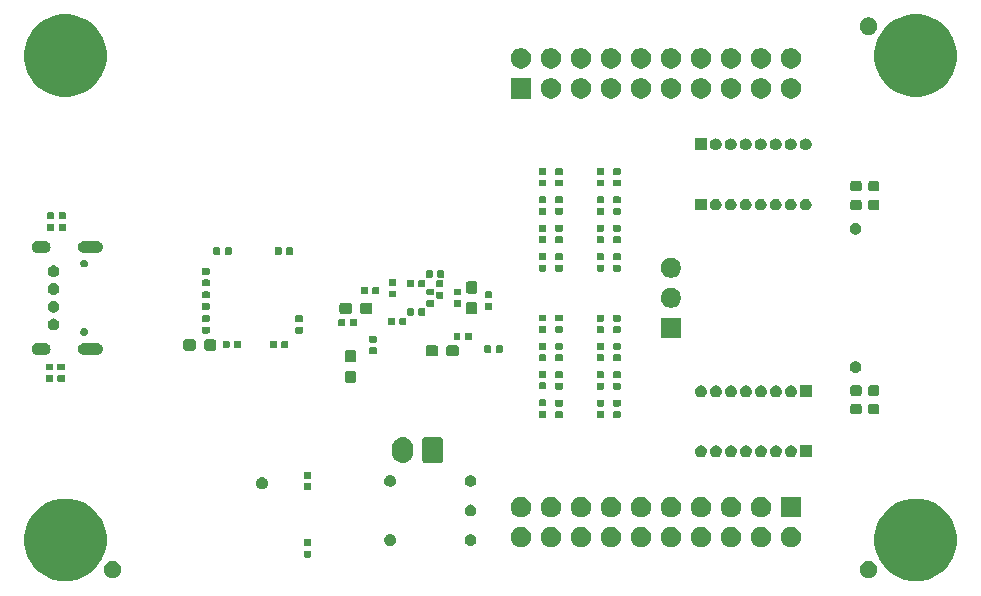
<source format=gbr>
G04 #@! TF.GenerationSoftware,KiCad,Pcbnew,5.1.5*
G04 #@! TF.CreationDate,2020-04-10T18:53:54+01:00*
G04 #@! TF.ProjectId,glasgow,676c6173-676f-4772-9e6b-696361645f70,rev?*
G04 #@! TF.SameCoordinates,Original*
G04 #@! TF.FileFunction,Soldermask,Bot*
G04 #@! TF.FilePolarity,Negative*
%FSLAX46Y46*%
G04 Gerber Fmt 4.6, Leading zero omitted, Abs format (unit mm)*
G04 Created by KiCad (PCBNEW 5.1.5) date 2020-04-10 18:53:54*
%MOMM*%
%LPD*%
G04 APERTURE LIST*
%ADD10C,0.100000*%
G04 APERTURE END LIST*
D10*
G36*
X127020910Y-112634502D02*
G01*
X127657874Y-112898341D01*
X128231119Y-113281371D01*
X128718629Y-113768881D01*
X128942848Y-114104448D01*
X129101660Y-114342128D01*
X129166357Y-114498320D01*
X129365498Y-114979090D01*
X129500000Y-115655278D01*
X129500000Y-116344722D01*
X129365498Y-117020910D01*
X129365497Y-117020912D01*
X129148225Y-117545455D01*
X129101659Y-117657874D01*
X128718629Y-118231119D01*
X128231119Y-118718629D01*
X127657874Y-119101659D01*
X127657873Y-119101660D01*
X127657872Y-119101660D01*
X127369327Y-119221179D01*
X127020910Y-119365498D01*
X126344722Y-119500000D01*
X125655278Y-119500000D01*
X124979090Y-119365498D01*
X124630673Y-119221179D01*
X124342128Y-119101660D01*
X124342127Y-119101660D01*
X124342126Y-119101659D01*
X123768881Y-118718629D01*
X123281371Y-118231119D01*
X122898341Y-117657874D01*
X122851776Y-117545455D01*
X122634503Y-117020912D01*
X122634502Y-117020910D01*
X122500000Y-116344722D01*
X122500000Y-115655278D01*
X122634502Y-114979090D01*
X122833643Y-114498320D01*
X122898340Y-114342128D01*
X123057153Y-114104448D01*
X123281371Y-113768881D01*
X123768881Y-113281371D01*
X124342126Y-112898341D01*
X124979090Y-112634502D01*
X125655278Y-112500000D01*
X126344722Y-112500000D01*
X127020910Y-112634502D01*
G37*
G36*
X55020910Y-112634502D02*
G01*
X55657874Y-112898341D01*
X56231119Y-113281371D01*
X56718629Y-113768881D01*
X56942848Y-114104448D01*
X57101660Y-114342128D01*
X57166357Y-114498320D01*
X57365498Y-114979090D01*
X57500000Y-115655278D01*
X57500000Y-116344722D01*
X57365498Y-117020910D01*
X57365497Y-117020912D01*
X57148225Y-117545455D01*
X57101659Y-117657874D01*
X56718629Y-118231119D01*
X56231119Y-118718629D01*
X55657874Y-119101659D01*
X55657873Y-119101660D01*
X55657872Y-119101660D01*
X55369327Y-119221179D01*
X55020910Y-119365498D01*
X54344722Y-119500000D01*
X53655278Y-119500000D01*
X52979090Y-119365498D01*
X52630673Y-119221179D01*
X52342128Y-119101660D01*
X52342127Y-119101660D01*
X52342126Y-119101659D01*
X51768881Y-118718629D01*
X51281371Y-118231119D01*
X50898341Y-117657874D01*
X50851776Y-117545455D01*
X50634503Y-117020912D01*
X50634502Y-117020910D01*
X50500000Y-116344722D01*
X50500000Y-115655278D01*
X50634502Y-114979090D01*
X50833643Y-114498320D01*
X50898340Y-114342128D01*
X51057153Y-114104448D01*
X51281371Y-113768881D01*
X51768881Y-113281371D01*
X52342126Y-112898341D01*
X52979090Y-112634502D01*
X53655278Y-112500000D01*
X54344722Y-112500000D01*
X55020910Y-112634502D01*
G37*
G36*
X122218763Y-117778821D02*
G01*
X122218764Y-117778821D01*
X122218767Y-117778822D01*
X122355258Y-117835359D01*
X122355259Y-117835360D01*
X122355262Y-117835361D01*
X122478097Y-117917436D01*
X122582564Y-118021903D01*
X122664639Y-118144738D01*
X122664640Y-118144741D01*
X122664641Y-118144742D01*
X122721178Y-118281233D01*
X122721179Y-118281236D01*
X122721179Y-118281237D01*
X122750000Y-118426129D01*
X122750000Y-118573871D01*
X122721179Y-118718763D01*
X122721178Y-118718767D01*
X122664641Y-118855258D01*
X122664639Y-118855262D01*
X122582564Y-118978097D01*
X122478097Y-119082564D01*
X122355262Y-119164639D01*
X122355259Y-119164640D01*
X122355258Y-119164641D01*
X122218767Y-119221178D01*
X122218764Y-119221179D01*
X122218763Y-119221179D01*
X122073871Y-119250000D01*
X121926129Y-119250000D01*
X121781237Y-119221179D01*
X121781236Y-119221179D01*
X121781233Y-119221178D01*
X121644742Y-119164641D01*
X121644741Y-119164640D01*
X121644738Y-119164639D01*
X121521903Y-119082564D01*
X121417436Y-118978097D01*
X121335361Y-118855262D01*
X121335359Y-118855258D01*
X121278822Y-118718767D01*
X121278821Y-118718763D01*
X121250000Y-118573871D01*
X121250000Y-118426129D01*
X121278821Y-118281237D01*
X121278821Y-118281236D01*
X121278822Y-118281233D01*
X121335359Y-118144742D01*
X121335360Y-118144741D01*
X121335361Y-118144738D01*
X121417436Y-118021903D01*
X121521903Y-117917436D01*
X121644738Y-117835361D01*
X121644741Y-117835360D01*
X121644742Y-117835359D01*
X121781233Y-117778822D01*
X121781236Y-117778821D01*
X121781237Y-117778821D01*
X121926129Y-117750000D01*
X122073871Y-117750000D01*
X122218763Y-117778821D01*
G37*
G36*
X58218763Y-117778821D02*
G01*
X58218764Y-117778821D01*
X58218767Y-117778822D01*
X58355258Y-117835359D01*
X58355259Y-117835360D01*
X58355262Y-117835361D01*
X58478097Y-117917436D01*
X58582564Y-118021903D01*
X58664639Y-118144738D01*
X58664640Y-118144741D01*
X58664641Y-118144742D01*
X58721178Y-118281233D01*
X58721179Y-118281236D01*
X58721179Y-118281237D01*
X58750000Y-118426129D01*
X58750000Y-118573871D01*
X58721179Y-118718763D01*
X58721178Y-118718767D01*
X58664641Y-118855258D01*
X58664639Y-118855262D01*
X58582564Y-118978097D01*
X58478097Y-119082564D01*
X58355262Y-119164639D01*
X58355259Y-119164640D01*
X58355258Y-119164641D01*
X58218767Y-119221178D01*
X58218764Y-119221179D01*
X58218763Y-119221179D01*
X58073871Y-119250000D01*
X57926129Y-119250000D01*
X57781237Y-119221179D01*
X57781236Y-119221179D01*
X57781233Y-119221178D01*
X57644742Y-119164641D01*
X57644741Y-119164640D01*
X57644738Y-119164639D01*
X57521903Y-119082564D01*
X57417436Y-118978097D01*
X57335361Y-118855262D01*
X57335359Y-118855258D01*
X57278822Y-118718767D01*
X57278821Y-118718763D01*
X57250000Y-118573871D01*
X57250000Y-118426129D01*
X57278821Y-118281237D01*
X57278821Y-118281236D01*
X57278822Y-118281233D01*
X57335359Y-118144742D01*
X57335360Y-118144741D01*
X57335361Y-118144738D01*
X57417436Y-118021903D01*
X57521903Y-117917436D01*
X57644738Y-117835361D01*
X57644741Y-117835360D01*
X57644742Y-117835359D01*
X57781233Y-117778822D01*
X57781236Y-117778821D01*
X57781237Y-117778821D01*
X57926129Y-117750000D01*
X58073871Y-117750000D01*
X58218763Y-117778821D01*
G37*
G36*
X74719345Y-116907615D02*
G01*
X74742751Y-116914715D01*
X74764326Y-116926248D01*
X74783234Y-116941766D01*
X74798752Y-116960674D01*
X74810285Y-116982249D01*
X74817385Y-117005655D01*
X74820000Y-117032206D01*
X74820000Y-117367794D01*
X74817385Y-117394345D01*
X74810285Y-117417751D01*
X74798752Y-117439326D01*
X74783234Y-117458234D01*
X74764326Y-117473752D01*
X74742751Y-117485285D01*
X74719345Y-117492385D01*
X74692794Y-117495000D01*
X74307206Y-117495000D01*
X74280655Y-117492385D01*
X74257249Y-117485285D01*
X74235674Y-117473752D01*
X74216766Y-117458234D01*
X74201248Y-117439326D01*
X74189715Y-117417751D01*
X74182615Y-117394345D01*
X74180000Y-117367794D01*
X74180000Y-117032206D01*
X74182615Y-117005655D01*
X74189715Y-116982249D01*
X74201248Y-116960674D01*
X74216766Y-116941766D01*
X74235674Y-116926248D01*
X74257249Y-116914715D01*
X74280655Y-116907615D01*
X74307206Y-116905000D01*
X74692794Y-116905000D01*
X74719345Y-116907615D01*
G37*
G36*
X115581795Y-114919675D02*
G01*
X115681903Y-114939587D01*
X115839068Y-115004687D01*
X115980513Y-115099198D01*
X116100802Y-115219487D01*
X116195313Y-115360932D01*
X116260413Y-115518097D01*
X116276704Y-115600000D01*
X116293600Y-115684941D01*
X116293600Y-115855059D01*
X116280325Y-115921795D01*
X116260413Y-116021903D01*
X116195313Y-116179068D01*
X116132306Y-116273365D01*
X116100803Y-116320512D01*
X115980512Y-116440803D01*
X115952609Y-116459447D01*
X115839068Y-116535313D01*
X115681903Y-116600413D01*
X115581795Y-116620325D01*
X115515059Y-116633600D01*
X115344941Y-116633600D01*
X115278205Y-116620325D01*
X115178097Y-116600413D01*
X115020932Y-116535313D01*
X114907391Y-116459447D01*
X114879488Y-116440803D01*
X114759197Y-116320512D01*
X114727694Y-116273365D01*
X114664687Y-116179068D01*
X114599587Y-116021903D01*
X114579675Y-115921795D01*
X114566400Y-115855059D01*
X114566400Y-115684941D01*
X114583296Y-115600000D01*
X114599587Y-115518097D01*
X114664687Y-115360932D01*
X114759198Y-115219487D01*
X114879487Y-115099198D01*
X115020932Y-115004687D01*
X115178097Y-114939587D01*
X115278205Y-114919675D01*
X115344941Y-114906400D01*
X115515059Y-114906400D01*
X115581795Y-114919675D01*
G37*
G36*
X92721795Y-114919675D02*
G01*
X92821903Y-114939587D01*
X92979068Y-115004687D01*
X93120513Y-115099198D01*
X93240802Y-115219487D01*
X93335313Y-115360932D01*
X93400413Y-115518097D01*
X93416704Y-115600000D01*
X93433600Y-115684941D01*
X93433600Y-115855059D01*
X93420325Y-115921795D01*
X93400413Y-116021903D01*
X93335313Y-116179068D01*
X93272306Y-116273365D01*
X93240803Y-116320512D01*
X93120512Y-116440803D01*
X93092609Y-116459447D01*
X92979068Y-116535313D01*
X92821903Y-116600413D01*
X92721795Y-116620325D01*
X92655059Y-116633600D01*
X92484941Y-116633600D01*
X92418205Y-116620325D01*
X92318097Y-116600413D01*
X92160932Y-116535313D01*
X92047391Y-116459447D01*
X92019488Y-116440803D01*
X91899197Y-116320512D01*
X91867694Y-116273365D01*
X91804687Y-116179068D01*
X91739587Y-116021903D01*
X91719675Y-115921795D01*
X91706400Y-115855059D01*
X91706400Y-115684941D01*
X91723296Y-115600000D01*
X91739587Y-115518097D01*
X91804687Y-115360932D01*
X91899198Y-115219487D01*
X92019487Y-115099198D01*
X92160932Y-115004687D01*
X92318097Y-114939587D01*
X92418205Y-114919675D01*
X92484941Y-114906400D01*
X92655059Y-114906400D01*
X92721795Y-114919675D01*
G37*
G36*
X95261795Y-114919675D02*
G01*
X95361903Y-114939587D01*
X95519068Y-115004687D01*
X95660513Y-115099198D01*
X95780802Y-115219487D01*
X95875313Y-115360932D01*
X95940413Y-115518097D01*
X95956704Y-115600000D01*
X95973600Y-115684941D01*
X95973600Y-115855059D01*
X95960325Y-115921795D01*
X95940413Y-116021903D01*
X95875313Y-116179068D01*
X95812306Y-116273365D01*
X95780803Y-116320512D01*
X95660512Y-116440803D01*
X95632609Y-116459447D01*
X95519068Y-116535313D01*
X95361903Y-116600413D01*
X95261795Y-116620325D01*
X95195059Y-116633600D01*
X95024941Y-116633600D01*
X94958205Y-116620325D01*
X94858097Y-116600413D01*
X94700932Y-116535313D01*
X94587391Y-116459447D01*
X94559488Y-116440803D01*
X94439197Y-116320512D01*
X94407694Y-116273365D01*
X94344687Y-116179068D01*
X94279587Y-116021903D01*
X94259675Y-115921795D01*
X94246400Y-115855059D01*
X94246400Y-115684941D01*
X94263296Y-115600000D01*
X94279587Y-115518097D01*
X94344687Y-115360932D01*
X94439198Y-115219487D01*
X94559487Y-115099198D01*
X94700932Y-115004687D01*
X94858097Y-114939587D01*
X94958205Y-114919675D01*
X95024941Y-114906400D01*
X95195059Y-114906400D01*
X95261795Y-114919675D01*
G37*
G36*
X97801795Y-114919675D02*
G01*
X97901903Y-114939587D01*
X98059068Y-115004687D01*
X98200513Y-115099198D01*
X98320802Y-115219487D01*
X98415313Y-115360932D01*
X98480413Y-115518097D01*
X98496704Y-115600000D01*
X98513600Y-115684941D01*
X98513600Y-115855059D01*
X98500325Y-115921795D01*
X98480413Y-116021903D01*
X98415313Y-116179068D01*
X98352306Y-116273365D01*
X98320803Y-116320512D01*
X98200512Y-116440803D01*
X98172609Y-116459447D01*
X98059068Y-116535313D01*
X97901903Y-116600413D01*
X97801795Y-116620325D01*
X97735059Y-116633600D01*
X97564941Y-116633600D01*
X97498205Y-116620325D01*
X97398097Y-116600413D01*
X97240932Y-116535313D01*
X97127391Y-116459447D01*
X97099488Y-116440803D01*
X96979197Y-116320512D01*
X96947694Y-116273365D01*
X96884687Y-116179068D01*
X96819587Y-116021903D01*
X96799675Y-115921795D01*
X96786400Y-115855059D01*
X96786400Y-115684941D01*
X96803296Y-115600000D01*
X96819587Y-115518097D01*
X96884687Y-115360932D01*
X96979198Y-115219487D01*
X97099487Y-115099198D01*
X97240932Y-115004687D01*
X97398097Y-114939587D01*
X97498205Y-114919675D01*
X97564941Y-114906400D01*
X97735059Y-114906400D01*
X97801795Y-114919675D01*
G37*
G36*
X100341795Y-114919675D02*
G01*
X100441903Y-114939587D01*
X100599068Y-115004687D01*
X100740513Y-115099198D01*
X100860802Y-115219487D01*
X100955313Y-115360932D01*
X101020413Y-115518097D01*
X101036704Y-115600000D01*
X101053600Y-115684941D01*
X101053600Y-115855059D01*
X101040325Y-115921795D01*
X101020413Y-116021903D01*
X100955313Y-116179068D01*
X100892306Y-116273365D01*
X100860803Y-116320512D01*
X100740512Y-116440803D01*
X100712609Y-116459447D01*
X100599068Y-116535313D01*
X100441903Y-116600413D01*
X100341795Y-116620325D01*
X100275059Y-116633600D01*
X100104941Y-116633600D01*
X100038205Y-116620325D01*
X99938097Y-116600413D01*
X99780932Y-116535313D01*
X99667391Y-116459447D01*
X99639488Y-116440803D01*
X99519197Y-116320512D01*
X99487694Y-116273365D01*
X99424687Y-116179068D01*
X99359587Y-116021903D01*
X99339675Y-115921795D01*
X99326400Y-115855059D01*
X99326400Y-115684941D01*
X99343296Y-115600000D01*
X99359587Y-115518097D01*
X99424687Y-115360932D01*
X99519198Y-115219487D01*
X99639487Y-115099198D01*
X99780932Y-115004687D01*
X99938097Y-114939587D01*
X100038205Y-114919675D01*
X100104941Y-114906400D01*
X100275059Y-114906400D01*
X100341795Y-114919675D01*
G37*
G36*
X102881795Y-114919675D02*
G01*
X102981903Y-114939587D01*
X103139068Y-115004687D01*
X103280513Y-115099198D01*
X103400802Y-115219487D01*
X103495313Y-115360932D01*
X103560413Y-115518097D01*
X103576704Y-115600000D01*
X103593600Y-115684941D01*
X103593600Y-115855059D01*
X103580325Y-115921795D01*
X103560413Y-116021903D01*
X103495313Y-116179068D01*
X103432306Y-116273365D01*
X103400803Y-116320512D01*
X103280512Y-116440803D01*
X103252609Y-116459447D01*
X103139068Y-116535313D01*
X102981903Y-116600413D01*
X102881795Y-116620325D01*
X102815059Y-116633600D01*
X102644941Y-116633600D01*
X102578205Y-116620325D01*
X102478097Y-116600413D01*
X102320932Y-116535313D01*
X102207391Y-116459447D01*
X102179488Y-116440803D01*
X102059197Y-116320512D01*
X102027694Y-116273365D01*
X101964687Y-116179068D01*
X101899587Y-116021903D01*
X101879675Y-115921795D01*
X101866400Y-115855059D01*
X101866400Y-115684941D01*
X101883296Y-115600000D01*
X101899587Y-115518097D01*
X101964687Y-115360932D01*
X102059198Y-115219487D01*
X102179487Y-115099198D01*
X102320932Y-115004687D01*
X102478097Y-114939587D01*
X102578205Y-114919675D01*
X102644941Y-114906400D01*
X102815059Y-114906400D01*
X102881795Y-114919675D01*
G37*
G36*
X105421795Y-114919675D02*
G01*
X105521903Y-114939587D01*
X105679068Y-115004687D01*
X105820513Y-115099198D01*
X105940802Y-115219487D01*
X106035313Y-115360932D01*
X106100413Y-115518097D01*
X106116704Y-115600000D01*
X106133600Y-115684941D01*
X106133600Y-115855059D01*
X106120325Y-115921795D01*
X106100413Y-116021903D01*
X106035313Y-116179068D01*
X105972306Y-116273365D01*
X105940803Y-116320512D01*
X105820512Y-116440803D01*
X105792609Y-116459447D01*
X105679068Y-116535313D01*
X105521903Y-116600413D01*
X105421795Y-116620325D01*
X105355059Y-116633600D01*
X105184941Y-116633600D01*
X105118205Y-116620325D01*
X105018097Y-116600413D01*
X104860932Y-116535313D01*
X104747391Y-116459447D01*
X104719488Y-116440803D01*
X104599197Y-116320512D01*
X104567694Y-116273365D01*
X104504687Y-116179068D01*
X104439587Y-116021903D01*
X104419675Y-115921795D01*
X104406400Y-115855059D01*
X104406400Y-115684941D01*
X104423296Y-115600000D01*
X104439587Y-115518097D01*
X104504687Y-115360932D01*
X104599198Y-115219487D01*
X104719487Y-115099198D01*
X104860932Y-115004687D01*
X105018097Y-114939587D01*
X105118205Y-114919675D01*
X105184941Y-114906400D01*
X105355059Y-114906400D01*
X105421795Y-114919675D01*
G37*
G36*
X107961795Y-114919675D02*
G01*
X108061903Y-114939587D01*
X108219068Y-115004687D01*
X108360513Y-115099198D01*
X108480802Y-115219487D01*
X108575313Y-115360932D01*
X108640413Y-115518097D01*
X108656704Y-115600000D01*
X108673600Y-115684941D01*
X108673600Y-115855059D01*
X108660325Y-115921795D01*
X108640413Y-116021903D01*
X108575313Y-116179068D01*
X108512306Y-116273365D01*
X108480803Y-116320512D01*
X108360512Y-116440803D01*
X108332609Y-116459447D01*
X108219068Y-116535313D01*
X108061903Y-116600413D01*
X107961795Y-116620325D01*
X107895059Y-116633600D01*
X107724941Y-116633600D01*
X107658205Y-116620325D01*
X107558097Y-116600413D01*
X107400932Y-116535313D01*
X107287391Y-116459447D01*
X107259488Y-116440803D01*
X107139197Y-116320512D01*
X107107694Y-116273365D01*
X107044687Y-116179068D01*
X106979587Y-116021903D01*
X106959675Y-115921795D01*
X106946400Y-115855059D01*
X106946400Y-115684941D01*
X106963296Y-115600000D01*
X106979587Y-115518097D01*
X107044687Y-115360932D01*
X107139198Y-115219487D01*
X107259487Y-115099198D01*
X107400932Y-115004687D01*
X107558097Y-114939587D01*
X107658205Y-114919675D01*
X107724941Y-114906400D01*
X107895059Y-114906400D01*
X107961795Y-114919675D01*
G37*
G36*
X110501795Y-114919675D02*
G01*
X110601903Y-114939587D01*
X110759068Y-115004687D01*
X110900513Y-115099198D01*
X111020802Y-115219487D01*
X111115313Y-115360932D01*
X111180413Y-115518097D01*
X111196704Y-115600000D01*
X111213600Y-115684941D01*
X111213600Y-115855059D01*
X111200325Y-115921795D01*
X111180413Y-116021903D01*
X111115313Y-116179068D01*
X111052306Y-116273365D01*
X111020803Y-116320512D01*
X110900512Y-116440803D01*
X110872609Y-116459447D01*
X110759068Y-116535313D01*
X110601903Y-116600413D01*
X110501795Y-116620325D01*
X110435059Y-116633600D01*
X110264941Y-116633600D01*
X110198205Y-116620325D01*
X110098097Y-116600413D01*
X109940932Y-116535313D01*
X109827391Y-116459447D01*
X109799488Y-116440803D01*
X109679197Y-116320512D01*
X109647694Y-116273365D01*
X109584687Y-116179068D01*
X109519587Y-116021903D01*
X109499675Y-115921795D01*
X109486400Y-115855059D01*
X109486400Y-115684941D01*
X109503296Y-115600000D01*
X109519587Y-115518097D01*
X109584687Y-115360932D01*
X109679198Y-115219487D01*
X109799487Y-115099198D01*
X109940932Y-115004687D01*
X110098097Y-114939587D01*
X110198205Y-114919675D01*
X110264941Y-114906400D01*
X110435059Y-114906400D01*
X110501795Y-114919675D01*
G37*
G36*
X113041795Y-114919675D02*
G01*
X113141903Y-114939587D01*
X113299068Y-115004687D01*
X113440513Y-115099198D01*
X113560802Y-115219487D01*
X113655313Y-115360932D01*
X113720413Y-115518097D01*
X113736704Y-115600000D01*
X113753600Y-115684941D01*
X113753600Y-115855059D01*
X113740325Y-115921795D01*
X113720413Y-116021903D01*
X113655313Y-116179068D01*
X113592306Y-116273365D01*
X113560803Y-116320512D01*
X113440512Y-116440803D01*
X113412609Y-116459447D01*
X113299068Y-116535313D01*
X113141903Y-116600413D01*
X113041795Y-116620325D01*
X112975059Y-116633600D01*
X112804941Y-116633600D01*
X112738205Y-116620325D01*
X112638097Y-116600413D01*
X112480932Y-116535313D01*
X112367391Y-116459447D01*
X112339488Y-116440803D01*
X112219197Y-116320512D01*
X112187694Y-116273365D01*
X112124687Y-116179068D01*
X112059587Y-116021903D01*
X112039675Y-115921795D01*
X112026400Y-115855059D01*
X112026400Y-115684941D01*
X112043296Y-115600000D01*
X112059587Y-115518097D01*
X112124687Y-115360932D01*
X112219198Y-115219487D01*
X112339487Y-115099198D01*
X112480932Y-115004687D01*
X112638097Y-114939587D01*
X112738205Y-114919675D01*
X112804941Y-114906400D01*
X112975059Y-114906400D01*
X113041795Y-114919675D01*
G37*
G36*
X74719345Y-115937615D02*
G01*
X74742751Y-115944715D01*
X74764326Y-115956248D01*
X74783234Y-115971766D01*
X74798752Y-115990674D01*
X74810285Y-116012249D01*
X74817385Y-116035655D01*
X74820000Y-116062206D01*
X74820000Y-116397794D01*
X74817385Y-116424345D01*
X74810285Y-116447751D01*
X74798752Y-116469326D01*
X74783234Y-116488234D01*
X74764326Y-116503752D01*
X74742751Y-116515285D01*
X74719345Y-116522385D01*
X74692794Y-116525000D01*
X74307206Y-116525000D01*
X74280655Y-116522385D01*
X74257249Y-116515285D01*
X74235674Y-116503752D01*
X74216766Y-116488234D01*
X74201248Y-116469326D01*
X74189715Y-116447751D01*
X74182615Y-116424345D01*
X74180000Y-116397794D01*
X74180000Y-116062206D01*
X74182615Y-116035655D01*
X74189715Y-116012249D01*
X74201248Y-115990674D01*
X74216766Y-115971766D01*
X74235674Y-115956248D01*
X74257249Y-115944715D01*
X74280655Y-115937615D01*
X74307206Y-115935000D01*
X74692794Y-115935000D01*
X74719345Y-115937615D01*
G37*
G36*
X88445842Y-115519214D02*
G01*
X88445844Y-115519215D01*
X88445845Y-115519215D01*
X88536839Y-115556906D01*
X88536841Y-115556907D01*
X88618731Y-115611624D01*
X88688376Y-115681269D01*
X88743093Y-115763159D01*
X88780786Y-115854158D01*
X88800000Y-115950752D01*
X88800000Y-116049248D01*
X88786588Y-116116676D01*
X88780785Y-116145845D01*
X88767023Y-116179070D01*
X88743093Y-116236841D01*
X88688376Y-116318731D01*
X88618731Y-116388376D01*
X88536841Y-116443093D01*
X88536840Y-116443094D01*
X88536839Y-116443094D01*
X88445845Y-116480785D01*
X88445844Y-116480785D01*
X88445842Y-116480786D01*
X88349248Y-116500000D01*
X88250752Y-116500000D01*
X88154158Y-116480786D01*
X88154156Y-116480785D01*
X88154155Y-116480785D01*
X88063161Y-116443094D01*
X88063160Y-116443094D01*
X88063159Y-116443093D01*
X87981269Y-116388376D01*
X87911624Y-116318731D01*
X87856907Y-116236841D01*
X87832977Y-116179070D01*
X87819215Y-116145845D01*
X87813413Y-116116676D01*
X87800000Y-116049248D01*
X87800000Y-115950752D01*
X87819214Y-115854158D01*
X87856907Y-115763159D01*
X87911624Y-115681269D01*
X87981269Y-115611624D01*
X88063159Y-115556907D01*
X88063161Y-115556906D01*
X88154155Y-115519215D01*
X88154156Y-115519215D01*
X88154158Y-115519214D01*
X88250752Y-115500000D01*
X88349248Y-115500000D01*
X88445842Y-115519214D01*
G37*
G36*
X81645842Y-115519214D02*
G01*
X81645844Y-115519215D01*
X81645845Y-115519215D01*
X81736839Y-115556906D01*
X81736841Y-115556907D01*
X81818731Y-115611624D01*
X81888376Y-115681269D01*
X81943093Y-115763159D01*
X81980786Y-115854158D01*
X82000000Y-115950752D01*
X82000000Y-116049248D01*
X81986588Y-116116676D01*
X81980785Y-116145845D01*
X81967023Y-116179070D01*
X81943093Y-116236841D01*
X81888376Y-116318731D01*
X81818731Y-116388376D01*
X81736841Y-116443093D01*
X81736840Y-116443094D01*
X81736839Y-116443094D01*
X81645845Y-116480785D01*
X81645844Y-116480785D01*
X81645842Y-116480786D01*
X81549248Y-116500000D01*
X81450752Y-116500000D01*
X81354158Y-116480786D01*
X81354156Y-116480785D01*
X81354155Y-116480785D01*
X81263161Y-116443094D01*
X81263160Y-116443094D01*
X81263159Y-116443093D01*
X81181269Y-116388376D01*
X81111624Y-116318731D01*
X81056907Y-116236841D01*
X81032977Y-116179070D01*
X81019215Y-116145845D01*
X81013413Y-116116676D01*
X81000000Y-116049248D01*
X81000000Y-115950752D01*
X81019214Y-115854158D01*
X81056907Y-115763159D01*
X81111624Y-115681269D01*
X81181269Y-115611624D01*
X81263159Y-115556907D01*
X81263161Y-115556906D01*
X81354155Y-115519215D01*
X81354156Y-115519215D01*
X81354158Y-115519214D01*
X81450752Y-115500000D01*
X81549248Y-115500000D01*
X81645842Y-115519214D01*
G37*
G36*
X95261795Y-112379675D02*
G01*
X95361903Y-112399587D01*
X95519068Y-112464687D01*
X95660513Y-112559198D01*
X95780802Y-112679487D01*
X95875313Y-112820932D01*
X95940413Y-112978097D01*
X95948852Y-113020525D01*
X95973600Y-113144941D01*
X95973600Y-113315059D01*
X95960325Y-113381795D01*
X95940413Y-113481903D01*
X95875313Y-113639068D01*
X95844154Y-113685700D01*
X95788575Y-113768881D01*
X95780802Y-113780513D01*
X95660513Y-113900802D01*
X95519068Y-113995313D01*
X95361903Y-114060413D01*
X95261795Y-114080325D01*
X95195059Y-114093600D01*
X95024941Y-114093600D01*
X94958205Y-114080325D01*
X94858097Y-114060413D01*
X94700932Y-113995313D01*
X94559487Y-113900802D01*
X94439198Y-113780513D01*
X94431426Y-113768881D01*
X94375846Y-113685700D01*
X94344687Y-113639068D01*
X94279587Y-113481903D01*
X94259675Y-113381795D01*
X94246400Y-113315059D01*
X94246400Y-113144941D01*
X94271148Y-113020525D01*
X94279587Y-112978097D01*
X94344687Y-112820932D01*
X94439198Y-112679487D01*
X94559487Y-112559198D01*
X94700932Y-112464687D01*
X94858097Y-112399587D01*
X94958205Y-112379675D01*
X95024941Y-112366400D01*
X95195059Y-112366400D01*
X95261795Y-112379675D01*
G37*
G36*
X107961795Y-112379675D02*
G01*
X108061903Y-112399587D01*
X108219068Y-112464687D01*
X108360513Y-112559198D01*
X108480802Y-112679487D01*
X108575313Y-112820932D01*
X108640413Y-112978097D01*
X108648852Y-113020525D01*
X108673600Y-113144941D01*
X108673600Y-113315059D01*
X108660325Y-113381795D01*
X108640413Y-113481903D01*
X108575313Y-113639068D01*
X108544154Y-113685700D01*
X108488575Y-113768881D01*
X108480802Y-113780513D01*
X108360513Y-113900802D01*
X108219068Y-113995313D01*
X108061903Y-114060413D01*
X107961795Y-114080325D01*
X107895059Y-114093600D01*
X107724941Y-114093600D01*
X107658205Y-114080325D01*
X107558097Y-114060413D01*
X107400932Y-113995313D01*
X107259487Y-113900802D01*
X107139198Y-113780513D01*
X107131426Y-113768881D01*
X107075846Y-113685700D01*
X107044687Y-113639068D01*
X106979587Y-113481903D01*
X106959675Y-113381795D01*
X106946400Y-113315059D01*
X106946400Y-113144941D01*
X106971148Y-113020525D01*
X106979587Y-112978097D01*
X107044687Y-112820932D01*
X107139198Y-112679487D01*
X107259487Y-112559198D01*
X107400932Y-112464687D01*
X107558097Y-112399587D01*
X107658205Y-112379675D01*
X107724941Y-112366400D01*
X107895059Y-112366400D01*
X107961795Y-112379675D01*
G37*
G36*
X92721795Y-112379675D02*
G01*
X92821903Y-112399587D01*
X92979068Y-112464687D01*
X93120513Y-112559198D01*
X93240802Y-112679487D01*
X93335313Y-112820932D01*
X93400413Y-112978097D01*
X93408852Y-113020525D01*
X93433600Y-113144941D01*
X93433600Y-113315059D01*
X93420325Y-113381795D01*
X93400413Y-113481903D01*
X93335313Y-113639068D01*
X93304154Y-113685700D01*
X93248575Y-113768881D01*
X93240802Y-113780513D01*
X93120513Y-113900802D01*
X92979068Y-113995313D01*
X92821903Y-114060413D01*
X92721795Y-114080325D01*
X92655059Y-114093600D01*
X92484941Y-114093600D01*
X92418205Y-114080325D01*
X92318097Y-114060413D01*
X92160932Y-113995313D01*
X92019487Y-113900802D01*
X91899198Y-113780513D01*
X91891426Y-113768881D01*
X91835846Y-113685700D01*
X91804687Y-113639068D01*
X91739587Y-113481903D01*
X91719675Y-113381795D01*
X91706400Y-113315059D01*
X91706400Y-113144941D01*
X91731148Y-113020525D01*
X91739587Y-112978097D01*
X91804687Y-112820932D01*
X91899198Y-112679487D01*
X92019487Y-112559198D01*
X92160932Y-112464687D01*
X92318097Y-112399587D01*
X92418205Y-112379675D01*
X92484941Y-112366400D01*
X92655059Y-112366400D01*
X92721795Y-112379675D01*
G37*
G36*
X116293600Y-114093600D02*
G01*
X114566400Y-114093600D01*
X114566400Y-112366400D01*
X116293600Y-112366400D01*
X116293600Y-114093600D01*
G37*
G36*
X113041795Y-112379675D02*
G01*
X113141903Y-112399587D01*
X113299068Y-112464687D01*
X113440513Y-112559198D01*
X113560802Y-112679487D01*
X113655313Y-112820932D01*
X113720413Y-112978097D01*
X113728852Y-113020525D01*
X113753600Y-113144941D01*
X113753600Y-113315059D01*
X113740325Y-113381795D01*
X113720413Y-113481903D01*
X113655313Y-113639068D01*
X113624154Y-113685700D01*
X113568575Y-113768881D01*
X113560802Y-113780513D01*
X113440513Y-113900802D01*
X113299068Y-113995313D01*
X113141903Y-114060413D01*
X113041795Y-114080325D01*
X112975059Y-114093600D01*
X112804941Y-114093600D01*
X112738205Y-114080325D01*
X112638097Y-114060413D01*
X112480932Y-113995313D01*
X112339487Y-113900802D01*
X112219198Y-113780513D01*
X112211426Y-113768881D01*
X112155846Y-113685700D01*
X112124687Y-113639068D01*
X112059587Y-113481903D01*
X112039675Y-113381795D01*
X112026400Y-113315059D01*
X112026400Y-113144941D01*
X112051148Y-113020525D01*
X112059587Y-112978097D01*
X112124687Y-112820932D01*
X112219198Y-112679487D01*
X112339487Y-112559198D01*
X112480932Y-112464687D01*
X112638097Y-112399587D01*
X112738205Y-112379675D01*
X112804941Y-112366400D01*
X112975059Y-112366400D01*
X113041795Y-112379675D01*
G37*
G36*
X110501795Y-112379675D02*
G01*
X110601903Y-112399587D01*
X110759068Y-112464687D01*
X110900513Y-112559198D01*
X111020802Y-112679487D01*
X111115313Y-112820932D01*
X111180413Y-112978097D01*
X111188852Y-113020525D01*
X111213600Y-113144941D01*
X111213600Y-113315059D01*
X111200325Y-113381795D01*
X111180413Y-113481903D01*
X111115313Y-113639068D01*
X111084154Y-113685700D01*
X111028575Y-113768881D01*
X111020802Y-113780513D01*
X110900513Y-113900802D01*
X110759068Y-113995313D01*
X110601903Y-114060413D01*
X110501795Y-114080325D01*
X110435059Y-114093600D01*
X110264941Y-114093600D01*
X110198205Y-114080325D01*
X110098097Y-114060413D01*
X109940932Y-113995313D01*
X109799487Y-113900802D01*
X109679198Y-113780513D01*
X109671426Y-113768881D01*
X109615846Y-113685700D01*
X109584687Y-113639068D01*
X109519587Y-113481903D01*
X109499675Y-113381795D01*
X109486400Y-113315059D01*
X109486400Y-113144941D01*
X109511148Y-113020525D01*
X109519587Y-112978097D01*
X109584687Y-112820932D01*
X109679198Y-112679487D01*
X109799487Y-112559198D01*
X109940932Y-112464687D01*
X110098097Y-112399587D01*
X110198205Y-112379675D01*
X110264941Y-112366400D01*
X110435059Y-112366400D01*
X110501795Y-112379675D01*
G37*
G36*
X105421795Y-112379675D02*
G01*
X105521903Y-112399587D01*
X105679068Y-112464687D01*
X105820513Y-112559198D01*
X105940802Y-112679487D01*
X106035313Y-112820932D01*
X106100413Y-112978097D01*
X106108852Y-113020525D01*
X106133600Y-113144941D01*
X106133600Y-113315059D01*
X106120325Y-113381795D01*
X106100413Y-113481903D01*
X106035313Y-113639068D01*
X106004154Y-113685700D01*
X105948575Y-113768881D01*
X105940802Y-113780513D01*
X105820513Y-113900802D01*
X105679068Y-113995313D01*
X105521903Y-114060413D01*
X105421795Y-114080325D01*
X105355059Y-114093600D01*
X105184941Y-114093600D01*
X105118205Y-114080325D01*
X105018097Y-114060413D01*
X104860932Y-113995313D01*
X104719487Y-113900802D01*
X104599198Y-113780513D01*
X104591426Y-113768881D01*
X104535846Y-113685700D01*
X104504687Y-113639068D01*
X104439587Y-113481903D01*
X104419675Y-113381795D01*
X104406400Y-113315059D01*
X104406400Y-113144941D01*
X104431148Y-113020525D01*
X104439587Y-112978097D01*
X104504687Y-112820932D01*
X104599198Y-112679487D01*
X104719487Y-112559198D01*
X104860932Y-112464687D01*
X105018097Y-112399587D01*
X105118205Y-112379675D01*
X105184941Y-112366400D01*
X105355059Y-112366400D01*
X105421795Y-112379675D01*
G37*
G36*
X102881795Y-112379675D02*
G01*
X102981903Y-112399587D01*
X103139068Y-112464687D01*
X103280513Y-112559198D01*
X103400802Y-112679487D01*
X103495313Y-112820932D01*
X103560413Y-112978097D01*
X103568852Y-113020525D01*
X103593600Y-113144941D01*
X103593600Y-113315059D01*
X103580325Y-113381795D01*
X103560413Y-113481903D01*
X103495313Y-113639068D01*
X103464154Y-113685700D01*
X103408575Y-113768881D01*
X103400802Y-113780513D01*
X103280513Y-113900802D01*
X103139068Y-113995313D01*
X102981903Y-114060413D01*
X102881795Y-114080325D01*
X102815059Y-114093600D01*
X102644941Y-114093600D01*
X102578205Y-114080325D01*
X102478097Y-114060413D01*
X102320932Y-113995313D01*
X102179487Y-113900802D01*
X102059198Y-113780513D01*
X102051426Y-113768881D01*
X101995846Y-113685700D01*
X101964687Y-113639068D01*
X101899587Y-113481903D01*
X101879675Y-113381795D01*
X101866400Y-113315059D01*
X101866400Y-113144941D01*
X101891148Y-113020525D01*
X101899587Y-112978097D01*
X101964687Y-112820932D01*
X102059198Y-112679487D01*
X102179487Y-112559198D01*
X102320932Y-112464687D01*
X102478097Y-112399587D01*
X102578205Y-112379675D01*
X102644941Y-112366400D01*
X102815059Y-112366400D01*
X102881795Y-112379675D01*
G37*
G36*
X100341795Y-112379675D02*
G01*
X100441903Y-112399587D01*
X100599068Y-112464687D01*
X100740513Y-112559198D01*
X100860802Y-112679487D01*
X100955313Y-112820932D01*
X101020413Y-112978097D01*
X101028852Y-113020525D01*
X101053600Y-113144941D01*
X101053600Y-113315059D01*
X101040325Y-113381795D01*
X101020413Y-113481903D01*
X100955313Y-113639068D01*
X100924154Y-113685700D01*
X100868575Y-113768881D01*
X100860802Y-113780513D01*
X100740513Y-113900802D01*
X100599068Y-113995313D01*
X100441903Y-114060413D01*
X100341795Y-114080325D01*
X100275059Y-114093600D01*
X100104941Y-114093600D01*
X100038205Y-114080325D01*
X99938097Y-114060413D01*
X99780932Y-113995313D01*
X99639487Y-113900802D01*
X99519198Y-113780513D01*
X99511426Y-113768881D01*
X99455846Y-113685700D01*
X99424687Y-113639068D01*
X99359587Y-113481903D01*
X99339675Y-113381795D01*
X99326400Y-113315059D01*
X99326400Y-113144941D01*
X99351148Y-113020525D01*
X99359587Y-112978097D01*
X99424687Y-112820932D01*
X99519198Y-112679487D01*
X99639487Y-112559198D01*
X99780932Y-112464687D01*
X99938097Y-112399587D01*
X100038205Y-112379675D01*
X100104941Y-112366400D01*
X100275059Y-112366400D01*
X100341795Y-112379675D01*
G37*
G36*
X97801795Y-112379675D02*
G01*
X97901903Y-112399587D01*
X98059068Y-112464687D01*
X98200513Y-112559198D01*
X98320802Y-112679487D01*
X98415313Y-112820932D01*
X98480413Y-112978097D01*
X98488852Y-113020525D01*
X98513600Y-113144941D01*
X98513600Y-113315059D01*
X98500325Y-113381795D01*
X98480413Y-113481903D01*
X98415313Y-113639068D01*
X98384154Y-113685700D01*
X98328575Y-113768881D01*
X98320802Y-113780513D01*
X98200513Y-113900802D01*
X98059068Y-113995313D01*
X97901903Y-114060413D01*
X97801795Y-114080325D01*
X97735059Y-114093600D01*
X97564941Y-114093600D01*
X97498205Y-114080325D01*
X97398097Y-114060413D01*
X97240932Y-113995313D01*
X97099487Y-113900802D01*
X96979198Y-113780513D01*
X96971426Y-113768881D01*
X96915846Y-113685700D01*
X96884687Y-113639068D01*
X96819587Y-113481903D01*
X96799675Y-113381795D01*
X96786400Y-113315059D01*
X96786400Y-113144941D01*
X96811148Y-113020525D01*
X96819587Y-112978097D01*
X96884687Y-112820932D01*
X96979198Y-112679487D01*
X97099487Y-112559198D01*
X97240932Y-112464687D01*
X97398097Y-112399587D01*
X97498205Y-112379675D01*
X97564941Y-112366400D01*
X97735059Y-112366400D01*
X97801795Y-112379675D01*
G37*
G36*
X88445842Y-113019214D02*
G01*
X88445844Y-113019215D01*
X88445845Y-113019215D01*
X88536839Y-113056906D01*
X88536841Y-113056907D01*
X88618731Y-113111624D01*
X88688376Y-113181269D01*
X88743093Y-113263159D01*
X88780786Y-113354158D01*
X88800000Y-113450752D01*
X88800000Y-113549248D01*
X88780786Y-113645842D01*
X88743093Y-113736841D01*
X88688376Y-113818731D01*
X88618731Y-113888376D01*
X88536841Y-113943093D01*
X88536840Y-113943094D01*
X88536839Y-113943094D01*
X88445845Y-113980785D01*
X88445844Y-113980785D01*
X88445842Y-113980786D01*
X88349248Y-114000000D01*
X88250752Y-114000000D01*
X88154158Y-113980786D01*
X88154156Y-113980785D01*
X88154155Y-113980785D01*
X88063161Y-113943094D01*
X88063160Y-113943094D01*
X88063159Y-113943093D01*
X87981269Y-113888376D01*
X87911624Y-113818731D01*
X87856907Y-113736841D01*
X87819214Y-113645842D01*
X87800000Y-113549248D01*
X87800000Y-113450752D01*
X87819214Y-113354158D01*
X87856907Y-113263159D01*
X87911624Y-113181269D01*
X87981269Y-113111624D01*
X88063159Y-113056907D01*
X88063161Y-113056906D01*
X88154155Y-113019215D01*
X88154156Y-113019215D01*
X88154158Y-113019214D01*
X88250752Y-113000000D01*
X88349248Y-113000000D01*
X88445842Y-113019214D01*
G37*
G36*
X74719345Y-111207615D02*
G01*
X74742751Y-111214715D01*
X74764326Y-111226248D01*
X74783234Y-111241766D01*
X74798752Y-111260674D01*
X74810285Y-111282249D01*
X74817385Y-111305655D01*
X74820000Y-111332206D01*
X74820000Y-111667794D01*
X74817385Y-111694345D01*
X74810285Y-111717751D01*
X74798752Y-111739326D01*
X74783234Y-111758234D01*
X74764326Y-111773752D01*
X74742751Y-111785285D01*
X74719345Y-111792385D01*
X74692794Y-111795000D01*
X74307206Y-111795000D01*
X74280655Y-111792385D01*
X74257249Y-111785285D01*
X74235674Y-111773752D01*
X74216766Y-111758234D01*
X74201248Y-111739326D01*
X74189715Y-111717751D01*
X74182615Y-111694345D01*
X74180000Y-111667794D01*
X74180000Y-111332206D01*
X74182615Y-111305655D01*
X74189715Y-111282249D01*
X74201248Y-111260674D01*
X74216766Y-111241766D01*
X74235674Y-111226248D01*
X74257249Y-111214715D01*
X74280655Y-111207615D01*
X74307206Y-111205000D01*
X74692794Y-111205000D01*
X74719345Y-111207615D01*
G37*
G36*
X70795842Y-110719214D02*
G01*
X70795844Y-110719215D01*
X70795845Y-110719215D01*
X70886839Y-110756906D01*
X70886841Y-110756907D01*
X70968731Y-110811624D01*
X71038376Y-110881269D01*
X71084804Y-110950754D01*
X71093094Y-110963161D01*
X71128752Y-111049246D01*
X71130786Y-111054158D01*
X71150000Y-111150752D01*
X71150000Y-111249248D01*
X71130786Y-111345842D01*
X71093093Y-111436841D01*
X71038376Y-111518731D01*
X70968731Y-111588376D01*
X70886841Y-111643093D01*
X70886840Y-111643094D01*
X70886839Y-111643094D01*
X70795845Y-111680785D01*
X70795844Y-111680785D01*
X70795842Y-111680786D01*
X70699248Y-111700000D01*
X70600752Y-111700000D01*
X70504158Y-111680786D01*
X70504156Y-111680785D01*
X70504155Y-111680785D01*
X70413161Y-111643094D01*
X70413160Y-111643094D01*
X70413159Y-111643093D01*
X70331269Y-111588376D01*
X70261624Y-111518731D01*
X70206907Y-111436841D01*
X70169214Y-111345842D01*
X70150000Y-111249248D01*
X70150000Y-111150752D01*
X70169214Y-111054158D01*
X70171249Y-111049246D01*
X70206906Y-110963161D01*
X70215196Y-110950754D01*
X70261624Y-110881269D01*
X70331269Y-110811624D01*
X70413159Y-110756907D01*
X70413161Y-110756906D01*
X70504155Y-110719215D01*
X70504156Y-110719215D01*
X70504158Y-110719214D01*
X70600752Y-110700000D01*
X70699248Y-110700000D01*
X70795842Y-110719214D01*
G37*
G36*
X81645842Y-110519214D02*
G01*
X81645844Y-110519215D01*
X81645845Y-110519215D01*
X81736839Y-110556906D01*
X81736841Y-110556907D01*
X81818731Y-110611624D01*
X81888376Y-110681269D01*
X81943093Y-110763159D01*
X81943094Y-110763161D01*
X81968709Y-110825000D01*
X81980786Y-110854158D01*
X82000000Y-110950752D01*
X82000000Y-111049246D01*
X81980785Y-111145845D01*
X81943094Y-111236839D01*
X81943093Y-111236841D01*
X81888376Y-111318731D01*
X81818731Y-111388376D01*
X81736841Y-111443093D01*
X81736840Y-111443094D01*
X81736839Y-111443094D01*
X81645845Y-111480785D01*
X81645844Y-111480785D01*
X81645842Y-111480786D01*
X81549248Y-111500000D01*
X81450752Y-111500000D01*
X81354158Y-111480786D01*
X81354156Y-111480785D01*
X81354155Y-111480785D01*
X81263161Y-111443094D01*
X81263160Y-111443094D01*
X81263159Y-111443093D01*
X81181269Y-111388376D01*
X81111624Y-111318731D01*
X81056907Y-111236841D01*
X81056906Y-111236839D01*
X81019215Y-111145845D01*
X81000000Y-111049246D01*
X81000000Y-110950752D01*
X81019214Y-110854158D01*
X81031292Y-110825000D01*
X81056906Y-110763161D01*
X81056907Y-110763159D01*
X81111624Y-110681269D01*
X81181269Y-110611624D01*
X81263159Y-110556907D01*
X81263161Y-110556906D01*
X81354155Y-110519215D01*
X81354156Y-110519215D01*
X81354158Y-110519214D01*
X81450752Y-110500000D01*
X81549248Y-110500000D01*
X81645842Y-110519214D01*
G37*
G36*
X88445842Y-110519214D02*
G01*
X88445844Y-110519215D01*
X88445845Y-110519215D01*
X88536839Y-110556906D01*
X88536841Y-110556907D01*
X88618731Y-110611624D01*
X88688376Y-110681269D01*
X88743093Y-110763159D01*
X88743094Y-110763161D01*
X88768709Y-110825000D01*
X88780786Y-110854158D01*
X88800000Y-110950752D01*
X88800000Y-111049246D01*
X88780785Y-111145845D01*
X88743094Y-111236839D01*
X88743093Y-111236841D01*
X88688376Y-111318731D01*
X88618731Y-111388376D01*
X88536841Y-111443093D01*
X88536840Y-111443094D01*
X88536839Y-111443094D01*
X88445845Y-111480785D01*
X88445844Y-111480785D01*
X88445842Y-111480786D01*
X88349248Y-111500000D01*
X88250752Y-111500000D01*
X88154158Y-111480786D01*
X88154156Y-111480785D01*
X88154155Y-111480785D01*
X88063161Y-111443094D01*
X88063160Y-111443094D01*
X88063159Y-111443093D01*
X87981269Y-111388376D01*
X87911624Y-111318731D01*
X87856907Y-111236841D01*
X87856906Y-111236839D01*
X87819215Y-111145845D01*
X87800000Y-111049246D01*
X87800000Y-110950752D01*
X87819214Y-110854158D01*
X87831292Y-110825000D01*
X87856906Y-110763161D01*
X87856907Y-110763159D01*
X87911624Y-110681269D01*
X87981269Y-110611624D01*
X88063159Y-110556907D01*
X88063161Y-110556906D01*
X88154155Y-110519215D01*
X88154156Y-110519215D01*
X88154158Y-110519214D01*
X88250752Y-110500000D01*
X88349248Y-110500000D01*
X88445842Y-110519214D01*
G37*
G36*
X74719345Y-110237615D02*
G01*
X74742751Y-110244715D01*
X74764326Y-110256248D01*
X74783234Y-110271766D01*
X74798752Y-110290674D01*
X74810285Y-110312249D01*
X74817385Y-110335655D01*
X74820000Y-110362206D01*
X74820000Y-110697794D01*
X74817385Y-110724345D01*
X74810285Y-110747751D01*
X74798752Y-110769326D01*
X74783234Y-110788234D01*
X74764326Y-110803752D01*
X74742751Y-110815285D01*
X74719345Y-110822385D01*
X74692794Y-110825000D01*
X74307206Y-110825000D01*
X74280655Y-110822385D01*
X74257249Y-110815285D01*
X74235674Y-110803752D01*
X74216766Y-110788234D01*
X74201248Y-110769326D01*
X74189715Y-110747751D01*
X74182615Y-110724345D01*
X74180000Y-110697794D01*
X74180000Y-110362206D01*
X74182615Y-110335655D01*
X74189715Y-110312249D01*
X74201248Y-110290674D01*
X74216766Y-110271766D01*
X74235674Y-110256248D01*
X74257249Y-110244715D01*
X74280655Y-110237615D01*
X74307206Y-110235000D01*
X74692794Y-110235000D01*
X74719345Y-110237615D01*
G37*
G36*
X82730551Y-107312589D02*
G01*
X82894542Y-107362334D01*
X83045685Y-107443121D01*
X83178159Y-107551841D01*
X83286879Y-107684315D01*
X83367666Y-107835458D01*
X83417411Y-107999449D01*
X83430000Y-108127262D01*
X83430000Y-108672739D01*
X83417411Y-108800551D01*
X83367666Y-108964542D01*
X83286879Y-109115685D01*
X83178159Y-109248159D01*
X83045684Y-109356878D01*
X82894541Y-109437666D01*
X82730550Y-109487411D01*
X82560000Y-109504210D01*
X82389449Y-109487411D01*
X82225458Y-109437666D01*
X82074315Y-109356879D01*
X81941841Y-109248159D01*
X81833122Y-109115684D01*
X81752334Y-108964541D01*
X81702589Y-108800550D01*
X81690000Y-108672738D01*
X81690000Y-108127261D01*
X81702589Y-107999449D01*
X81752334Y-107835460D01*
X81752335Y-107835458D01*
X81752336Y-107835455D01*
X81833122Y-107684316D01*
X81941842Y-107551841D01*
X81980471Y-107520139D01*
X82074316Y-107443121D01*
X82225459Y-107362334D01*
X82389450Y-107312589D01*
X82560000Y-107295790D01*
X82730551Y-107312589D01*
G37*
G36*
X85794544Y-107304401D02*
G01*
X85835383Y-107316789D01*
X85873025Y-107336910D01*
X85906016Y-107363984D01*
X85933090Y-107396975D01*
X85953211Y-107434617D01*
X85965599Y-107475456D01*
X85970000Y-107520139D01*
X85970000Y-109279861D01*
X85965599Y-109324544D01*
X85953211Y-109365383D01*
X85933090Y-109403025D01*
X85906016Y-109436016D01*
X85873025Y-109463090D01*
X85835383Y-109483211D01*
X85794544Y-109495599D01*
X85749861Y-109500000D01*
X84450139Y-109500000D01*
X84405456Y-109495599D01*
X84364617Y-109483211D01*
X84326975Y-109463090D01*
X84293984Y-109436016D01*
X84266910Y-109403025D01*
X84246789Y-109365383D01*
X84234401Y-109324544D01*
X84230000Y-109279861D01*
X84230000Y-107520139D01*
X84234401Y-107475456D01*
X84246789Y-107434617D01*
X84266910Y-107396975D01*
X84293984Y-107363984D01*
X84326975Y-107336910D01*
X84364617Y-107316789D01*
X84405456Y-107304401D01*
X84450139Y-107300000D01*
X85749861Y-107300000D01*
X85794544Y-107304401D01*
G37*
G36*
X114305842Y-108019214D02*
G01*
X114305844Y-108019215D01*
X114305845Y-108019215D01*
X114396839Y-108056906D01*
X114396841Y-108056907D01*
X114478731Y-108111624D01*
X114548376Y-108181269D01*
X114603093Y-108263159D01*
X114603094Y-108263161D01*
X114640785Y-108354155D01*
X114660000Y-108450754D01*
X114660000Y-108549246D01*
X114640785Y-108645845D01*
X114629645Y-108672739D01*
X114603093Y-108736841D01*
X114548376Y-108818731D01*
X114478731Y-108888376D01*
X114396841Y-108943093D01*
X114396840Y-108943094D01*
X114396839Y-108943094D01*
X114305845Y-108980785D01*
X114305844Y-108980785D01*
X114305842Y-108980786D01*
X114209248Y-109000000D01*
X114110752Y-109000000D01*
X114014158Y-108980786D01*
X114014156Y-108980785D01*
X114014155Y-108980785D01*
X113923161Y-108943094D01*
X113923160Y-108943094D01*
X113923159Y-108943093D01*
X113841269Y-108888376D01*
X113771624Y-108818731D01*
X113716907Y-108736841D01*
X113690355Y-108672739D01*
X113679215Y-108645845D01*
X113660000Y-108549246D01*
X113660000Y-108450754D01*
X113679215Y-108354155D01*
X113716906Y-108263161D01*
X113716907Y-108263159D01*
X113771624Y-108181269D01*
X113841269Y-108111624D01*
X113923159Y-108056907D01*
X113923161Y-108056906D01*
X114014155Y-108019215D01*
X114014156Y-108019215D01*
X114014158Y-108019214D01*
X114110752Y-108000000D01*
X114209248Y-108000000D01*
X114305842Y-108019214D01*
G37*
G36*
X113035842Y-108019214D02*
G01*
X113035844Y-108019215D01*
X113035845Y-108019215D01*
X113126839Y-108056906D01*
X113126841Y-108056907D01*
X113208731Y-108111624D01*
X113278376Y-108181269D01*
X113333093Y-108263159D01*
X113333094Y-108263161D01*
X113370785Y-108354155D01*
X113390000Y-108450754D01*
X113390000Y-108549246D01*
X113370785Y-108645845D01*
X113359645Y-108672739D01*
X113333093Y-108736841D01*
X113278376Y-108818731D01*
X113208731Y-108888376D01*
X113126841Y-108943093D01*
X113126840Y-108943094D01*
X113126839Y-108943094D01*
X113035845Y-108980785D01*
X113035844Y-108980785D01*
X113035842Y-108980786D01*
X112939248Y-109000000D01*
X112840752Y-109000000D01*
X112744158Y-108980786D01*
X112744156Y-108980785D01*
X112744155Y-108980785D01*
X112653161Y-108943094D01*
X112653160Y-108943094D01*
X112653159Y-108943093D01*
X112571269Y-108888376D01*
X112501624Y-108818731D01*
X112446907Y-108736841D01*
X112420355Y-108672739D01*
X112409215Y-108645845D01*
X112390000Y-108549246D01*
X112390000Y-108450754D01*
X112409215Y-108354155D01*
X112446906Y-108263161D01*
X112446907Y-108263159D01*
X112501624Y-108181269D01*
X112571269Y-108111624D01*
X112653159Y-108056907D01*
X112653161Y-108056906D01*
X112744155Y-108019215D01*
X112744156Y-108019215D01*
X112744158Y-108019214D01*
X112840752Y-108000000D01*
X112939248Y-108000000D01*
X113035842Y-108019214D01*
G37*
G36*
X115575842Y-108019214D02*
G01*
X115575844Y-108019215D01*
X115575845Y-108019215D01*
X115666839Y-108056906D01*
X115666841Y-108056907D01*
X115748731Y-108111624D01*
X115818376Y-108181269D01*
X115873093Y-108263159D01*
X115873094Y-108263161D01*
X115910785Y-108354155D01*
X115930000Y-108450754D01*
X115930000Y-108549246D01*
X115910785Y-108645845D01*
X115899645Y-108672739D01*
X115873093Y-108736841D01*
X115818376Y-108818731D01*
X115748731Y-108888376D01*
X115666841Y-108943093D01*
X115666840Y-108943094D01*
X115666839Y-108943094D01*
X115575845Y-108980785D01*
X115575844Y-108980785D01*
X115575842Y-108980786D01*
X115479248Y-109000000D01*
X115380752Y-109000000D01*
X115284158Y-108980786D01*
X115284156Y-108980785D01*
X115284155Y-108980785D01*
X115193161Y-108943094D01*
X115193160Y-108943094D01*
X115193159Y-108943093D01*
X115111269Y-108888376D01*
X115041624Y-108818731D01*
X114986907Y-108736841D01*
X114960355Y-108672739D01*
X114949215Y-108645845D01*
X114930000Y-108549246D01*
X114930000Y-108450754D01*
X114949215Y-108354155D01*
X114986906Y-108263161D01*
X114986907Y-108263159D01*
X115041624Y-108181269D01*
X115111269Y-108111624D01*
X115193159Y-108056907D01*
X115193161Y-108056906D01*
X115284155Y-108019215D01*
X115284156Y-108019215D01*
X115284158Y-108019214D01*
X115380752Y-108000000D01*
X115479248Y-108000000D01*
X115575842Y-108019214D01*
G37*
G36*
X111765842Y-108019214D02*
G01*
X111765844Y-108019215D01*
X111765845Y-108019215D01*
X111856839Y-108056906D01*
X111856841Y-108056907D01*
X111938731Y-108111624D01*
X112008376Y-108181269D01*
X112063093Y-108263159D01*
X112063094Y-108263161D01*
X112100785Y-108354155D01*
X112120000Y-108450754D01*
X112120000Y-108549246D01*
X112100785Y-108645845D01*
X112089645Y-108672739D01*
X112063093Y-108736841D01*
X112008376Y-108818731D01*
X111938731Y-108888376D01*
X111856841Y-108943093D01*
X111856840Y-108943094D01*
X111856839Y-108943094D01*
X111765845Y-108980785D01*
X111765844Y-108980785D01*
X111765842Y-108980786D01*
X111669248Y-109000000D01*
X111570752Y-109000000D01*
X111474158Y-108980786D01*
X111474156Y-108980785D01*
X111474155Y-108980785D01*
X111383161Y-108943094D01*
X111383160Y-108943094D01*
X111383159Y-108943093D01*
X111301269Y-108888376D01*
X111231624Y-108818731D01*
X111176907Y-108736841D01*
X111150355Y-108672739D01*
X111139215Y-108645845D01*
X111120000Y-108549246D01*
X111120000Y-108450754D01*
X111139215Y-108354155D01*
X111176906Y-108263161D01*
X111176907Y-108263159D01*
X111231624Y-108181269D01*
X111301269Y-108111624D01*
X111383159Y-108056907D01*
X111383161Y-108056906D01*
X111474155Y-108019215D01*
X111474156Y-108019215D01*
X111474158Y-108019214D01*
X111570752Y-108000000D01*
X111669248Y-108000000D01*
X111765842Y-108019214D01*
G37*
G36*
X117200000Y-109000000D02*
G01*
X116200000Y-109000000D01*
X116200000Y-108000000D01*
X117200000Y-108000000D01*
X117200000Y-109000000D01*
G37*
G36*
X110495842Y-108019214D02*
G01*
X110495844Y-108019215D01*
X110495845Y-108019215D01*
X110586839Y-108056906D01*
X110586841Y-108056907D01*
X110668731Y-108111624D01*
X110738376Y-108181269D01*
X110793093Y-108263159D01*
X110793094Y-108263161D01*
X110830785Y-108354155D01*
X110850000Y-108450754D01*
X110850000Y-108549246D01*
X110830785Y-108645845D01*
X110819645Y-108672739D01*
X110793093Y-108736841D01*
X110738376Y-108818731D01*
X110668731Y-108888376D01*
X110586841Y-108943093D01*
X110586840Y-108943094D01*
X110586839Y-108943094D01*
X110495845Y-108980785D01*
X110495844Y-108980785D01*
X110495842Y-108980786D01*
X110399248Y-109000000D01*
X110300752Y-109000000D01*
X110204158Y-108980786D01*
X110204156Y-108980785D01*
X110204155Y-108980785D01*
X110113161Y-108943094D01*
X110113160Y-108943094D01*
X110113159Y-108943093D01*
X110031269Y-108888376D01*
X109961624Y-108818731D01*
X109906907Y-108736841D01*
X109880355Y-108672739D01*
X109869215Y-108645845D01*
X109850000Y-108549246D01*
X109850000Y-108450754D01*
X109869215Y-108354155D01*
X109906906Y-108263161D01*
X109906907Y-108263159D01*
X109961624Y-108181269D01*
X110031269Y-108111624D01*
X110113159Y-108056907D01*
X110113161Y-108056906D01*
X110204155Y-108019215D01*
X110204156Y-108019215D01*
X110204158Y-108019214D01*
X110300752Y-108000000D01*
X110399248Y-108000000D01*
X110495842Y-108019214D01*
G37*
G36*
X109225842Y-108019214D02*
G01*
X109225844Y-108019215D01*
X109225845Y-108019215D01*
X109316839Y-108056906D01*
X109316841Y-108056907D01*
X109398731Y-108111624D01*
X109468376Y-108181269D01*
X109523093Y-108263159D01*
X109523094Y-108263161D01*
X109560785Y-108354155D01*
X109580000Y-108450754D01*
X109580000Y-108549246D01*
X109560785Y-108645845D01*
X109549645Y-108672739D01*
X109523093Y-108736841D01*
X109468376Y-108818731D01*
X109398731Y-108888376D01*
X109316841Y-108943093D01*
X109316840Y-108943094D01*
X109316839Y-108943094D01*
X109225845Y-108980785D01*
X109225844Y-108980785D01*
X109225842Y-108980786D01*
X109129248Y-109000000D01*
X109030752Y-109000000D01*
X108934158Y-108980786D01*
X108934156Y-108980785D01*
X108934155Y-108980785D01*
X108843161Y-108943094D01*
X108843160Y-108943094D01*
X108843159Y-108943093D01*
X108761269Y-108888376D01*
X108691624Y-108818731D01*
X108636907Y-108736841D01*
X108610355Y-108672739D01*
X108599215Y-108645845D01*
X108580000Y-108549246D01*
X108580000Y-108450754D01*
X108599215Y-108354155D01*
X108636906Y-108263161D01*
X108636907Y-108263159D01*
X108691624Y-108181269D01*
X108761269Y-108111624D01*
X108843159Y-108056907D01*
X108843161Y-108056906D01*
X108934155Y-108019215D01*
X108934156Y-108019215D01*
X108934158Y-108019214D01*
X109030752Y-108000000D01*
X109129248Y-108000000D01*
X109225842Y-108019214D01*
G37*
G36*
X107955842Y-108019214D02*
G01*
X107955844Y-108019215D01*
X107955845Y-108019215D01*
X108046839Y-108056906D01*
X108046841Y-108056907D01*
X108128731Y-108111624D01*
X108198376Y-108181269D01*
X108253093Y-108263159D01*
X108253094Y-108263161D01*
X108290785Y-108354155D01*
X108310000Y-108450754D01*
X108310000Y-108549246D01*
X108290785Y-108645845D01*
X108279645Y-108672739D01*
X108253093Y-108736841D01*
X108198376Y-108818731D01*
X108128731Y-108888376D01*
X108046841Y-108943093D01*
X108046840Y-108943094D01*
X108046839Y-108943094D01*
X107955845Y-108980785D01*
X107955844Y-108980785D01*
X107955842Y-108980786D01*
X107859248Y-109000000D01*
X107760752Y-109000000D01*
X107664158Y-108980786D01*
X107664156Y-108980785D01*
X107664155Y-108980785D01*
X107573161Y-108943094D01*
X107573160Y-108943094D01*
X107573159Y-108943093D01*
X107491269Y-108888376D01*
X107421624Y-108818731D01*
X107366907Y-108736841D01*
X107340355Y-108672739D01*
X107329215Y-108645845D01*
X107310000Y-108549246D01*
X107310000Y-108450754D01*
X107329215Y-108354155D01*
X107366906Y-108263161D01*
X107366907Y-108263159D01*
X107421624Y-108181269D01*
X107491269Y-108111624D01*
X107573159Y-108056907D01*
X107573161Y-108056906D01*
X107664155Y-108019215D01*
X107664156Y-108019215D01*
X107664158Y-108019214D01*
X107760752Y-108000000D01*
X107859248Y-108000000D01*
X107955842Y-108019214D01*
G37*
G36*
X100919345Y-105092615D02*
G01*
X100942751Y-105099715D01*
X100964326Y-105111248D01*
X100983234Y-105126766D01*
X100998752Y-105145674D01*
X101010285Y-105167249D01*
X101017385Y-105190655D01*
X101020000Y-105217206D01*
X101020000Y-105552794D01*
X101017385Y-105579345D01*
X101010285Y-105602751D01*
X100998752Y-105624326D01*
X100983234Y-105643234D01*
X100964326Y-105658752D01*
X100942751Y-105670285D01*
X100919345Y-105677385D01*
X100892794Y-105680000D01*
X100507206Y-105680000D01*
X100480655Y-105677385D01*
X100457249Y-105670285D01*
X100435674Y-105658752D01*
X100416766Y-105643234D01*
X100401248Y-105624326D01*
X100389715Y-105602751D01*
X100382615Y-105579345D01*
X100380000Y-105552794D01*
X100380000Y-105217206D01*
X100382615Y-105190655D01*
X100389715Y-105167249D01*
X100401248Y-105145674D01*
X100416766Y-105126766D01*
X100435674Y-105111248D01*
X100457249Y-105099715D01*
X100480655Y-105092615D01*
X100507206Y-105090000D01*
X100892794Y-105090000D01*
X100919345Y-105092615D01*
G37*
G36*
X96019345Y-105092615D02*
G01*
X96042751Y-105099715D01*
X96064326Y-105111248D01*
X96083234Y-105126766D01*
X96098752Y-105145674D01*
X96110285Y-105167249D01*
X96117385Y-105190655D01*
X96120000Y-105217206D01*
X96120000Y-105552794D01*
X96117385Y-105579345D01*
X96110285Y-105602751D01*
X96098752Y-105624326D01*
X96083234Y-105643234D01*
X96064326Y-105658752D01*
X96042751Y-105670285D01*
X96019345Y-105677385D01*
X95992794Y-105680000D01*
X95607206Y-105680000D01*
X95580655Y-105677385D01*
X95557249Y-105670285D01*
X95535674Y-105658752D01*
X95516766Y-105643234D01*
X95501248Y-105624326D01*
X95489715Y-105602751D01*
X95482615Y-105579345D01*
X95480000Y-105552794D01*
X95480000Y-105217206D01*
X95482615Y-105190655D01*
X95489715Y-105167249D01*
X95501248Y-105145674D01*
X95516766Y-105126766D01*
X95535674Y-105111248D01*
X95557249Y-105099715D01*
X95580655Y-105092615D01*
X95607206Y-105090000D01*
X95992794Y-105090000D01*
X96019345Y-105092615D01*
G37*
G36*
X99519345Y-105092615D02*
G01*
X99542751Y-105099715D01*
X99564326Y-105111248D01*
X99583234Y-105126766D01*
X99598752Y-105145674D01*
X99610285Y-105167249D01*
X99617385Y-105190655D01*
X99620000Y-105217206D01*
X99620000Y-105552794D01*
X99617385Y-105579345D01*
X99610285Y-105602751D01*
X99598752Y-105624326D01*
X99583234Y-105643234D01*
X99564326Y-105658752D01*
X99542751Y-105670285D01*
X99519345Y-105677385D01*
X99492794Y-105680000D01*
X99107206Y-105680000D01*
X99080655Y-105677385D01*
X99057249Y-105670285D01*
X99035674Y-105658752D01*
X99016766Y-105643234D01*
X99001248Y-105624326D01*
X98989715Y-105602751D01*
X98982615Y-105579345D01*
X98980000Y-105552794D01*
X98980000Y-105217206D01*
X98982615Y-105190655D01*
X98989715Y-105167249D01*
X99001248Y-105145674D01*
X99016766Y-105126766D01*
X99035674Y-105111248D01*
X99057249Y-105099715D01*
X99080655Y-105092615D01*
X99107206Y-105090000D01*
X99492794Y-105090000D01*
X99519345Y-105092615D01*
G37*
G36*
X94619345Y-105077615D02*
G01*
X94642751Y-105084715D01*
X94664326Y-105096248D01*
X94683234Y-105111766D01*
X94698752Y-105130674D01*
X94710285Y-105152249D01*
X94717385Y-105175655D01*
X94720000Y-105202206D01*
X94720000Y-105537794D01*
X94717385Y-105564345D01*
X94710285Y-105587751D01*
X94698752Y-105609326D01*
X94683236Y-105628233D01*
X94664326Y-105643752D01*
X94642751Y-105655285D01*
X94619345Y-105662385D01*
X94592794Y-105665000D01*
X94207206Y-105665000D01*
X94180655Y-105662385D01*
X94157249Y-105655285D01*
X94135674Y-105643752D01*
X94116764Y-105628233D01*
X94101248Y-105609326D01*
X94089715Y-105587751D01*
X94082615Y-105564345D01*
X94080000Y-105537794D01*
X94080000Y-105202206D01*
X94082615Y-105175655D01*
X94089715Y-105152249D01*
X94101248Y-105130674D01*
X94116766Y-105111766D01*
X94135674Y-105096248D01*
X94157249Y-105084715D01*
X94180655Y-105077615D01*
X94207206Y-105075000D01*
X94592794Y-105075000D01*
X94619345Y-105077615D01*
G37*
G36*
X121266990Y-104503984D02*
G01*
X121303770Y-104515141D01*
X121337660Y-104533256D01*
X121367366Y-104557634D01*
X121391744Y-104587340D01*
X121409859Y-104621230D01*
X121421016Y-104658010D01*
X121425000Y-104698458D01*
X121425000Y-105176542D01*
X121421016Y-105216990D01*
X121409859Y-105253770D01*
X121391744Y-105287660D01*
X121367366Y-105317366D01*
X121337660Y-105341744D01*
X121303770Y-105359859D01*
X121266990Y-105371016D01*
X121226542Y-105375000D01*
X120673458Y-105375000D01*
X120633010Y-105371016D01*
X120596230Y-105359859D01*
X120562340Y-105341744D01*
X120532634Y-105317366D01*
X120508256Y-105287660D01*
X120490141Y-105253770D01*
X120478984Y-105216990D01*
X120475000Y-105176542D01*
X120475000Y-104698458D01*
X120478984Y-104658010D01*
X120490141Y-104621230D01*
X120508256Y-104587340D01*
X120532634Y-104557634D01*
X120562340Y-104533256D01*
X120596230Y-104515141D01*
X120633010Y-104503984D01*
X120673458Y-104500000D01*
X121226542Y-104500000D01*
X121266990Y-104503984D01*
G37*
G36*
X122766990Y-104503984D02*
G01*
X122803770Y-104515141D01*
X122837660Y-104533256D01*
X122867366Y-104557634D01*
X122891744Y-104587340D01*
X122909859Y-104621230D01*
X122921016Y-104658010D01*
X122925000Y-104698458D01*
X122925000Y-105176542D01*
X122921016Y-105216990D01*
X122909859Y-105253770D01*
X122891744Y-105287660D01*
X122867366Y-105317366D01*
X122837660Y-105341744D01*
X122803770Y-105359859D01*
X122766990Y-105371016D01*
X122726542Y-105375000D01*
X122173458Y-105375000D01*
X122133010Y-105371016D01*
X122096230Y-105359859D01*
X122062340Y-105341744D01*
X122032634Y-105317366D01*
X122008256Y-105287660D01*
X121990141Y-105253770D01*
X121978984Y-105216990D01*
X121975000Y-105176542D01*
X121975000Y-104698458D01*
X121978984Y-104658010D01*
X121990141Y-104621230D01*
X122008256Y-104587340D01*
X122032634Y-104557634D01*
X122062340Y-104533256D01*
X122096230Y-104515141D01*
X122133010Y-104503984D01*
X122173458Y-104500000D01*
X122726542Y-104500000D01*
X122766990Y-104503984D01*
G37*
G36*
X99519345Y-104122615D02*
G01*
X99542751Y-104129715D01*
X99564326Y-104141248D01*
X99583234Y-104156766D01*
X99598752Y-104175674D01*
X99610285Y-104197249D01*
X99617385Y-104220655D01*
X99620000Y-104247206D01*
X99620000Y-104582794D01*
X99617385Y-104609345D01*
X99610285Y-104632751D01*
X99598752Y-104654326D01*
X99583234Y-104673234D01*
X99564326Y-104688752D01*
X99542751Y-104700285D01*
X99519345Y-104707385D01*
X99492794Y-104710000D01*
X99107206Y-104710000D01*
X99080655Y-104707385D01*
X99057249Y-104700285D01*
X99035674Y-104688752D01*
X99016766Y-104673234D01*
X99001248Y-104654326D01*
X98989715Y-104632751D01*
X98982615Y-104609345D01*
X98980000Y-104582794D01*
X98980000Y-104247206D01*
X98982615Y-104220655D01*
X98989715Y-104197249D01*
X99001248Y-104175674D01*
X99016766Y-104156766D01*
X99035674Y-104141248D01*
X99057249Y-104129715D01*
X99080655Y-104122615D01*
X99107206Y-104120000D01*
X99492794Y-104120000D01*
X99519345Y-104122615D01*
G37*
G36*
X96019345Y-104122615D02*
G01*
X96042751Y-104129715D01*
X96064326Y-104141248D01*
X96083234Y-104156766D01*
X96098752Y-104175674D01*
X96110285Y-104197249D01*
X96117385Y-104220655D01*
X96120000Y-104247206D01*
X96120000Y-104582794D01*
X96117385Y-104609345D01*
X96110285Y-104632751D01*
X96098752Y-104654326D01*
X96083234Y-104673234D01*
X96064326Y-104688752D01*
X96042751Y-104700285D01*
X96019345Y-104707385D01*
X95992794Y-104710000D01*
X95607206Y-104710000D01*
X95580655Y-104707385D01*
X95557249Y-104700285D01*
X95535674Y-104688752D01*
X95516766Y-104673234D01*
X95501248Y-104654326D01*
X95489715Y-104632751D01*
X95482615Y-104609345D01*
X95480000Y-104582794D01*
X95480000Y-104247206D01*
X95482615Y-104220655D01*
X95489715Y-104197249D01*
X95501248Y-104175674D01*
X95516766Y-104156766D01*
X95535674Y-104141248D01*
X95557249Y-104129715D01*
X95580655Y-104122615D01*
X95607206Y-104120000D01*
X95992794Y-104120000D01*
X96019345Y-104122615D01*
G37*
G36*
X100919345Y-104122615D02*
G01*
X100942751Y-104129715D01*
X100964326Y-104141248D01*
X100983234Y-104156766D01*
X100998752Y-104175674D01*
X101010285Y-104197249D01*
X101017385Y-104220655D01*
X101020000Y-104247206D01*
X101020000Y-104582794D01*
X101017385Y-104609345D01*
X101010285Y-104632751D01*
X100998752Y-104654326D01*
X100983234Y-104673234D01*
X100964326Y-104688752D01*
X100942751Y-104700285D01*
X100919345Y-104707385D01*
X100892794Y-104710000D01*
X100507206Y-104710000D01*
X100480655Y-104707385D01*
X100457249Y-104700285D01*
X100435674Y-104688752D01*
X100416766Y-104673234D01*
X100401248Y-104654326D01*
X100389715Y-104632751D01*
X100382615Y-104609345D01*
X100380000Y-104582794D01*
X100380000Y-104247206D01*
X100382615Y-104220655D01*
X100389715Y-104197249D01*
X100401248Y-104175674D01*
X100416766Y-104156766D01*
X100435674Y-104141248D01*
X100457249Y-104129715D01*
X100480655Y-104122615D01*
X100507206Y-104120000D01*
X100892794Y-104120000D01*
X100919345Y-104122615D01*
G37*
G36*
X94619345Y-104107615D02*
G01*
X94642751Y-104114715D01*
X94664326Y-104126248D01*
X94683234Y-104141766D01*
X94698752Y-104160674D01*
X94710285Y-104182249D01*
X94717385Y-104205655D01*
X94720000Y-104232206D01*
X94720000Y-104567794D01*
X94717385Y-104594345D01*
X94710285Y-104617751D01*
X94698752Y-104639326D01*
X94683236Y-104658233D01*
X94664326Y-104673752D01*
X94642751Y-104685285D01*
X94619345Y-104692385D01*
X94592794Y-104695000D01*
X94207206Y-104695000D01*
X94180655Y-104692385D01*
X94157249Y-104685285D01*
X94135674Y-104673752D01*
X94116764Y-104658233D01*
X94101248Y-104639326D01*
X94089715Y-104617751D01*
X94082615Y-104594345D01*
X94080000Y-104567794D01*
X94080000Y-104232206D01*
X94082615Y-104205655D01*
X94089715Y-104182249D01*
X94101248Y-104160674D01*
X94116766Y-104141766D01*
X94135674Y-104126248D01*
X94157249Y-104114715D01*
X94180655Y-104107615D01*
X94207206Y-104105000D01*
X94592794Y-104105000D01*
X94619345Y-104107615D01*
G37*
G36*
X117200000Y-103920000D02*
G01*
X116200000Y-103920000D01*
X116200000Y-102920000D01*
X117200000Y-102920000D01*
X117200000Y-103920000D01*
G37*
G36*
X115575842Y-102939214D02*
G01*
X115575844Y-102939215D01*
X115575845Y-102939215D01*
X115630529Y-102961866D01*
X115666841Y-102976907D01*
X115748731Y-103031624D01*
X115818376Y-103101269D01*
X115873093Y-103183159D01*
X115873094Y-103183161D01*
X115905910Y-103262385D01*
X115910786Y-103274158D01*
X115911948Y-103280000D01*
X115930000Y-103370754D01*
X115930000Y-103469246D01*
X115910785Y-103565845D01*
X115873094Y-103656839D01*
X115873093Y-103656841D01*
X115818376Y-103738731D01*
X115748731Y-103808376D01*
X115666841Y-103863093D01*
X115666840Y-103863094D01*
X115666839Y-103863094D01*
X115575845Y-103900785D01*
X115575844Y-103900785D01*
X115575842Y-103900786D01*
X115479248Y-103920000D01*
X115380752Y-103920000D01*
X115284158Y-103900786D01*
X115284156Y-103900785D01*
X115284155Y-103900785D01*
X115193161Y-103863094D01*
X115193160Y-103863094D01*
X115193159Y-103863093D01*
X115111269Y-103808376D01*
X115041624Y-103738731D01*
X114986907Y-103656841D01*
X114986906Y-103656839D01*
X114949215Y-103565845D01*
X114930000Y-103469246D01*
X114930000Y-103370754D01*
X114948052Y-103280000D01*
X114949214Y-103274158D01*
X114954091Y-103262385D01*
X114986906Y-103183161D01*
X114986907Y-103183159D01*
X115041624Y-103101269D01*
X115111269Y-103031624D01*
X115193159Y-102976907D01*
X115229471Y-102961866D01*
X115284155Y-102939215D01*
X115284156Y-102939215D01*
X115284158Y-102939214D01*
X115380752Y-102920000D01*
X115479248Y-102920000D01*
X115575842Y-102939214D01*
G37*
G36*
X107955842Y-102939214D02*
G01*
X107955844Y-102939215D01*
X107955845Y-102939215D01*
X108010529Y-102961866D01*
X108046841Y-102976907D01*
X108128731Y-103031624D01*
X108198376Y-103101269D01*
X108253093Y-103183159D01*
X108253094Y-103183161D01*
X108285910Y-103262385D01*
X108290786Y-103274158D01*
X108291948Y-103280000D01*
X108310000Y-103370754D01*
X108310000Y-103469246D01*
X108290785Y-103565845D01*
X108253094Y-103656839D01*
X108253093Y-103656841D01*
X108198376Y-103738731D01*
X108128731Y-103808376D01*
X108046841Y-103863093D01*
X108046840Y-103863094D01*
X108046839Y-103863094D01*
X107955845Y-103900785D01*
X107955844Y-103900785D01*
X107955842Y-103900786D01*
X107859248Y-103920000D01*
X107760752Y-103920000D01*
X107664158Y-103900786D01*
X107664156Y-103900785D01*
X107664155Y-103900785D01*
X107573161Y-103863094D01*
X107573160Y-103863094D01*
X107573159Y-103863093D01*
X107491269Y-103808376D01*
X107421624Y-103738731D01*
X107366907Y-103656841D01*
X107366906Y-103656839D01*
X107329215Y-103565845D01*
X107310000Y-103469246D01*
X107310000Y-103370754D01*
X107328052Y-103280000D01*
X107329214Y-103274158D01*
X107334091Y-103262385D01*
X107366906Y-103183161D01*
X107366907Y-103183159D01*
X107421624Y-103101269D01*
X107491269Y-103031624D01*
X107573159Y-102976907D01*
X107609471Y-102961866D01*
X107664155Y-102939215D01*
X107664156Y-102939215D01*
X107664158Y-102939214D01*
X107760752Y-102920000D01*
X107859248Y-102920000D01*
X107955842Y-102939214D01*
G37*
G36*
X109225842Y-102939214D02*
G01*
X109225844Y-102939215D01*
X109225845Y-102939215D01*
X109280529Y-102961866D01*
X109316841Y-102976907D01*
X109398731Y-103031624D01*
X109468376Y-103101269D01*
X109523093Y-103183159D01*
X109523094Y-103183161D01*
X109555910Y-103262385D01*
X109560786Y-103274158D01*
X109561948Y-103280000D01*
X109580000Y-103370754D01*
X109580000Y-103469246D01*
X109560785Y-103565845D01*
X109523094Y-103656839D01*
X109523093Y-103656841D01*
X109468376Y-103738731D01*
X109398731Y-103808376D01*
X109316841Y-103863093D01*
X109316840Y-103863094D01*
X109316839Y-103863094D01*
X109225845Y-103900785D01*
X109225844Y-103900785D01*
X109225842Y-103900786D01*
X109129248Y-103920000D01*
X109030752Y-103920000D01*
X108934158Y-103900786D01*
X108934156Y-103900785D01*
X108934155Y-103900785D01*
X108843161Y-103863094D01*
X108843160Y-103863094D01*
X108843159Y-103863093D01*
X108761269Y-103808376D01*
X108691624Y-103738731D01*
X108636907Y-103656841D01*
X108636906Y-103656839D01*
X108599215Y-103565845D01*
X108580000Y-103469246D01*
X108580000Y-103370754D01*
X108598052Y-103280000D01*
X108599214Y-103274158D01*
X108604091Y-103262385D01*
X108636906Y-103183161D01*
X108636907Y-103183159D01*
X108691624Y-103101269D01*
X108761269Y-103031624D01*
X108843159Y-102976907D01*
X108879471Y-102961866D01*
X108934155Y-102939215D01*
X108934156Y-102939215D01*
X108934158Y-102939214D01*
X109030752Y-102920000D01*
X109129248Y-102920000D01*
X109225842Y-102939214D01*
G37*
G36*
X113035842Y-102939214D02*
G01*
X113035844Y-102939215D01*
X113035845Y-102939215D01*
X113090529Y-102961866D01*
X113126841Y-102976907D01*
X113208731Y-103031624D01*
X113278376Y-103101269D01*
X113333093Y-103183159D01*
X113333094Y-103183161D01*
X113365910Y-103262385D01*
X113370786Y-103274158D01*
X113371948Y-103280000D01*
X113390000Y-103370754D01*
X113390000Y-103469246D01*
X113370785Y-103565845D01*
X113333094Y-103656839D01*
X113333093Y-103656841D01*
X113278376Y-103738731D01*
X113208731Y-103808376D01*
X113126841Y-103863093D01*
X113126840Y-103863094D01*
X113126839Y-103863094D01*
X113035845Y-103900785D01*
X113035844Y-103900785D01*
X113035842Y-103900786D01*
X112939248Y-103920000D01*
X112840752Y-103920000D01*
X112744158Y-103900786D01*
X112744156Y-103900785D01*
X112744155Y-103900785D01*
X112653161Y-103863094D01*
X112653160Y-103863094D01*
X112653159Y-103863093D01*
X112571269Y-103808376D01*
X112501624Y-103738731D01*
X112446907Y-103656841D01*
X112446906Y-103656839D01*
X112409215Y-103565845D01*
X112390000Y-103469246D01*
X112390000Y-103370754D01*
X112408052Y-103280000D01*
X112409214Y-103274158D01*
X112414091Y-103262385D01*
X112446906Y-103183161D01*
X112446907Y-103183159D01*
X112501624Y-103101269D01*
X112571269Y-103031624D01*
X112653159Y-102976907D01*
X112689471Y-102961866D01*
X112744155Y-102939215D01*
X112744156Y-102939215D01*
X112744158Y-102939214D01*
X112840752Y-102920000D01*
X112939248Y-102920000D01*
X113035842Y-102939214D01*
G37*
G36*
X114305842Y-102939214D02*
G01*
X114305844Y-102939215D01*
X114305845Y-102939215D01*
X114360529Y-102961866D01*
X114396841Y-102976907D01*
X114478731Y-103031624D01*
X114548376Y-103101269D01*
X114603093Y-103183159D01*
X114603094Y-103183161D01*
X114635910Y-103262385D01*
X114640786Y-103274158D01*
X114641948Y-103280000D01*
X114660000Y-103370754D01*
X114660000Y-103469246D01*
X114640785Y-103565845D01*
X114603094Y-103656839D01*
X114603093Y-103656841D01*
X114548376Y-103738731D01*
X114478731Y-103808376D01*
X114396841Y-103863093D01*
X114396840Y-103863094D01*
X114396839Y-103863094D01*
X114305845Y-103900785D01*
X114305844Y-103900785D01*
X114305842Y-103900786D01*
X114209248Y-103920000D01*
X114110752Y-103920000D01*
X114014158Y-103900786D01*
X114014156Y-103900785D01*
X114014155Y-103900785D01*
X113923161Y-103863094D01*
X113923160Y-103863094D01*
X113923159Y-103863093D01*
X113841269Y-103808376D01*
X113771624Y-103738731D01*
X113716907Y-103656841D01*
X113716906Y-103656839D01*
X113679215Y-103565845D01*
X113660000Y-103469246D01*
X113660000Y-103370754D01*
X113678052Y-103280000D01*
X113679214Y-103274158D01*
X113684091Y-103262385D01*
X113716906Y-103183161D01*
X113716907Y-103183159D01*
X113771624Y-103101269D01*
X113841269Y-103031624D01*
X113923159Y-102976907D01*
X113959471Y-102961866D01*
X114014155Y-102939215D01*
X114014156Y-102939215D01*
X114014158Y-102939214D01*
X114110752Y-102920000D01*
X114209248Y-102920000D01*
X114305842Y-102939214D01*
G37*
G36*
X111765842Y-102939214D02*
G01*
X111765844Y-102939215D01*
X111765845Y-102939215D01*
X111820529Y-102961866D01*
X111856841Y-102976907D01*
X111938731Y-103031624D01*
X112008376Y-103101269D01*
X112063093Y-103183159D01*
X112063094Y-103183161D01*
X112095910Y-103262385D01*
X112100786Y-103274158D01*
X112101948Y-103280000D01*
X112120000Y-103370754D01*
X112120000Y-103469246D01*
X112100785Y-103565845D01*
X112063094Y-103656839D01*
X112063093Y-103656841D01*
X112008376Y-103738731D01*
X111938731Y-103808376D01*
X111856841Y-103863093D01*
X111856840Y-103863094D01*
X111856839Y-103863094D01*
X111765845Y-103900785D01*
X111765844Y-103900785D01*
X111765842Y-103900786D01*
X111669248Y-103920000D01*
X111570752Y-103920000D01*
X111474158Y-103900786D01*
X111474156Y-103900785D01*
X111474155Y-103900785D01*
X111383161Y-103863094D01*
X111383160Y-103863094D01*
X111383159Y-103863093D01*
X111301269Y-103808376D01*
X111231624Y-103738731D01*
X111176907Y-103656841D01*
X111176906Y-103656839D01*
X111139215Y-103565845D01*
X111120000Y-103469246D01*
X111120000Y-103370754D01*
X111138052Y-103280000D01*
X111139214Y-103274158D01*
X111144091Y-103262385D01*
X111176906Y-103183161D01*
X111176907Y-103183159D01*
X111231624Y-103101269D01*
X111301269Y-103031624D01*
X111383159Y-102976907D01*
X111419471Y-102961866D01*
X111474155Y-102939215D01*
X111474156Y-102939215D01*
X111474158Y-102939214D01*
X111570752Y-102920000D01*
X111669248Y-102920000D01*
X111765842Y-102939214D01*
G37*
G36*
X110495842Y-102939214D02*
G01*
X110495844Y-102939215D01*
X110495845Y-102939215D01*
X110550529Y-102961866D01*
X110586841Y-102976907D01*
X110668731Y-103031624D01*
X110738376Y-103101269D01*
X110793093Y-103183159D01*
X110793094Y-103183161D01*
X110825910Y-103262385D01*
X110830786Y-103274158D01*
X110831948Y-103280000D01*
X110850000Y-103370754D01*
X110850000Y-103469246D01*
X110830785Y-103565845D01*
X110793094Y-103656839D01*
X110793093Y-103656841D01*
X110738376Y-103738731D01*
X110668731Y-103808376D01*
X110586841Y-103863093D01*
X110586840Y-103863094D01*
X110586839Y-103863094D01*
X110495845Y-103900785D01*
X110495844Y-103900785D01*
X110495842Y-103900786D01*
X110399248Y-103920000D01*
X110300752Y-103920000D01*
X110204158Y-103900786D01*
X110204156Y-103900785D01*
X110204155Y-103900785D01*
X110113161Y-103863094D01*
X110113160Y-103863094D01*
X110113159Y-103863093D01*
X110031269Y-103808376D01*
X109961624Y-103738731D01*
X109906907Y-103656841D01*
X109906906Y-103656839D01*
X109869215Y-103565845D01*
X109850000Y-103469246D01*
X109850000Y-103370754D01*
X109868052Y-103280000D01*
X109869214Y-103274158D01*
X109874091Y-103262385D01*
X109906906Y-103183161D01*
X109906907Y-103183159D01*
X109961624Y-103101269D01*
X110031269Y-103031624D01*
X110113159Y-102976907D01*
X110149471Y-102961866D01*
X110204155Y-102939215D01*
X110204156Y-102939215D01*
X110204158Y-102939214D01*
X110300752Y-102920000D01*
X110399248Y-102920000D01*
X110495842Y-102939214D01*
G37*
G36*
X122766990Y-102928984D02*
G01*
X122803770Y-102940141D01*
X122837660Y-102958256D01*
X122867366Y-102982634D01*
X122891744Y-103012340D01*
X122909859Y-103046230D01*
X122921016Y-103083010D01*
X122925000Y-103123458D01*
X122925000Y-103601542D01*
X122921016Y-103641990D01*
X122909859Y-103678770D01*
X122891744Y-103712660D01*
X122867366Y-103742366D01*
X122837660Y-103766744D01*
X122803770Y-103784859D01*
X122766990Y-103796016D01*
X122726542Y-103800000D01*
X122173458Y-103800000D01*
X122133010Y-103796016D01*
X122096230Y-103784859D01*
X122062340Y-103766744D01*
X122032634Y-103742366D01*
X122008256Y-103712660D01*
X121990141Y-103678770D01*
X121978984Y-103641990D01*
X121975000Y-103601542D01*
X121975000Y-103123458D01*
X121978984Y-103083010D01*
X121990141Y-103046230D01*
X122008256Y-103012340D01*
X122032634Y-102982634D01*
X122062340Y-102958256D01*
X122096230Y-102940141D01*
X122133010Y-102928984D01*
X122173458Y-102925000D01*
X122726542Y-102925000D01*
X122766990Y-102928984D01*
G37*
G36*
X121266990Y-102928984D02*
G01*
X121303770Y-102940141D01*
X121337660Y-102958256D01*
X121367366Y-102982634D01*
X121391744Y-103012340D01*
X121409859Y-103046230D01*
X121421016Y-103083010D01*
X121425000Y-103123458D01*
X121425000Y-103601542D01*
X121421016Y-103641990D01*
X121409859Y-103678770D01*
X121391744Y-103712660D01*
X121367366Y-103742366D01*
X121337660Y-103766744D01*
X121303770Y-103784859D01*
X121266990Y-103796016D01*
X121226542Y-103800000D01*
X120673458Y-103800000D01*
X120633010Y-103796016D01*
X120596230Y-103784859D01*
X120562340Y-103766744D01*
X120532634Y-103742366D01*
X120508256Y-103712660D01*
X120490141Y-103678770D01*
X120478984Y-103641990D01*
X120475000Y-103601542D01*
X120475000Y-103123458D01*
X120478984Y-103083010D01*
X120490141Y-103046230D01*
X120508256Y-103012340D01*
X120532634Y-102982634D01*
X120562340Y-102958256D01*
X120596230Y-102940141D01*
X120633010Y-102928984D01*
X120673458Y-102925000D01*
X121226542Y-102925000D01*
X121266990Y-102928984D01*
G37*
G36*
X99519345Y-102692615D02*
G01*
X99542751Y-102699715D01*
X99564326Y-102711248D01*
X99583234Y-102726766D01*
X99598752Y-102745674D01*
X99610285Y-102767249D01*
X99617385Y-102790655D01*
X99620000Y-102817206D01*
X99620000Y-103152794D01*
X99617385Y-103179345D01*
X99610285Y-103202751D01*
X99598752Y-103224326D01*
X99583234Y-103243234D01*
X99564326Y-103258752D01*
X99542751Y-103270285D01*
X99519345Y-103277385D01*
X99492794Y-103280000D01*
X99107206Y-103280000D01*
X99080655Y-103277385D01*
X99057249Y-103270285D01*
X99035674Y-103258752D01*
X99016766Y-103243234D01*
X99001248Y-103224326D01*
X98989715Y-103202751D01*
X98982615Y-103179345D01*
X98980000Y-103152794D01*
X98980000Y-102817206D01*
X98982615Y-102790655D01*
X98989715Y-102767249D01*
X99001248Y-102745674D01*
X99016766Y-102726766D01*
X99035674Y-102711248D01*
X99057249Y-102699715D01*
X99080655Y-102692615D01*
X99107206Y-102690000D01*
X99492794Y-102690000D01*
X99519345Y-102692615D01*
G37*
G36*
X96019345Y-102692615D02*
G01*
X96042751Y-102699715D01*
X96064326Y-102711248D01*
X96083234Y-102726766D01*
X96098752Y-102745674D01*
X96110285Y-102767249D01*
X96117385Y-102790655D01*
X96120000Y-102817206D01*
X96120000Y-103152794D01*
X96117385Y-103179345D01*
X96110285Y-103202751D01*
X96098752Y-103224326D01*
X96083234Y-103243234D01*
X96064326Y-103258752D01*
X96042751Y-103270285D01*
X96019345Y-103277385D01*
X95992794Y-103280000D01*
X95607206Y-103280000D01*
X95580655Y-103277385D01*
X95557249Y-103270285D01*
X95535674Y-103258752D01*
X95516766Y-103243234D01*
X95501248Y-103224326D01*
X95489715Y-103202751D01*
X95482615Y-103179345D01*
X95480000Y-103152794D01*
X95480000Y-102817206D01*
X95482615Y-102790655D01*
X95489715Y-102767249D01*
X95501248Y-102745674D01*
X95516766Y-102726766D01*
X95535674Y-102711248D01*
X95557249Y-102699715D01*
X95580655Y-102692615D01*
X95607206Y-102690000D01*
X95992794Y-102690000D01*
X96019345Y-102692615D01*
G37*
G36*
X100919345Y-102692615D02*
G01*
X100942751Y-102699715D01*
X100964326Y-102711248D01*
X100983234Y-102726766D01*
X100998752Y-102745674D01*
X101010285Y-102767249D01*
X101017385Y-102790655D01*
X101020000Y-102817206D01*
X101020000Y-103152794D01*
X101017385Y-103179345D01*
X101010285Y-103202751D01*
X100998752Y-103224326D01*
X100983234Y-103243234D01*
X100964326Y-103258752D01*
X100942751Y-103270285D01*
X100919345Y-103277385D01*
X100892794Y-103280000D01*
X100507206Y-103280000D01*
X100480655Y-103277385D01*
X100457249Y-103270285D01*
X100435674Y-103258752D01*
X100416766Y-103243234D01*
X100401248Y-103224326D01*
X100389715Y-103202751D01*
X100382615Y-103179345D01*
X100380000Y-103152794D01*
X100380000Y-102817206D01*
X100382615Y-102790655D01*
X100389715Y-102767249D01*
X100401248Y-102745674D01*
X100416766Y-102726766D01*
X100435674Y-102711248D01*
X100457249Y-102699715D01*
X100480655Y-102692615D01*
X100507206Y-102690000D01*
X100892794Y-102690000D01*
X100919345Y-102692615D01*
G37*
G36*
X94619345Y-102677615D02*
G01*
X94642751Y-102684715D01*
X94664326Y-102696248D01*
X94683234Y-102711766D01*
X94698752Y-102730674D01*
X94710285Y-102752249D01*
X94717385Y-102775655D01*
X94720000Y-102802206D01*
X94720000Y-103137794D01*
X94717385Y-103164345D01*
X94710285Y-103187751D01*
X94698752Y-103209326D01*
X94683236Y-103228233D01*
X94664326Y-103243752D01*
X94642751Y-103255285D01*
X94619345Y-103262385D01*
X94592794Y-103265000D01*
X94207206Y-103265000D01*
X94180655Y-103262385D01*
X94157249Y-103255285D01*
X94135674Y-103243752D01*
X94116764Y-103228233D01*
X94101248Y-103209326D01*
X94089715Y-103187751D01*
X94082615Y-103164345D01*
X94080000Y-103137794D01*
X94080000Y-102802206D01*
X94082615Y-102775655D01*
X94089715Y-102752249D01*
X94101248Y-102730674D01*
X94116766Y-102711766D01*
X94135674Y-102696248D01*
X94157249Y-102684715D01*
X94180655Y-102677615D01*
X94207206Y-102675000D01*
X94592794Y-102675000D01*
X94619345Y-102677615D01*
G37*
G36*
X78451903Y-101679345D02*
G01*
X78492188Y-101691565D01*
X78529329Y-101711417D01*
X78561874Y-101738126D01*
X78588583Y-101770671D01*
X78608435Y-101807812D01*
X78620655Y-101848097D01*
X78625000Y-101892208D01*
X78625000Y-102507792D01*
X78620655Y-102551903D01*
X78608435Y-102592188D01*
X78588583Y-102629329D01*
X78561874Y-102661874D01*
X78529329Y-102688583D01*
X78492188Y-102708435D01*
X78451903Y-102720655D01*
X78407792Y-102725000D01*
X77892208Y-102725000D01*
X77848097Y-102720655D01*
X77807812Y-102708435D01*
X77770671Y-102688583D01*
X77738126Y-102661874D01*
X77711417Y-102629329D01*
X77691565Y-102592188D01*
X77679345Y-102551903D01*
X77675000Y-102507792D01*
X77675000Y-101892208D01*
X77679345Y-101848097D01*
X77691565Y-101807812D01*
X77711417Y-101770671D01*
X77738126Y-101738126D01*
X77770671Y-101711417D01*
X77807812Y-101691565D01*
X77848097Y-101679345D01*
X77892208Y-101675000D01*
X78407792Y-101675000D01*
X78451903Y-101679345D01*
G37*
G36*
X52869345Y-102042615D02*
G01*
X52892751Y-102049715D01*
X52914326Y-102061248D01*
X52933234Y-102076766D01*
X52948752Y-102095674D01*
X52960285Y-102117249D01*
X52967385Y-102140655D01*
X52970000Y-102167206D01*
X52970000Y-102502794D01*
X52967385Y-102529345D01*
X52960285Y-102552751D01*
X52948752Y-102574326D01*
X52933234Y-102593234D01*
X52914326Y-102608752D01*
X52892751Y-102620285D01*
X52869345Y-102627385D01*
X52842794Y-102630000D01*
X52457206Y-102630000D01*
X52430655Y-102627385D01*
X52407249Y-102620285D01*
X52385674Y-102608752D01*
X52366766Y-102593234D01*
X52351248Y-102574326D01*
X52339715Y-102552751D01*
X52332615Y-102529345D01*
X52330000Y-102502794D01*
X52330000Y-102167206D01*
X52332615Y-102140655D01*
X52339715Y-102117249D01*
X52351248Y-102095674D01*
X52366766Y-102076766D01*
X52385674Y-102061248D01*
X52407249Y-102049715D01*
X52430655Y-102042615D01*
X52457206Y-102040000D01*
X52842794Y-102040000D01*
X52869345Y-102042615D01*
G37*
G36*
X53869345Y-102042615D02*
G01*
X53892751Y-102049715D01*
X53914326Y-102061248D01*
X53933234Y-102076766D01*
X53948752Y-102095674D01*
X53960285Y-102117249D01*
X53967385Y-102140655D01*
X53970000Y-102167206D01*
X53970000Y-102502794D01*
X53967385Y-102529345D01*
X53960285Y-102552751D01*
X53948752Y-102574326D01*
X53933234Y-102593234D01*
X53914326Y-102608752D01*
X53892751Y-102620285D01*
X53869345Y-102627385D01*
X53842794Y-102630000D01*
X53457206Y-102630000D01*
X53430655Y-102627385D01*
X53407249Y-102620285D01*
X53385674Y-102608752D01*
X53366766Y-102593234D01*
X53351248Y-102574326D01*
X53339715Y-102552751D01*
X53332615Y-102529345D01*
X53330000Y-102502794D01*
X53330000Y-102167206D01*
X53332615Y-102140655D01*
X53339715Y-102117249D01*
X53351248Y-102095674D01*
X53366766Y-102076766D01*
X53385674Y-102061248D01*
X53407249Y-102049715D01*
X53430655Y-102042615D01*
X53457206Y-102040000D01*
X53842794Y-102040000D01*
X53869345Y-102042615D01*
G37*
G36*
X96019345Y-101722615D02*
G01*
X96042751Y-101729715D01*
X96064326Y-101741248D01*
X96083234Y-101756766D01*
X96098752Y-101775674D01*
X96110285Y-101797249D01*
X96117385Y-101820655D01*
X96120000Y-101847206D01*
X96120000Y-102182794D01*
X96117385Y-102209345D01*
X96110285Y-102232751D01*
X96098752Y-102254326D01*
X96083234Y-102273234D01*
X96064326Y-102288752D01*
X96042751Y-102300285D01*
X96019345Y-102307385D01*
X95992794Y-102310000D01*
X95607206Y-102310000D01*
X95580655Y-102307385D01*
X95557249Y-102300285D01*
X95535674Y-102288752D01*
X95516766Y-102273234D01*
X95501248Y-102254326D01*
X95489715Y-102232751D01*
X95482615Y-102209345D01*
X95480000Y-102182794D01*
X95480000Y-101847206D01*
X95482615Y-101820655D01*
X95489715Y-101797249D01*
X95501248Y-101775674D01*
X95516766Y-101756766D01*
X95535674Y-101741248D01*
X95557249Y-101729715D01*
X95580655Y-101722615D01*
X95607206Y-101720000D01*
X95992794Y-101720000D01*
X96019345Y-101722615D01*
G37*
G36*
X99519345Y-101722615D02*
G01*
X99542751Y-101729715D01*
X99564326Y-101741248D01*
X99583234Y-101756766D01*
X99598752Y-101775674D01*
X99610285Y-101797249D01*
X99617385Y-101820655D01*
X99620000Y-101847206D01*
X99620000Y-102182794D01*
X99617385Y-102209345D01*
X99610285Y-102232751D01*
X99598752Y-102254326D01*
X99583234Y-102273234D01*
X99564326Y-102288752D01*
X99542751Y-102300285D01*
X99519345Y-102307385D01*
X99492794Y-102310000D01*
X99107206Y-102310000D01*
X99080655Y-102307385D01*
X99057249Y-102300285D01*
X99035674Y-102288752D01*
X99016766Y-102273234D01*
X99001248Y-102254326D01*
X98989715Y-102232751D01*
X98982615Y-102209345D01*
X98980000Y-102182794D01*
X98980000Y-101847206D01*
X98982615Y-101820655D01*
X98989715Y-101797249D01*
X99001248Y-101775674D01*
X99016766Y-101756766D01*
X99035674Y-101741248D01*
X99057249Y-101729715D01*
X99080655Y-101722615D01*
X99107206Y-101720000D01*
X99492794Y-101720000D01*
X99519345Y-101722615D01*
G37*
G36*
X100919345Y-101722615D02*
G01*
X100942751Y-101729715D01*
X100964326Y-101741248D01*
X100983234Y-101756766D01*
X100998752Y-101775674D01*
X101010285Y-101797249D01*
X101017385Y-101820655D01*
X101020000Y-101847206D01*
X101020000Y-102182794D01*
X101017385Y-102209345D01*
X101010285Y-102232751D01*
X100998752Y-102254326D01*
X100983234Y-102273234D01*
X100964326Y-102288752D01*
X100942751Y-102300285D01*
X100919345Y-102307385D01*
X100892794Y-102310000D01*
X100507206Y-102310000D01*
X100480655Y-102307385D01*
X100457249Y-102300285D01*
X100435674Y-102288752D01*
X100416766Y-102273234D01*
X100401248Y-102254326D01*
X100389715Y-102232751D01*
X100382615Y-102209345D01*
X100380000Y-102182794D01*
X100380000Y-101847206D01*
X100382615Y-101820655D01*
X100389715Y-101797249D01*
X100401248Y-101775674D01*
X100416766Y-101756766D01*
X100435674Y-101741248D01*
X100457249Y-101729715D01*
X100480655Y-101722615D01*
X100507206Y-101720000D01*
X100892794Y-101720000D01*
X100919345Y-101722615D01*
G37*
G36*
X94619345Y-101707615D02*
G01*
X94642751Y-101714715D01*
X94664326Y-101726248D01*
X94683234Y-101741766D01*
X94698752Y-101760674D01*
X94710285Y-101782249D01*
X94717385Y-101805655D01*
X94720000Y-101832206D01*
X94720000Y-102167794D01*
X94717385Y-102194345D01*
X94710285Y-102217751D01*
X94698752Y-102239326D01*
X94683236Y-102258233D01*
X94664326Y-102273752D01*
X94642751Y-102285285D01*
X94619345Y-102292385D01*
X94592794Y-102295000D01*
X94207206Y-102295000D01*
X94180655Y-102292385D01*
X94157249Y-102285285D01*
X94135674Y-102273752D01*
X94116764Y-102258233D01*
X94101248Y-102239326D01*
X94089715Y-102217751D01*
X94082615Y-102194345D01*
X94080000Y-102167794D01*
X94080000Y-101832206D01*
X94082615Y-101805655D01*
X94089715Y-101782249D01*
X94101248Y-101760674D01*
X94116766Y-101741766D01*
X94135674Y-101726248D01*
X94157249Y-101714715D01*
X94180655Y-101707615D01*
X94207206Y-101705000D01*
X94592794Y-101705000D01*
X94619345Y-101707615D01*
G37*
G36*
X121045842Y-100869214D02*
G01*
X121045844Y-100869215D01*
X121045845Y-100869215D01*
X121048428Y-100870285D01*
X121136841Y-100906907D01*
X121218731Y-100961624D01*
X121288376Y-101031269D01*
X121338821Y-101106766D01*
X121343094Y-101113161D01*
X121380785Y-101204155D01*
X121400000Y-101300754D01*
X121400000Y-101399246D01*
X121380785Y-101495845D01*
X121344787Y-101582751D01*
X121343093Y-101586841D01*
X121288376Y-101668731D01*
X121218731Y-101738376D01*
X121136841Y-101793093D01*
X121136840Y-101793094D01*
X121136839Y-101793094D01*
X121045845Y-101830785D01*
X121045844Y-101830785D01*
X121045842Y-101830786D01*
X120949248Y-101850000D01*
X120850752Y-101850000D01*
X120754158Y-101830786D01*
X120754156Y-101830785D01*
X120754155Y-101830785D01*
X120663161Y-101793094D01*
X120663160Y-101793094D01*
X120663159Y-101793093D01*
X120581269Y-101738376D01*
X120511624Y-101668731D01*
X120456907Y-101586841D01*
X120455213Y-101582751D01*
X120419215Y-101495845D01*
X120400000Y-101399246D01*
X120400000Y-101300754D01*
X120419215Y-101204155D01*
X120456906Y-101113161D01*
X120461179Y-101106766D01*
X120511624Y-101031269D01*
X120581269Y-100961624D01*
X120663159Y-100906907D01*
X120751572Y-100870285D01*
X120754155Y-100869215D01*
X120754156Y-100869215D01*
X120754158Y-100869214D01*
X120850752Y-100850000D01*
X120949248Y-100850000D01*
X121045842Y-100869214D01*
G37*
G36*
X53869345Y-101072615D02*
G01*
X53892751Y-101079715D01*
X53914326Y-101091248D01*
X53933234Y-101106766D01*
X53948752Y-101125674D01*
X53960285Y-101147249D01*
X53967385Y-101170655D01*
X53970000Y-101197206D01*
X53970000Y-101532794D01*
X53967385Y-101559345D01*
X53960285Y-101582751D01*
X53948752Y-101604326D01*
X53933234Y-101623234D01*
X53914326Y-101638752D01*
X53892751Y-101650285D01*
X53869345Y-101657385D01*
X53842794Y-101660000D01*
X53457206Y-101660000D01*
X53430655Y-101657385D01*
X53407249Y-101650285D01*
X53385674Y-101638752D01*
X53366766Y-101623234D01*
X53351248Y-101604326D01*
X53339715Y-101582751D01*
X53332615Y-101559345D01*
X53330000Y-101532794D01*
X53330000Y-101197206D01*
X53332615Y-101170655D01*
X53339715Y-101147249D01*
X53351248Y-101125674D01*
X53366766Y-101106766D01*
X53385674Y-101091248D01*
X53407249Y-101079715D01*
X53430655Y-101072615D01*
X53457206Y-101070000D01*
X53842794Y-101070000D01*
X53869345Y-101072615D01*
G37*
G36*
X52869345Y-101072615D02*
G01*
X52892751Y-101079715D01*
X52914326Y-101091248D01*
X52933234Y-101106766D01*
X52948752Y-101125674D01*
X52960285Y-101147249D01*
X52967385Y-101170655D01*
X52970000Y-101197206D01*
X52970000Y-101532794D01*
X52967385Y-101559345D01*
X52960285Y-101582751D01*
X52948752Y-101604326D01*
X52933234Y-101623234D01*
X52914326Y-101638752D01*
X52892751Y-101650285D01*
X52869345Y-101657385D01*
X52842794Y-101660000D01*
X52457206Y-101660000D01*
X52430655Y-101657385D01*
X52407249Y-101650285D01*
X52385674Y-101638752D01*
X52366766Y-101623234D01*
X52351248Y-101604326D01*
X52339715Y-101582751D01*
X52332615Y-101559345D01*
X52330000Y-101532794D01*
X52330000Y-101197206D01*
X52332615Y-101170655D01*
X52339715Y-101147249D01*
X52351248Y-101125674D01*
X52366766Y-101106766D01*
X52385674Y-101091248D01*
X52407249Y-101079715D01*
X52430655Y-101072615D01*
X52457206Y-101070000D01*
X52842794Y-101070000D01*
X52869345Y-101072615D01*
G37*
G36*
X78451903Y-99929345D02*
G01*
X78492188Y-99941565D01*
X78529329Y-99961417D01*
X78561874Y-99988126D01*
X78588583Y-100020671D01*
X78608435Y-100057812D01*
X78620655Y-100098097D01*
X78625000Y-100142208D01*
X78625000Y-100757792D01*
X78620655Y-100801903D01*
X78608435Y-100842188D01*
X78588583Y-100879329D01*
X78561874Y-100911874D01*
X78529329Y-100938583D01*
X78492188Y-100958435D01*
X78451903Y-100970655D01*
X78407792Y-100975000D01*
X77892208Y-100975000D01*
X77848097Y-100970655D01*
X77807812Y-100958435D01*
X77770671Y-100938583D01*
X77738126Y-100911874D01*
X77711417Y-100879329D01*
X77691565Y-100842188D01*
X77679345Y-100801903D01*
X77675000Y-100757792D01*
X77675000Y-100142208D01*
X77679345Y-100098097D01*
X77691565Y-100057812D01*
X77711417Y-100020671D01*
X77738126Y-99988126D01*
X77770671Y-99961417D01*
X77807812Y-99941565D01*
X77848097Y-99929345D01*
X77892208Y-99925000D01*
X78407792Y-99925000D01*
X78451903Y-99929345D01*
G37*
G36*
X94619345Y-100292615D02*
G01*
X94642751Y-100299715D01*
X94664326Y-100311248D01*
X94683234Y-100326766D01*
X94698752Y-100345674D01*
X94710285Y-100367249D01*
X94717385Y-100390655D01*
X94720000Y-100417206D01*
X94720000Y-100752794D01*
X94717385Y-100779345D01*
X94710285Y-100802751D01*
X94698752Y-100824326D01*
X94683234Y-100843234D01*
X94664326Y-100858752D01*
X94642751Y-100870285D01*
X94619345Y-100877385D01*
X94592794Y-100880000D01*
X94207206Y-100880000D01*
X94180655Y-100877385D01*
X94157249Y-100870285D01*
X94135674Y-100858752D01*
X94116766Y-100843234D01*
X94101248Y-100824326D01*
X94089715Y-100802751D01*
X94082615Y-100779345D01*
X94080000Y-100752794D01*
X94080000Y-100417206D01*
X94082615Y-100390655D01*
X94089715Y-100367249D01*
X94101248Y-100345674D01*
X94116766Y-100326766D01*
X94135674Y-100311248D01*
X94157249Y-100299715D01*
X94180655Y-100292615D01*
X94207206Y-100290000D01*
X94592794Y-100290000D01*
X94619345Y-100292615D01*
G37*
G36*
X99519345Y-100292615D02*
G01*
X99542751Y-100299715D01*
X99564326Y-100311248D01*
X99583234Y-100326766D01*
X99598752Y-100345674D01*
X99610285Y-100367249D01*
X99617385Y-100390655D01*
X99620000Y-100417206D01*
X99620000Y-100752794D01*
X99617385Y-100779345D01*
X99610285Y-100802751D01*
X99598752Y-100824326D01*
X99583234Y-100843234D01*
X99564326Y-100858752D01*
X99542751Y-100870285D01*
X99519345Y-100877385D01*
X99492794Y-100880000D01*
X99107206Y-100880000D01*
X99080655Y-100877385D01*
X99057249Y-100870285D01*
X99035674Y-100858752D01*
X99016766Y-100843234D01*
X99001248Y-100824326D01*
X98989715Y-100802751D01*
X98982615Y-100779345D01*
X98980000Y-100752794D01*
X98980000Y-100417206D01*
X98982615Y-100390655D01*
X98989715Y-100367249D01*
X99001248Y-100345674D01*
X99016766Y-100326766D01*
X99035674Y-100311248D01*
X99057249Y-100299715D01*
X99080655Y-100292615D01*
X99107206Y-100290000D01*
X99492794Y-100290000D01*
X99519345Y-100292615D01*
G37*
G36*
X96019345Y-100292615D02*
G01*
X96042751Y-100299715D01*
X96064326Y-100311248D01*
X96083234Y-100326766D01*
X96098752Y-100345674D01*
X96110285Y-100367249D01*
X96117385Y-100390655D01*
X96120000Y-100417206D01*
X96120000Y-100752794D01*
X96117385Y-100779345D01*
X96110285Y-100802751D01*
X96098752Y-100824326D01*
X96083234Y-100843234D01*
X96064326Y-100858752D01*
X96042751Y-100870285D01*
X96019345Y-100877385D01*
X95992794Y-100880000D01*
X95607206Y-100880000D01*
X95580655Y-100877385D01*
X95557249Y-100870285D01*
X95535674Y-100858752D01*
X95516766Y-100843234D01*
X95501248Y-100824326D01*
X95489715Y-100802751D01*
X95482615Y-100779345D01*
X95480000Y-100752794D01*
X95480000Y-100417206D01*
X95482615Y-100390655D01*
X95489715Y-100367249D01*
X95501248Y-100345674D01*
X95516766Y-100326766D01*
X95535674Y-100311248D01*
X95557249Y-100299715D01*
X95580655Y-100292615D01*
X95607206Y-100290000D01*
X95992794Y-100290000D01*
X96019345Y-100292615D01*
G37*
G36*
X100919345Y-100292615D02*
G01*
X100942751Y-100299715D01*
X100964326Y-100311248D01*
X100983234Y-100326766D01*
X100998752Y-100345674D01*
X101010285Y-100367249D01*
X101017385Y-100390655D01*
X101020000Y-100417206D01*
X101020000Y-100752794D01*
X101017385Y-100779345D01*
X101010285Y-100802751D01*
X100998752Y-100824326D01*
X100983234Y-100843234D01*
X100964326Y-100858752D01*
X100942751Y-100870285D01*
X100919345Y-100877385D01*
X100892794Y-100880000D01*
X100507206Y-100880000D01*
X100480655Y-100877385D01*
X100457249Y-100870285D01*
X100435674Y-100858752D01*
X100416766Y-100843234D01*
X100401248Y-100824326D01*
X100389715Y-100802751D01*
X100382615Y-100779345D01*
X100380000Y-100752794D01*
X100380000Y-100417206D01*
X100382615Y-100390655D01*
X100389715Y-100367249D01*
X100401248Y-100345674D01*
X100416766Y-100326766D01*
X100435674Y-100311248D01*
X100457249Y-100299715D01*
X100480655Y-100292615D01*
X100507206Y-100290000D01*
X100892794Y-100290000D01*
X100919345Y-100292615D01*
G37*
G36*
X87126903Y-99529345D02*
G01*
X87167188Y-99541565D01*
X87204329Y-99561417D01*
X87236874Y-99588126D01*
X87263583Y-99620671D01*
X87283435Y-99657812D01*
X87295655Y-99698097D01*
X87300000Y-99742208D01*
X87300000Y-100257792D01*
X87295655Y-100301903D01*
X87283435Y-100342188D01*
X87263583Y-100379329D01*
X87236874Y-100411874D01*
X87204329Y-100438583D01*
X87167188Y-100458435D01*
X87126903Y-100470655D01*
X87082792Y-100475000D01*
X86467208Y-100475000D01*
X86423097Y-100470655D01*
X86382812Y-100458435D01*
X86345671Y-100438583D01*
X86313126Y-100411874D01*
X86286417Y-100379329D01*
X86266565Y-100342188D01*
X86254345Y-100301903D01*
X86250000Y-100257792D01*
X86250000Y-99742208D01*
X86254345Y-99698097D01*
X86266565Y-99657812D01*
X86286417Y-99620671D01*
X86313126Y-99588126D01*
X86345671Y-99561417D01*
X86382812Y-99541565D01*
X86423097Y-99529345D01*
X86467208Y-99525000D01*
X87082792Y-99525000D01*
X87126903Y-99529345D01*
G37*
G36*
X85376903Y-99529345D02*
G01*
X85417188Y-99541565D01*
X85454329Y-99561417D01*
X85486874Y-99588126D01*
X85513583Y-99620671D01*
X85533435Y-99657812D01*
X85545655Y-99698097D01*
X85550000Y-99742208D01*
X85550000Y-100257792D01*
X85545655Y-100301903D01*
X85533435Y-100342188D01*
X85513583Y-100379329D01*
X85486874Y-100411874D01*
X85454329Y-100438583D01*
X85417188Y-100458435D01*
X85376903Y-100470655D01*
X85332792Y-100475000D01*
X84717208Y-100475000D01*
X84673097Y-100470655D01*
X84632812Y-100458435D01*
X84595671Y-100438583D01*
X84563126Y-100411874D01*
X84536417Y-100379329D01*
X84516565Y-100342188D01*
X84504345Y-100301903D01*
X84500000Y-100257792D01*
X84500000Y-99742208D01*
X84504345Y-99698097D01*
X84516565Y-99657812D01*
X84536417Y-99620671D01*
X84563126Y-99588126D01*
X84595671Y-99561417D01*
X84632812Y-99541565D01*
X84673097Y-99529345D01*
X84717208Y-99525000D01*
X85332792Y-99525000D01*
X85376903Y-99529345D01*
G37*
G36*
X52348018Y-99327235D02*
G01*
X52442264Y-99355823D01*
X52529129Y-99402253D01*
X52605264Y-99464736D01*
X52667747Y-99540871D01*
X52714177Y-99627736D01*
X52742765Y-99721982D01*
X52752420Y-99820000D01*
X52742765Y-99918018D01*
X52714177Y-100012264D01*
X52667747Y-100099129D01*
X52605264Y-100175264D01*
X52529129Y-100237747D01*
X52442264Y-100284177D01*
X52348018Y-100312765D01*
X52274565Y-100320000D01*
X51625435Y-100320000D01*
X51551982Y-100312765D01*
X51457736Y-100284177D01*
X51370871Y-100237747D01*
X51294736Y-100175264D01*
X51232253Y-100099129D01*
X51185823Y-100012264D01*
X51157235Y-99918018D01*
X51147580Y-99820000D01*
X51157235Y-99721982D01*
X51185823Y-99627736D01*
X51232253Y-99540871D01*
X51294736Y-99464736D01*
X51370871Y-99402253D01*
X51457736Y-99355823D01*
X51551982Y-99327235D01*
X51625435Y-99320000D01*
X52274565Y-99320000D01*
X52348018Y-99327235D01*
G37*
G36*
X56778018Y-99327235D02*
G01*
X56872264Y-99355823D01*
X56959129Y-99402253D01*
X57035264Y-99464736D01*
X57097747Y-99540871D01*
X57144177Y-99627736D01*
X57172765Y-99721982D01*
X57182420Y-99820000D01*
X57172765Y-99918018D01*
X57144177Y-100012264D01*
X57097747Y-100099129D01*
X57035264Y-100175264D01*
X56959129Y-100237747D01*
X56872264Y-100284177D01*
X56778018Y-100312765D01*
X56704565Y-100320000D01*
X55555435Y-100320000D01*
X55481982Y-100312765D01*
X55387736Y-100284177D01*
X55300871Y-100237747D01*
X55224736Y-100175264D01*
X55162253Y-100099129D01*
X55115823Y-100012264D01*
X55087235Y-99918018D01*
X55077580Y-99820000D01*
X55087235Y-99721982D01*
X55115823Y-99627736D01*
X55162253Y-99540871D01*
X55224736Y-99464736D01*
X55300871Y-99402253D01*
X55387736Y-99355823D01*
X55481982Y-99327235D01*
X55555435Y-99320000D01*
X56704565Y-99320000D01*
X56778018Y-99327235D01*
G37*
G36*
X80269345Y-99692615D02*
G01*
X80292751Y-99699715D01*
X80314326Y-99711248D01*
X80333234Y-99726766D01*
X80348752Y-99745674D01*
X80360285Y-99767249D01*
X80367385Y-99790655D01*
X80370000Y-99817206D01*
X80370000Y-100152794D01*
X80367385Y-100179345D01*
X80360285Y-100202751D01*
X80348752Y-100224326D01*
X80333234Y-100243234D01*
X80314326Y-100258752D01*
X80292751Y-100270285D01*
X80269345Y-100277385D01*
X80242794Y-100280000D01*
X79857206Y-100280000D01*
X79830655Y-100277385D01*
X79807249Y-100270285D01*
X79785674Y-100258752D01*
X79766766Y-100243234D01*
X79751248Y-100224326D01*
X79739715Y-100202751D01*
X79732615Y-100179345D01*
X79730000Y-100152794D01*
X79730000Y-99817206D01*
X79732615Y-99790655D01*
X79739715Y-99767249D01*
X79751248Y-99745674D01*
X79766766Y-99726766D01*
X79785674Y-99711248D01*
X79807249Y-99699715D01*
X79830655Y-99692615D01*
X79857206Y-99690000D01*
X80242794Y-99690000D01*
X80269345Y-99692615D01*
G37*
G36*
X89959345Y-99532615D02*
G01*
X89982751Y-99539715D01*
X90004326Y-99551248D01*
X90023234Y-99566766D01*
X90038752Y-99585674D01*
X90050285Y-99607249D01*
X90057385Y-99630655D01*
X90060000Y-99657206D01*
X90060000Y-100042794D01*
X90057385Y-100069345D01*
X90050285Y-100092751D01*
X90038752Y-100114326D01*
X90023234Y-100133234D01*
X90004326Y-100148752D01*
X89982751Y-100160285D01*
X89959345Y-100167385D01*
X89932794Y-100170000D01*
X89597206Y-100170000D01*
X89570655Y-100167385D01*
X89547249Y-100160285D01*
X89525674Y-100148752D01*
X89506766Y-100133234D01*
X89491248Y-100114326D01*
X89479715Y-100092751D01*
X89472615Y-100069345D01*
X89470000Y-100042794D01*
X89470000Y-99657206D01*
X89472615Y-99630655D01*
X89479715Y-99607249D01*
X89491248Y-99585674D01*
X89506766Y-99566766D01*
X89525674Y-99551248D01*
X89547249Y-99539715D01*
X89570655Y-99532615D01*
X89597206Y-99530000D01*
X89932794Y-99530000D01*
X89959345Y-99532615D01*
G37*
G36*
X90929345Y-99532615D02*
G01*
X90952751Y-99539715D01*
X90974326Y-99551248D01*
X90993234Y-99566766D01*
X91008752Y-99585674D01*
X91020285Y-99607249D01*
X91027385Y-99630655D01*
X91030000Y-99657206D01*
X91030000Y-100042794D01*
X91027385Y-100069345D01*
X91020285Y-100092751D01*
X91008752Y-100114326D01*
X90993234Y-100133234D01*
X90974326Y-100148752D01*
X90952751Y-100160285D01*
X90929345Y-100167385D01*
X90902794Y-100170000D01*
X90567206Y-100170000D01*
X90540655Y-100167385D01*
X90517249Y-100160285D01*
X90495674Y-100148752D01*
X90476766Y-100133234D01*
X90461248Y-100114326D01*
X90449715Y-100092751D01*
X90442615Y-100069345D01*
X90440000Y-100042794D01*
X90440000Y-99657206D01*
X90442615Y-99630655D01*
X90449715Y-99607249D01*
X90461248Y-99585674D01*
X90476766Y-99566766D01*
X90495674Y-99551248D01*
X90517249Y-99539715D01*
X90540655Y-99532615D01*
X90567206Y-99530000D01*
X90902794Y-99530000D01*
X90929345Y-99532615D01*
G37*
G36*
X66626903Y-99029345D02*
G01*
X66667188Y-99041565D01*
X66704329Y-99061417D01*
X66736874Y-99088126D01*
X66763583Y-99120671D01*
X66783435Y-99157812D01*
X66795655Y-99198097D01*
X66800000Y-99242208D01*
X66800000Y-99757792D01*
X66795655Y-99801903D01*
X66783435Y-99842188D01*
X66763583Y-99879329D01*
X66736874Y-99911874D01*
X66704329Y-99938583D01*
X66667188Y-99958435D01*
X66626903Y-99970655D01*
X66582792Y-99975000D01*
X65967208Y-99975000D01*
X65923097Y-99970655D01*
X65882812Y-99958435D01*
X65845671Y-99938583D01*
X65813126Y-99911874D01*
X65786417Y-99879329D01*
X65766565Y-99842188D01*
X65754345Y-99801903D01*
X65750000Y-99757792D01*
X65750000Y-99242208D01*
X65754345Y-99198097D01*
X65766565Y-99157812D01*
X65786417Y-99120671D01*
X65813126Y-99088126D01*
X65845671Y-99061417D01*
X65882812Y-99041565D01*
X65923097Y-99029345D01*
X65967208Y-99025000D01*
X66582792Y-99025000D01*
X66626903Y-99029345D01*
G37*
G36*
X64876903Y-99029345D02*
G01*
X64917188Y-99041565D01*
X64954329Y-99061417D01*
X64986874Y-99088126D01*
X65013583Y-99120671D01*
X65033435Y-99157812D01*
X65045655Y-99198097D01*
X65050000Y-99242208D01*
X65050000Y-99757792D01*
X65045655Y-99801903D01*
X65033435Y-99842188D01*
X65013583Y-99879329D01*
X64986874Y-99911874D01*
X64954329Y-99938583D01*
X64917188Y-99958435D01*
X64876903Y-99970655D01*
X64832792Y-99975000D01*
X64217208Y-99975000D01*
X64173097Y-99970655D01*
X64132812Y-99958435D01*
X64095671Y-99938583D01*
X64063126Y-99911874D01*
X64036417Y-99879329D01*
X64016565Y-99842188D01*
X64004345Y-99801903D01*
X64000000Y-99757792D01*
X64000000Y-99242208D01*
X64004345Y-99198097D01*
X64016565Y-99157812D01*
X64036417Y-99120671D01*
X64063126Y-99088126D01*
X64095671Y-99061417D01*
X64132812Y-99041565D01*
X64173097Y-99029345D01*
X64217208Y-99025000D01*
X64832792Y-99025000D01*
X64876903Y-99029345D01*
G37*
G36*
X94619345Y-99322615D02*
G01*
X94642751Y-99329715D01*
X94664326Y-99341248D01*
X94683234Y-99356766D01*
X94698752Y-99375674D01*
X94710285Y-99397249D01*
X94717385Y-99420655D01*
X94720000Y-99447206D01*
X94720000Y-99782794D01*
X94717385Y-99809345D01*
X94710285Y-99832751D01*
X94698752Y-99854326D01*
X94683234Y-99873234D01*
X94664326Y-99888752D01*
X94642751Y-99900285D01*
X94619345Y-99907385D01*
X94592794Y-99910000D01*
X94207206Y-99910000D01*
X94180655Y-99907385D01*
X94157249Y-99900285D01*
X94135674Y-99888752D01*
X94116766Y-99873234D01*
X94101248Y-99854326D01*
X94089715Y-99832751D01*
X94082615Y-99809345D01*
X94080000Y-99782794D01*
X94080000Y-99447206D01*
X94082615Y-99420655D01*
X94089715Y-99397249D01*
X94101248Y-99375674D01*
X94116766Y-99356766D01*
X94135674Y-99341248D01*
X94157249Y-99329715D01*
X94180655Y-99322615D01*
X94207206Y-99320000D01*
X94592794Y-99320000D01*
X94619345Y-99322615D01*
G37*
G36*
X99519345Y-99322615D02*
G01*
X99542751Y-99329715D01*
X99564326Y-99341248D01*
X99583234Y-99356766D01*
X99598752Y-99375674D01*
X99610285Y-99397249D01*
X99617385Y-99420655D01*
X99620000Y-99447206D01*
X99620000Y-99782794D01*
X99617385Y-99809345D01*
X99610285Y-99832751D01*
X99598752Y-99854326D01*
X99583234Y-99873234D01*
X99564326Y-99888752D01*
X99542751Y-99900285D01*
X99519345Y-99907385D01*
X99492794Y-99910000D01*
X99107206Y-99910000D01*
X99080655Y-99907385D01*
X99057249Y-99900285D01*
X99035674Y-99888752D01*
X99016766Y-99873234D01*
X99001248Y-99854326D01*
X98989715Y-99832751D01*
X98982615Y-99809345D01*
X98980000Y-99782794D01*
X98980000Y-99447206D01*
X98982615Y-99420655D01*
X98989715Y-99397249D01*
X99001248Y-99375674D01*
X99016766Y-99356766D01*
X99035674Y-99341248D01*
X99057249Y-99329715D01*
X99080655Y-99322615D01*
X99107206Y-99320000D01*
X99492794Y-99320000D01*
X99519345Y-99322615D01*
G37*
G36*
X100919345Y-99322615D02*
G01*
X100942751Y-99329715D01*
X100964326Y-99341248D01*
X100983234Y-99356766D01*
X100998752Y-99375674D01*
X101010285Y-99397249D01*
X101017385Y-99420655D01*
X101020000Y-99447206D01*
X101020000Y-99782794D01*
X101017385Y-99809345D01*
X101010285Y-99832751D01*
X100998752Y-99854326D01*
X100983234Y-99873234D01*
X100964326Y-99888752D01*
X100942751Y-99900285D01*
X100919345Y-99907385D01*
X100892794Y-99910000D01*
X100507206Y-99910000D01*
X100480655Y-99907385D01*
X100457249Y-99900285D01*
X100435674Y-99888752D01*
X100416766Y-99873234D01*
X100401248Y-99854326D01*
X100389715Y-99832751D01*
X100382615Y-99809345D01*
X100380000Y-99782794D01*
X100380000Y-99447206D01*
X100382615Y-99420655D01*
X100389715Y-99397249D01*
X100401248Y-99375674D01*
X100416766Y-99356766D01*
X100435674Y-99341248D01*
X100457249Y-99329715D01*
X100480655Y-99322615D01*
X100507206Y-99320000D01*
X100892794Y-99320000D01*
X100919345Y-99322615D01*
G37*
G36*
X96019345Y-99322615D02*
G01*
X96042751Y-99329715D01*
X96064326Y-99341248D01*
X96083234Y-99356766D01*
X96098752Y-99375674D01*
X96110285Y-99397249D01*
X96117385Y-99420655D01*
X96120000Y-99447206D01*
X96120000Y-99782794D01*
X96117385Y-99809345D01*
X96110285Y-99832751D01*
X96098752Y-99854326D01*
X96083234Y-99873234D01*
X96064326Y-99888752D01*
X96042751Y-99900285D01*
X96019345Y-99907385D01*
X95992794Y-99910000D01*
X95607206Y-99910000D01*
X95580655Y-99907385D01*
X95557249Y-99900285D01*
X95535674Y-99888752D01*
X95516766Y-99873234D01*
X95501248Y-99854326D01*
X95489715Y-99832751D01*
X95482615Y-99809345D01*
X95480000Y-99782794D01*
X95480000Y-99447206D01*
X95482615Y-99420655D01*
X95489715Y-99397249D01*
X95501248Y-99375674D01*
X95516766Y-99356766D01*
X95535674Y-99341248D01*
X95557249Y-99329715D01*
X95580655Y-99322615D01*
X95607206Y-99320000D01*
X95992794Y-99320000D01*
X96019345Y-99322615D01*
G37*
G36*
X72779345Y-99132615D02*
G01*
X72802751Y-99139715D01*
X72824326Y-99151248D01*
X72843234Y-99166766D01*
X72858752Y-99185674D01*
X72870285Y-99207249D01*
X72877385Y-99230655D01*
X72880000Y-99257206D01*
X72880000Y-99642794D01*
X72877385Y-99669345D01*
X72870285Y-99692751D01*
X72858752Y-99714326D01*
X72843234Y-99733234D01*
X72824326Y-99748752D01*
X72802751Y-99760285D01*
X72779345Y-99767385D01*
X72752794Y-99770000D01*
X72417206Y-99770000D01*
X72390655Y-99767385D01*
X72367249Y-99760285D01*
X72345674Y-99748752D01*
X72326766Y-99733234D01*
X72311248Y-99714326D01*
X72299715Y-99692751D01*
X72292615Y-99669345D01*
X72290000Y-99642794D01*
X72290000Y-99257206D01*
X72292615Y-99230655D01*
X72299715Y-99207249D01*
X72311248Y-99185674D01*
X72326766Y-99166766D01*
X72345674Y-99151248D01*
X72367249Y-99139715D01*
X72390655Y-99132615D01*
X72417206Y-99130000D01*
X72752794Y-99130000D01*
X72779345Y-99132615D01*
G37*
G36*
X67809345Y-99132615D02*
G01*
X67832751Y-99139715D01*
X67854326Y-99151248D01*
X67873234Y-99166766D01*
X67888752Y-99185674D01*
X67900285Y-99207249D01*
X67907385Y-99230655D01*
X67910000Y-99257206D01*
X67910000Y-99642794D01*
X67907385Y-99669345D01*
X67900285Y-99692751D01*
X67888752Y-99714326D01*
X67873234Y-99733234D01*
X67854326Y-99748752D01*
X67832751Y-99760285D01*
X67809345Y-99767385D01*
X67782794Y-99770000D01*
X67447206Y-99770000D01*
X67420655Y-99767385D01*
X67397249Y-99760285D01*
X67375674Y-99748752D01*
X67356766Y-99733234D01*
X67341248Y-99714326D01*
X67329715Y-99692751D01*
X67322615Y-99669345D01*
X67320000Y-99642794D01*
X67320000Y-99257206D01*
X67322615Y-99230655D01*
X67329715Y-99207249D01*
X67341248Y-99185674D01*
X67356766Y-99166766D01*
X67375674Y-99151248D01*
X67397249Y-99139715D01*
X67420655Y-99132615D01*
X67447206Y-99130000D01*
X67782794Y-99130000D01*
X67809345Y-99132615D01*
G37*
G36*
X68779345Y-99132615D02*
G01*
X68802751Y-99139715D01*
X68824326Y-99151248D01*
X68843234Y-99166766D01*
X68858752Y-99185674D01*
X68870285Y-99207249D01*
X68877385Y-99230655D01*
X68880000Y-99257206D01*
X68880000Y-99642794D01*
X68877385Y-99669345D01*
X68870285Y-99692751D01*
X68858752Y-99714326D01*
X68843234Y-99733234D01*
X68824326Y-99748752D01*
X68802751Y-99760285D01*
X68779345Y-99767385D01*
X68752794Y-99770000D01*
X68417206Y-99770000D01*
X68390655Y-99767385D01*
X68367249Y-99760285D01*
X68345674Y-99748752D01*
X68326766Y-99733234D01*
X68311248Y-99714326D01*
X68299715Y-99692751D01*
X68292615Y-99669345D01*
X68290000Y-99642794D01*
X68290000Y-99257206D01*
X68292615Y-99230655D01*
X68299715Y-99207249D01*
X68311248Y-99185674D01*
X68326766Y-99166766D01*
X68345674Y-99151248D01*
X68367249Y-99139715D01*
X68390655Y-99132615D01*
X68417206Y-99130000D01*
X68752794Y-99130000D01*
X68779345Y-99132615D01*
G37*
G36*
X71809345Y-99132615D02*
G01*
X71832751Y-99139715D01*
X71854326Y-99151248D01*
X71873234Y-99166766D01*
X71888752Y-99185674D01*
X71900285Y-99207249D01*
X71907385Y-99230655D01*
X71910000Y-99257206D01*
X71910000Y-99642794D01*
X71907385Y-99669345D01*
X71900285Y-99692751D01*
X71888752Y-99714326D01*
X71873234Y-99733234D01*
X71854326Y-99748752D01*
X71832751Y-99760285D01*
X71809345Y-99767385D01*
X71782794Y-99770000D01*
X71447206Y-99770000D01*
X71420655Y-99767385D01*
X71397249Y-99760285D01*
X71375674Y-99748752D01*
X71356766Y-99733234D01*
X71341248Y-99714326D01*
X71329715Y-99692751D01*
X71322615Y-99669345D01*
X71320000Y-99642794D01*
X71320000Y-99257206D01*
X71322615Y-99230655D01*
X71329715Y-99207249D01*
X71341248Y-99185674D01*
X71356766Y-99166766D01*
X71375674Y-99151248D01*
X71397249Y-99139715D01*
X71420655Y-99132615D01*
X71447206Y-99130000D01*
X71782794Y-99130000D01*
X71809345Y-99132615D01*
G37*
G36*
X80269345Y-98722615D02*
G01*
X80292751Y-98729715D01*
X80314326Y-98741248D01*
X80333234Y-98756766D01*
X80348752Y-98775674D01*
X80360285Y-98797249D01*
X80367385Y-98820655D01*
X80370000Y-98847206D01*
X80370000Y-99182794D01*
X80367385Y-99209345D01*
X80360285Y-99232751D01*
X80348752Y-99254326D01*
X80333234Y-99273234D01*
X80314326Y-99288752D01*
X80292751Y-99300285D01*
X80269345Y-99307385D01*
X80242794Y-99310000D01*
X79857206Y-99310000D01*
X79830655Y-99307385D01*
X79807249Y-99300285D01*
X79785674Y-99288752D01*
X79766766Y-99273234D01*
X79751248Y-99254326D01*
X79739715Y-99232751D01*
X79732615Y-99209345D01*
X79730000Y-99182794D01*
X79730000Y-98847206D01*
X79732615Y-98820655D01*
X79739715Y-98797249D01*
X79751248Y-98775674D01*
X79766766Y-98756766D01*
X79785674Y-98741248D01*
X79807249Y-98729715D01*
X79830655Y-98722615D01*
X79857206Y-98720000D01*
X80242794Y-98720000D01*
X80269345Y-98722615D01*
G37*
G36*
X88329345Y-98482615D02*
G01*
X88352751Y-98489715D01*
X88374326Y-98501248D01*
X88393234Y-98516766D01*
X88408752Y-98535674D01*
X88420285Y-98557249D01*
X88427385Y-98580655D01*
X88430000Y-98607206D01*
X88430000Y-98992794D01*
X88427385Y-99019345D01*
X88420285Y-99042751D01*
X88408752Y-99064326D01*
X88393234Y-99083234D01*
X88374326Y-99098752D01*
X88352751Y-99110285D01*
X88329345Y-99117385D01*
X88302794Y-99120000D01*
X87967206Y-99120000D01*
X87940655Y-99117385D01*
X87917249Y-99110285D01*
X87895674Y-99098752D01*
X87876766Y-99083234D01*
X87861248Y-99064326D01*
X87849715Y-99042751D01*
X87842615Y-99019345D01*
X87840000Y-98992794D01*
X87840000Y-98607206D01*
X87842615Y-98580655D01*
X87849715Y-98557249D01*
X87861248Y-98535674D01*
X87876766Y-98516766D01*
X87895674Y-98501248D01*
X87917249Y-98489715D01*
X87940655Y-98482615D01*
X87967206Y-98480000D01*
X88302794Y-98480000D01*
X88329345Y-98482615D01*
G37*
G36*
X87359345Y-98482615D02*
G01*
X87382751Y-98489715D01*
X87404326Y-98501248D01*
X87423234Y-98516766D01*
X87438752Y-98535674D01*
X87450285Y-98557249D01*
X87457385Y-98580655D01*
X87460000Y-98607206D01*
X87460000Y-98992794D01*
X87457385Y-99019345D01*
X87450285Y-99042751D01*
X87438752Y-99064326D01*
X87423234Y-99083234D01*
X87404326Y-99098752D01*
X87382751Y-99110285D01*
X87359345Y-99117385D01*
X87332794Y-99120000D01*
X86997206Y-99120000D01*
X86970655Y-99117385D01*
X86947249Y-99110285D01*
X86925674Y-99098752D01*
X86906766Y-99083234D01*
X86891248Y-99064326D01*
X86879715Y-99042751D01*
X86872615Y-99019345D01*
X86870000Y-98992794D01*
X86870000Y-98607206D01*
X86872615Y-98580655D01*
X86879715Y-98557249D01*
X86891248Y-98535674D01*
X86906766Y-98516766D01*
X86925674Y-98501248D01*
X86947249Y-98489715D01*
X86970655Y-98482615D01*
X86997206Y-98480000D01*
X87332794Y-98480000D01*
X87359345Y-98482615D01*
G37*
G36*
X106120000Y-98890000D02*
G01*
X104420000Y-98890000D01*
X104420000Y-97190000D01*
X106120000Y-97190000D01*
X106120000Y-98890000D01*
G37*
G36*
X55663404Y-98071244D02*
G01*
X55694799Y-98077489D01*
X55753945Y-98101988D01*
X55807176Y-98137556D01*
X55852444Y-98182824D01*
X55888012Y-98236055D01*
X55912511Y-98295201D01*
X55912511Y-98295203D01*
X55925000Y-98357988D01*
X55925000Y-98422012D01*
X55919075Y-98451798D01*
X55912511Y-98484799D01*
X55888012Y-98543945D01*
X55852444Y-98597176D01*
X55807176Y-98642444D01*
X55753945Y-98678012D01*
X55694799Y-98702511D01*
X55663404Y-98708756D01*
X55632012Y-98715000D01*
X55567988Y-98715000D01*
X55536596Y-98708756D01*
X55505201Y-98702511D01*
X55446055Y-98678012D01*
X55392824Y-98642444D01*
X55347556Y-98597176D01*
X55311988Y-98543945D01*
X55287489Y-98484799D01*
X55280925Y-98451798D01*
X55275000Y-98422012D01*
X55275000Y-98357988D01*
X55287489Y-98295203D01*
X55287489Y-98295201D01*
X55311988Y-98236055D01*
X55347556Y-98182824D01*
X55392824Y-98137556D01*
X55446055Y-98101988D01*
X55505201Y-98077489D01*
X55536596Y-98071244D01*
X55567988Y-98065000D01*
X55632012Y-98065000D01*
X55663404Y-98071244D01*
G37*
G36*
X74019345Y-97957615D02*
G01*
X74042751Y-97964715D01*
X74064326Y-97976248D01*
X74083234Y-97991766D01*
X74098752Y-98010674D01*
X74110285Y-98032249D01*
X74117385Y-98055655D01*
X74120000Y-98082206D01*
X74120000Y-98417794D01*
X74117385Y-98444345D01*
X74110285Y-98467751D01*
X74098752Y-98489326D01*
X74083234Y-98508234D01*
X74064326Y-98523752D01*
X74042751Y-98535285D01*
X74019345Y-98542385D01*
X73992794Y-98545000D01*
X73607206Y-98545000D01*
X73580655Y-98542385D01*
X73557249Y-98535285D01*
X73535674Y-98523752D01*
X73516766Y-98508234D01*
X73501248Y-98489326D01*
X73489715Y-98467751D01*
X73482615Y-98444345D01*
X73480000Y-98417794D01*
X73480000Y-98082206D01*
X73482615Y-98055655D01*
X73489715Y-98032249D01*
X73501248Y-98010674D01*
X73516766Y-97991766D01*
X73535674Y-97976248D01*
X73557249Y-97964715D01*
X73580655Y-97957615D01*
X73607206Y-97955000D01*
X73992794Y-97955000D01*
X74019345Y-97957615D01*
G37*
G36*
X66119345Y-97942615D02*
G01*
X66142751Y-97949715D01*
X66164326Y-97961248D01*
X66183234Y-97976766D01*
X66198752Y-97995674D01*
X66210285Y-98017249D01*
X66217385Y-98040655D01*
X66220000Y-98067206D01*
X66220000Y-98402794D01*
X66217385Y-98429345D01*
X66210285Y-98452751D01*
X66198752Y-98474326D01*
X66183236Y-98493233D01*
X66164326Y-98508752D01*
X66142751Y-98520285D01*
X66119345Y-98527385D01*
X66092794Y-98530000D01*
X65707206Y-98530000D01*
X65680655Y-98527385D01*
X65657249Y-98520285D01*
X65635674Y-98508752D01*
X65616764Y-98493233D01*
X65601248Y-98474326D01*
X65589715Y-98452751D01*
X65582615Y-98429345D01*
X65580000Y-98402794D01*
X65580000Y-98067206D01*
X65582615Y-98040655D01*
X65589715Y-98017249D01*
X65601248Y-97995674D01*
X65616766Y-97976766D01*
X65635674Y-97961248D01*
X65657249Y-97949715D01*
X65680655Y-97942615D01*
X65707206Y-97940000D01*
X66092794Y-97940000D01*
X66119345Y-97942615D01*
G37*
G36*
X99519345Y-97907615D02*
G01*
X99542751Y-97914715D01*
X99564326Y-97926248D01*
X99583234Y-97941766D01*
X99598752Y-97960674D01*
X99610285Y-97982249D01*
X99617385Y-98005655D01*
X99620000Y-98032206D01*
X99620000Y-98367794D01*
X99617385Y-98394345D01*
X99610285Y-98417751D01*
X99598752Y-98439326D01*
X99583234Y-98458234D01*
X99564326Y-98473752D01*
X99542751Y-98485285D01*
X99519345Y-98492385D01*
X99492794Y-98495000D01*
X99107206Y-98495000D01*
X99080655Y-98492385D01*
X99057249Y-98485285D01*
X99035674Y-98473752D01*
X99016766Y-98458234D01*
X99001248Y-98439326D01*
X98989715Y-98417751D01*
X98982615Y-98394345D01*
X98980000Y-98367794D01*
X98980000Y-98032206D01*
X98982615Y-98005655D01*
X98989715Y-97982249D01*
X99001248Y-97960674D01*
X99016766Y-97941766D01*
X99035674Y-97926248D01*
X99057249Y-97914715D01*
X99080655Y-97907615D01*
X99107206Y-97905000D01*
X99492794Y-97905000D01*
X99519345Y-97907615D01*
G37*
G36*
X100919345Y-97907615D02*
G01*
X100942751Y-97914715D01*
X100964326Y-97926248D01*
X100983234Y-97941766D01*
X100998752Y-97960674D01*
X101010285Y-97982249D01*
X101017385Y-98005655D01*
X101020000Y-98032206D01*
X101020000Y-98367794D01*
X101017385Y-98394345D01*
X101010285Y-98417751D01*
X100998752Y-98439326D01*
X100983234Y-98458234D01*
X100964326Y-98473752D01*
X100942751Y-98485285D01*
X100919345Y-98492385D01*
X100892794Y-98495000D01*
X100507206Y-98495000D01*
X100480655Y-98492385D01*
X100457249Y-98485285D01*
X100435674Y-98473752D01*
X100416766Y-98458234D01*
X100401248Y-98439326D01*
X100389715Y-98417751D01*
X100382615Y-98394345D01*
X100380000Y-98367794D01*
X100380000Y-98032206D01*
X100382615Y-98005655D01*
X100389715Y-97982249D01*
X100401248Y-97960674D01*
X100416766Y-97941766D01*
X100435674Y-97926248D01*
X100457249Y-97914715D01*
X100480655Y-97907615D01*
X100507206Y-97905000D01*
X100892794Y-97905000D01*
X100919345Y-97907615D01*
G37*
G36*
X94619345Y-97892615D02*
G01*
X94642751Y-97899715D01*
X94664326Y-97911248D01*
X94683234Y-97926766D01*
X94698752Y-97945674D01*
X94710285Y-97967249D01*
X94717385Y-97990655D01*
X94720000Y-98017206D01*
X94720000Y-98352794D01*
X94717385Y-98379345D01*
X94710285Y-98402751D01*
X94698752Y-98424326D01*
X94683236Y-98443233D01*
X94664326Y-98458752D01*
X94642751Y-98470285D01*
X94619345Y-98477385D01*
X94592794Y-98480000D01*
X94207206Y-98480000D01*
X94180655Y-98477385D01*
X94157249Y-98470285D01*
X94135674Y-98458752D01*
X94116764Y-98443233D01*
X94101248Y-98424326D01*
X94089715Y-98402751D01*
X94082615Y-98379345D01*
X94080000Y-98352794D01*
X94080000Y-98017206D01*
X94082615Y-97990655D01*
X94089715Y-97967249D01*
X94101248Y-97945674D01*
X94116766Y-97926766D01*
X94135674Y-97911248D01*
X94157249Y-97899715D01*
X94180655Y-97892615D01*
X94207206Y-97890000D01*
X94592794Y-97890000D01*
X94619345Y-97892615D01*
G37*
G36*
X96019345Y-97892615D02*
G01*
X96042751Y-97899715D01*
X96064326Y-97911248D01*
X96083234Y-97926766D01*
X96098752Y-97945674D01*
X96110285Y-97967249D01*
X96117385Y-97990655D01*
X96120000Y-98017206D01*
X96120000Y-98352794D01*
X96117385Y-98379345D01*
X96110285Y-98402751D01*
X96098752Y-98424326D01*
X96083236Y-98443233D01*
X96064326Y-98458752D01*
X96042751Y-98470285D01*
X96019345Y-98477385D01*
X95992794Y-98480000D01*
X95607206Y-98480000D01*
X95580655Y-98477385D01*
X95557249Y-98470285D01*
X95535674Y-98458752D01*
X95516764Y-98443233D01*
X95501248Y-98424326D01*
X95489715Y-98402751D01*
X95482615Y-98379345D01*
X95480000Y-98352794D01*
X95480000Y-98017206D01*
X95482615Y-97990655D01*
X95489715Y-97967249D01*
X95501248Y-97945674D01*
X95516766Y-97926766D01*
X95535674Y-97911248D01*
X95557249Y-97899715D01*
X95580655Y-97892615D01*
X95607206Y-97890000D01*
X95992794Y-97890000D01*
X96019345Y-97892615D01*
G37*
G36*
X53149820Y-97269741D02*
G01*
X53149822Y-97269742D01*
X53149823Y-97269742D01*
X53225885Y-97301248D01*
X53240819Y-97307434D01*
X53322709Y-97362151D01*
X53392354Y-97431796D01*
X53444608Y-97510000D01*
X53447072Y-97513688D01*
X53467818Y-97563772D01*
X53484764Y-97604685D01*
X53503978Y-97701279D01*
X53503978Y-97799775D01*
X53485511Y-97892615D01*
X53484763Y-97896372D01*
X53448797Y-97983202D01*
X53447071Y-97987368D01*
X53392354Y-98069258D01*
X53322709Y-98138903D01*
X53240819Y-98193620D01*
X53240818Y-98193621D01*
X53240817Y-98193621D01*
X53149823Y-98231312D01*
X53149822Y-98231312D01*
X53149820Y-98231313D01*
X53053226Y-98250527D01*
X52954730Y-98250527D01*
X52858136Y-98231313D01*
X52858134Y-98231312D01*
X52858133Y-98231312D01*
X52767139Y-98193621D01*
X52767138Y-98193621D01*
X52767137Y-98193620D01*
X52685247Y-98138903D01*
X52615602Y-98069258D01*
X52560885Y-97987368D01*
X52559159Y-97983202D01*
X52523193Y-97896372D01*
X52522446Y-97892615D01*
X52503978Y-97799775D01*
X52503978Y-97701279D01*
X52523192Y-97604685D01*
X52540139Y-97563772D01*
X52560884Y-97513688D01*
X52563348Y-97510000D01*
X52615602Y-97431796D01*
X52685247Y-97362151D01*
X52767137Y-97307434D01*
X52782071Y-97301248D01*
X52858133Y-97269742D01*
X52858134Y-97269742D01*
X52858136Y-97269741D01*
X52954730Y-97250527D01*
X53053226Y-97250527D01*
X53149820Y-97269741D01*
G37*
G36*
X78579345Y-97282615D02*
G01*
X78602751Y-97289715D01*
X78624326Y-97301248D01*
X78643234Y-97316766D01*
X78658752Y-97335674D01*
X78670285Y-97357249D01*
X78677385Y-97380655D01*
X78680000Y-97407206D01*
X78680000Y-97792794D01*
X78677385Y-97819345D01*
X78670285Y-97842751D01*
X78658752Y-97864326D01*
X78643234Y-97883234D01*
X78624326Y-97898752D01*
X78602751Y-97910285D01*
X78579345Y-97917385D01*
X78552794Y-97920000D01*
X78217206Y-97920000D01*
X78190655Y-97917385D01*
X78167249Y-97910285D01*
X78145674Y-97898752D01*
X78126766Y-97883234D01*
X78111248Y-97864326D01*
X78099715Y-97842751D01*
X78092615Y-97819345D01*
X78090000Y-97792794D01*
X78090000Y-97407206D01*
X78092615Y-97380655D01*
X78099715Y-97357249D01*
X78111248Y-97335674D01*
X78126766Y-97316766D01*
X78145674Y-97301248D01*
X78167249Y-97289715D01*
X78190655Y-97282615D01*
X78217206Y-97280000D01*
X78552794Y-97280000D01*
X78579345Y-97282615D01*
G37*
G36*
X77609345Y-97282615D02*
G01*
X77632751Y-97289715D01*
X77654326Y-97301248D01*
X77673234Y-97316766D01*
X77688752Y-97335674D01*
X77700285Y-97357249D01*
X77707385Y-97380655D01*
X77710000Y-97407206D01*
X77710000Y-97792794D01*
X77707385Y-97819345D01*
X77700285Y-97842751D01*
X77688752Y-97864326D01*
X77673234Y-97883234D01*
X77654326Y-97898752D01*
X77632751Y-97910285D01*
X77609345Y-97917385D01*
X77582794Y-97920000D01*
X77247206Y-97920000D01*
X77220655Y-97917385D01*
X77197249Y-97910285D01*
X77175674Y-97898752D01*
X77156766Y-97883234D01*
X77141248Y-97864326D01*
X77129715Y-97842751D01*
X77122615Y-97819345D01*
X77120000Y-97792794D01*
X77120000Y-97407206D01*
X77122615Y-97380655D01*
X77129715Y-97357249D01*
X77141248Y-97335674D01*
X77156766Y-97316766D01*
X77175674Y-97301248D01*
X77197249Y-97289715D01*
X77220655Y-97282615D01*
X77247206Y-97280000D01*
X77582794Y-97280000D01*
X77609345Y-97282615D01*
G37*
G36*
X81809345Y-97182615D02*
G01*
X81832751Y-97189715D01*
X81854326Y-97201248D01*
X81873234Y-97216766D01*
X81888752Y-97235674D01*
X81900285Y-97257249D01*
X81907385Y-97280655D01*
X81910000Y-97307206D01*
X81910000Y-97692794D01*
X81907385Y-97719345D01*
X81900285Y-97742751D01*
X81888752Y-97764326D01*
X81873234Y-97783234D01*
X81854326Y-97798752D01*
X81832751Y-97810285D01*
X81809345Y-97817385D01*
X81782794Y-97820000D01*
X81447206Y-97820000D01*
X81420655Y-97817385D01*
X81397249Y-97810285D01*
X81375674Y-97798752D01*
X81356766Y-97783234D01*
X81341248Y-97764326D01*
X81329715Y-97742751D01*
X81322615Y-97719345D01*
X81320000Y-97692794D01*
X81320000Y-97307206D01*
X81322615Y-97280655D01*
X81329715Y-97257249D01*
X81341248Y-97235674D01*
X81356766Y-97216766D01*
X81375674Y-97201248D01*
X81397249Y-97189715D01*
X81420655Y-97182615D01*
X81447206Y-97180000D01*
X81782794Y-97180000D01*
X81809345Y-97182615D01*
G37*
G36*
X82779345Y-97182615D02*
G01*
X82802751Y-97189715D01*
X82824326Y-97201248D01*
X82843234Y-97216766D01*
X82858752Y-97235674D01*
X82870285Y-97257249D01*
X82877385Y-97280655D01*
X82880000Y-97307206D01*
X82880000Y-97692794D01*
X82877385Y-97719345D01*
X82870285Y-97742751D01*
X82858752Y-97764326D01*
X82843234Y-97783234D01*
X82824326Y-97798752D01*
X82802751Y-97810285D01*
X82779345Y-97817385D01*
X82752794Y-97820000D01*
X82417206Y-97820000D01*
X82390655Y-97817385D01*
X82367249Y-97810285D01*
X82345674Y-97798752D01*
X82326766Y-97783234D01*
X82311248Y-97764326D01*
X82299715Y-97742751D01*
X82292615Y-97719345D01*
X82290000Y-97692794D01*
X82290000Y-97307206D01*
X82292615Y-97280655D01*
X82299715Y-97257249D01*
X82311248Y-97235674D01*
X82326766Y-97216766D01*
X82345674Y-97201248D01*
X82367249Y-97189715D01*
X82390655Y-97182615D01*
X82417206Y-97180000D01*
X82752794Y-97180000D01*
X82779345Y-97182615D01*
G37*
G36*
X74019345Y-96987615D02*
G01*
X74042751Y-96994715D01*
X74064326Y-97006248D01*
X74083234Y-97021766D01*
X74098752Y-97040674D01*
X74110285Y-97062249D01*
X74117385Y-97085655D01*
X74120000Y-97112206D01*
X74120000Y-97447794D01*
X74117385Y-97474345D01*
X74110285Y-97497751D01*
X74098752Y-97519326D01*
X74083234Y-97538234D01*
X74064326Y-97553752D01*
X74042751Y-97565285D01*
X74019345Y-97572385D01*
X73992794Y-97575000D01*
X73607206Y-97575000D01*
X73580655Y-97572385D01*
X73557249Y-97565285D01*
X73535674Y-97553752D01*
X73516766Y-97538234D01*
X73501248Y-97519326D01*
X73489715Y-97497751D01*
X73482615Y-97474345D01*
X73480000Y-97447794D01*
X73480000Y-97112206D01*
X73482615Y-97085655D01*
X73489715Y-97062249D01*
X73501248Y-97040674D01*
X73516766Y-97021766D01*
X73535674Y-97006248D01*
X73557249Y-96994715D01*
X73580655Y-96987615D01*
X73607206Y-96985000D01*
X73992794Y-96985000D01*
X74019345Y-96987615D01*
G37*
G36*
X66119345Y-96972615D02*
G01*
X66142751Y-96979715D01*
X66164326Y-96991248D01*
X66183234Y-97006766D01*
X66198752Y-97025674D01*
X66210285Y-97047249D01*
X66217385Y-97070655D01*
X66220000Y-97097206D01*
X66220000Y-97432794D01*
X66217385Y-97459345D01*
X66210285Y-97482751D01*
X66198752Y-97504326D01*
X66183236Y-97523233D01*
X66164326Y-97538752D01*
X66142751Y-97550285D01*
X66119345Y-97557385D01*
X66092794Y-97560000D01*
X65707206Y-97560000D01*
X65680655Y-97557385D01*
X65657249Y-97550285D01*
X65635674Y-97538752D01*
X65616764Y-97523233D01*
X65601248Y-97504326D01*
X65589715Y-97482751D01*
X65582615Y-97459345D01*
X65580000Y-97432794D01*
X65580000Y-97097206D01*
X65582615Y-97070655D01*
X65589715Y-97047249D01*
X65601248Y-97025674D01*
X65616766Y-97006766D01*
X65635674Y-96991248D01*
X65657249Y-96979715D01*
X65680655Y-96972615D01*
X65707206Y-96970000D01*
X66092794Y-96970000D01*
X66119345Y-96972615D01*
G37*
G36*
X100919345Y-96937615D02*
G01*
X100942751Y-96944715D01*
X100964326Y-96956248D01*
X100983234Y-96971766D01*
X100998752Y-96990674D01*
X101010285Y-97012249D01*
X101017385Y-97035655D01*
X101020000Y-97062206D01*
X101020000Y-97397794D01*
X101017385Y-97424345D01*
X101010285Y-97447751D01*
X100998752Y-97469326D01*
X100983234Y-97488234D01*
X100964326Y-97503752D01*
X100942751Y-97515285D01*
X100919345Y-97522385D01*
X100892794Y-97525000D01*
X100507206Y-97525000D01*
X100480655Y-97522385D01*
X100457249Y-97515285D01*
X100435674Y-97503752D01*
X100416766Y-97488234D01*
X100401248Y-97469326D01*
X100389715Y-97447751D01*
X100382615Y-97424345D01*
X100380000Y-97397794D01*
X100380000Y-97062206D01*
X100382615Y-97035655D01*
X100389715Y-97012249D01*
X100401248Y-96990674D01*
X100416766Y-96971766D01*
X100435674Y-96956248D01*
X100457249Y-96944715D01*
X100480655Y-96937615D01*
X100507206Y-96935000D01*
X100892794Y-96935000D01*
X100919345Y-96937615D01*
G37*
G36*
X99519345Y-96937615D02*
G01*
X99542751Y-96944715D01*
X99564326Y-96956248D01*
X99583234Y-96971766D01*
X99598752Y-96990674D01*
X99610285Y-97012249D01*
X99617385Y-97035655D01*
X99620000Y-97062206D01*
X99620000Y-97397794D01*
X99617385Y-97424345D01*
X99610285Y-97447751D01*
X99598752Y-97469326D01*
X99583234Y-97488234D01*
X99564326Y-97503752D01*
X99542751Y-97515285D01*
X99519345Y-97522385D01*
X99492794Y-97525000D01*
X99107206Y-97525000D01*
X99080655Y-97522385D01*
X99057249Y-97515285D01*
X99035674Y-97503752D01*
X99016766Y-97488234D01*
X99001248Y-97469326D01*
X98989715Y-97447751D01*
X98982615Y-97424345D01*
X98980000Y-97397794D01*
X98980000Y-97062206D01*
X98982615Y-97035655D01*
X98989715Y-97012249D01*
X99001248Y-96990674D01*
X99016766Y-96971766D01*
X99035674Y-96956248D01*
X99057249Y-96944715D01*
X99080655Y-96937615D01*
X99107206Y-96935000D01*
X99492794Y-96935000D01*
X99519345Y-96937615D01*
G37*
G36*
X96019345Y-96922615D02*
G01*
X96042751Y-96929715D01*
X96064326Y-96941248D01*
X96083234Y-96956766D01*
X96098752Y-96975674D01*
X96110285Y-96997249D01*
X96117385Y-97020655D01*
X96120000Y-97047206D01*
X96120000Y-97382794D01*
X96117385Y-97409345D01*
X96110285Y-97432751D01*
X96098752Y-97454326D01*
X96083236Y-97473233D01*
X96064326Y-97488752D01*
X96042751Y-97500285D01*
X96019345Y-97507385D01*
X95992794Y-97510000D01*
X95607206Y-97510000D01*
X95580655Y-97507385D01*
X95557249Y-97500285D01*
X95535674Y-97488752D01*
X95516764Y-97473233D01*
X95501248Y-97454326D01*
X95489715Y-97432751D01*
X95482615Y-97409345D01*
X95480000Y-97382794D01*
X95480000Y-97047206D01*
X95482615Y-97020655D01*
X95489715Y-96997249D01*
X95501248Y-96975674D01*
X95516766Y-96956766D01*
X95535674Y-96941248D01*
X95557249Y-96929715D01*
X95580655Y-96922615D01*
X95607206Y-96920000D01*
X95992794Y-96920000D01*
X96019345Y-96922615D01*
G37*
G36*
X94619345Y-96922615D02*
G01*
X94642751Y-96929715D01*
X94664326Y-96941248D01*
X94683234Y-96956766D01*
X94698752Y-96975674D01*
X94710285Y-96997249D01*
X94717385Y-97020655D01*
X94720000Y-97047206D01*
X94720000Y-97382794D01*
X94717385Y-97409345D01*
X94710285Y-97432751D01*
X94698752Y-97454326D01*
X94683236Y-97473233D01*
X94664326Y-97488752D01*
X94642751Y-97500285D01*
X94619345Y-97507385D01*
X94592794Y-97510000D01*
X94207206Y-97510000D01*
X94180655Y-97507385D01*
X94157249Y-97500285D01*
X94135674Y-97488752D01*
X94116764Y-97473233D01*
X94101248Y-97454326D01*
X94089715Y-97432751D01*
X94082615Y-97409345D01*
X94080000Y-97382794D01*
X94080000Y-97047206D01*
X94082615Y-97020655D01*
X94089715Y-96997249D01*
X94101248Y-96975674D01*
X94116766Y-96956766D01*
X94135674Y-96941248D01*
X94157249Y-96929715D01*
X94180655Y-96922615D01*
X94207206Y-96920000D01*
X94592794Y-96920000D01*
X94619345Y-96922615D01*
G37*
G36*
X84379345Y-96382615D02*
G01*
X84402751Y-96389715D01*
X84424326Y-96401248D01*
X84443234Y-96416766D01*
X84458752Y-96435674D01*
X84470285Y-96457249D01*
X84477385Y-96480655D01*
X84480000Y-96507206D01*
X84480000Y-96892794D01*
X84477385Y-96919345D01*
X84470285Y-96942751D01*
X84458752Y-96964326D01*
X84443234Y-96983234D01*
X84424326Y-96998752D01*
X84402751Y-97010285D01*
X84379345Y-97017385D01*
X84352794Y-97020000D01*
X84017206Y-97020000D01*
X83990655Y-97017385D01*
X83967249Y-97010285D01*
X83945674Y-96998752D01*
X83926766Y-96983234D01*
X83911248Y-96964326D01*
X83899715Y-96942751D01*
X83892615Y-96919345D01*
X83890000Y-96892794D01*
X83890000Y-96507206D01*
X83892615Y-96480655D01*
X83899715Y-96457249D01*
X83911248Y-96435674D01*
X83926766Y-96416766D01*
X83945674Y-96401248D01*
X83967249Y-96389715D01*
X83990655Y-96382615D01*
X84017206Y-96380000D01*
X84352794Y-96380000D01*
X84379345Y-96382615D01*
G37*
G36*
X83409345Y-96382615D02*
G01*
X83432751Y-96389715D01*
X83454326Y-96401248D01*
X83473234Y-96416766D01*
X83488752Y-96435674D01*
X83500285Y-96457249D01*
X83507385Y-96480655D01*
X83510000Y-96507206D01*
X83510000Y-96892794D01*
X83507385Y-96919345D01*
X83500285Y-96942751D01*
X83488752Y-96964326D01*
X83473234Y-96983234D01*
X83454326Y-96998752D01*
X83432751Y-97010285D01*
X83409345Y-97017385D01*
X83382794Y-97020000D01*
X83047206Y-97020000D01*
X83020655Y-97017385D01*
X82997249Y-97010285D01*
X82975674Y-96998752D01*
X82956766Y-96983234D01*
X82941248Y-96964326D01*
X82929715Y-96942751D01*
X82922615Y-96919345D01*
X82920000Y-96892794D01*
X82920000Y-96507206D01*
X82922615Y-96480655D01*
X82929715Y-96457249D01*
X82941248Y-96435674D01*
X82956766Y-96416766D01*
X82975674Y-96401248D01*
X82997249Y-96389715D01*
X83020655Y-96382615D01*
X83047206Y-96380000D01*
X83382794Y-96380000D01*
X83409345Y-96382615D01*
G37*
G36*
X88701903Y-95854345D02*
G01*
X88742188Y-95866565D01*
X88779329Y-95886417D01*
X88811874Y-95913126D01*
X88838583Y-95945671D01*
X88858435Y-95982812D01*
X88870655Y-96023097D01*
X88875000Y-96067208D01*
X88875000Y-96682792D01*
X88870655Y-96726903D01*
X88858435Y-96767188D01*
X88838583Y-96804329D01*
X88811874Y-96836874D01*
X88779329Y-96863583D01*
X88742188Y-96883435D01*
X88701903Y-96895655D01*
X88657792Y-96900000D01*
X88142208Y-96900000D01*
X88098097Y-96895655D01*
X88057812Y-96883435D01*
X88020671Y-96863583D01*
X87988126Y-96836874D01*
X87961417Y-96804329D01*
X87941565Y-96767188D01*
X87929345Y-96726903D01*
X87925000Y-96682792D01*
X87925000Y-96067208D01*
X87929345Y-96023097D01*
X87941565Y-95982812D01*
X87961417Y-95945671D01*
X87988126Y-95913126D01*
X88020671Y-95886417D01*
X88057812Y-95866565D01*
X88098097Y-95854345D01*
X88142208Y-95850000D01*
X88657792Y-95850000D01*
X88701903Y-95854345D01*
G37*
G36*
X79826903Y-95929345D02*
G01*
X79867188Y-95941565D01*
X79904329Y-95961417D01*
X79936874Y-95988126D01*
X79963583Y-96020671D01*
X79983435Y-96057812D01*
X79995655Y-96098097D01*
X80000000Y-96142208D01*
X80000000Y-96657792D01*
X79995655Y-96701903D01*
X79983435Y-96742188D01*
X79963583Y-96779329D01*
X79936874Y-96811874D01*
X79904329Y-96838583D01*
X79867188Y-96858435D01*
X79826903Y-96870655D01*
X79782792Y-96875000D01*
X79167208Y-96875000D01*
X79123097Y-96870655D01*
X79082812Y-96858435D01*
X79045671Y-96838583D01*
X79013126Y-96811874D01*
X78986417Y-96779329D01*
X78966565Y-96742188D01*
X78954345Y-96701903D01*
X78950000Y-96657792D01*
X78950000Y-96142208D01*
X78954345Y-96098097D01*
X78966565Y-96057812D01*
X78986417Y-96020671D01*
X79013126Y-95988126D01*
X79045671Y-95961417D01*
X79082812Y-95941565D01*
X79123097Y-95929345D01*
X79167208Y-95925000D01*
X79782792Y-95925000D01*
X79826903Y-95929345D01*
G37*
G36*
X78076903Y-95929345D02*
G01*
X78117188Y-95941565D01*
X78154329Y-95961417D01*
X78186874Y-95988126D01*
X78213583Y-96020671D01*
X78233435Y-96057812D01*
X78245655Y-96098097D01*
X78250000Y-96142208D01*
X78250000Y-96657792D01*
X78245655Y-96701903D01*
X78233435Y-96742188D01*
X78213583Y-96779329D01*
X78186874Y-96811874D01*
X78154329Y-96838583D01*
X78117188Y-96858435D01*
X78076903Y-96870655D01*
X78032792Y-96875000D01*
X77417208Y-96875000D01*
X77373097Y-96870655D01*
X77332812Y-96858435D01*
X77295671Y-96838583D01*
X77263126Y-96811874D01*
X77236417Y-96779329D01*
X77216565Y-96742188D01*
X77204345Y-96701903D01*
X77200000Y-96657792D01*
X77200000Y-96142208D01*
X77204345Y-96098097D01*
X77216565Y-96057812D01*
X77236417Y-96020671D01*
X77263126Y-95988126D01*
X77295671Y-95961417D01*
X77332812Y-95941565D01*
X77373097Y-95929345D01*
X77417208Y-95925000D01*
X78032792Y-95925000D01*
X78076903Y-95929345D01*
G37*
G36*
X53149820Y-95769741D02*
G01*
X53149822Y-95769742D01*
X53149823Y-95769742D01*
X53200311Y-95790655D01*
X53240819Y-95807434D01*
X53322709Y-95862151D01*
X53392354Y-95931796D01*
X53447071Y-96013686D01*
X53447072Y-96013688D01*
X53465727Y-96058724D01*
X53484764Y-96104685D01*
X53503978Y-96201279D01*
X53503978Y-96299775D01*
X53485787Y-96391228D01*
X53484763Y-96396372D01*
X53452473Y-96474326D01*
X53447071Y-96487368D01*
X53392354Y-96569258D01*
X53322709Y-96638903D01*
X53240819Y-96693620D01*
X53240818Y-96693621D01*
X53240817Y-96693621D01*
X53149823Y-96731312D01*
X53149822Y-96731312D01*
X53149820Y-96731313D01*
X53053226Y-96750527D01*
X52954730Y-96750527D01*
X52858136Y-96731313D01*
X52858134Y-96731312D01*
X52858133Y-96731312D01*
X52767139Y-96693621D01*
X52767138Y-96693621D01*
X52767137Y-96693620D01*
X52685247Y-96638903D01*
X52615602Y-96569258D01*
X52560885Y-96487368D01*
X52555483Y-96474326D01*
X52523193Y-96396372D01*
X52522170Y-96391228D01*
X52503978Y-96299775D01*
X52503978Y-96201279D01*
X52523192Y-96104685D01*
X52542230Y-96058724D01*
X52560884Y-96013688D01*
X52560885Y-96013686D01*
X52615602Y-95931796D01*
X52685247Y-95862151D01*
X52767137Y-95807434D01*
X52807645Y-95790655D01*
X52858133Y-95769742D01*
X52858134Y-95769742D01*
X52858136Y-95769741D01*
X52954730Y-95750527D01*
X53053226Y-95750527D01*
X53149820Y-95769741D01*
G37*
G36*
X90069345Y-95942615D02*
G01*
X90092751Y-95949715D01*
X90114326Y-95961248D01*
X90133234Y-95976766D01*
X90148752Y-95995674D01*
X90160285Y-96017249D01*
X90167385Y-96040655D01*
X90170000Y-96067206D01*
X90170000Y-96402794D01*
X90167385Y-96429345D01*
X90160285Y-96452751D01*
X90148752Y-96474326D01*
X90133234Y-96493234D01*
X90114326Y-96508752D01*
X90092751Y-96520285D01*
X90069345Y-96527385D01*
X90042794Y-96530000D01*
X89657206Y-96530000D01*
X89630655Y-96527385D01*
X89607249Y-96520285D01*
X89585674Y-96508752D01*
X89566766Y-96493234D01*
X89551248Y-96474326D01*
X89539715Y-96452751D01*
X89532615Y-96429345D01*
X89530000Y-96402794D01*
X89530000Y-96067206D01*
X89532615Y-96040655D01*
X89539715Y-96017249D01*
X89551248Y-95995674D01*
X89566766Y-95976766D01*
X89585674Y-95961248D01*
X89607249Y-95949715D01*
X89630655Y-95942615D01*
X89657206Y-95940000D01*
X90042794Y-95940000D01*
X90069345Y-95942615D01*
G37*
G36*
X66119345Y-95942615D02*
G01*
X66142751Y-95949715D01*
X66164326Y-95961248D01*
X66183234Y-95976766D01*
X66198752Y-95995674D01*
X66210285Y-96017249D01*
X66217385Y-96040655D01*
X66220000Y-96067206D01*
X66220000Y-96402794D01*
X66217385Y-96429345D01*
X66210285Y-96452751D01*
X66198752Y-96474326D01*
X66183234Y-96493234D01*
X66164326Y-96508752D01*
X66142751Y-96520285D01*
X66119345Y-96527385D01*
X66092794Y-96530000D01*
X65707206Y-96530000D01*
X65680655Y-96527385D01*
X65657249Y-96520285D01*
X65635674Y-96508752D01*
X65616766Y-96493234D01*
X65601248Y-96474326D01*
X65589715Y-96452751D01*
X65582615Y-96429345D01*
X65580000Y-96402794D01*
X65580000Y-96067206D01*
X65582615Y-96040655D01*
X65589715Y-96017249D01*
X65601248Y-95995674D01*
X65616766Y-95976766D01*
X65635674Y-95961248D01*
X65657249Y-95949715D01*
X65680655Y-95942615D01*
X65707206Y-95940000D01*
X66092794Y-95940000D01*
X66119345Y-95942615D01*
G37*
G36*
X105517934Y-94682664D02*
G01*
X105672628Y-94746741D01*
X105811843Y-94839761D01*
X105930239Y-94958157D01*
X106017481Y-95088724D01*
X106023260Y-95097374D01*
X106050236Y-95162500D01*
X106087336Y-95252066D01*
X106120000Y-95416280D01*
X106120000Y-95583720D01*
X106087336Y-95747934D01*
X106087335Y-95747936D01*
X106045059Y-95850000D01*
X106023259Y-95902628D01*
X105930239Y-96041843D01*
X105811843Y-96160239D01*
X105672628Y-96253259D01*
X105517934Y-96317336D01*
X105353720Y-96350000D01*
X105186280Y-96350000D01*
X105022066Y-96317336D01*
X104867372Y-96253259D01*
X104728157Y-96160239D01*
X104609761Y-96041843D01*
X104516741Y-95902628D01*
X104494942Y-95850000D01*
X104452665Y-95747936D01*
X104452664Y-95747934D01*
X104420000Y-95583720D01*
X104420000Y-95416280D01*
X104452664Y-95252066D01*
X104489764Y-95162500D01*
X104516740Y-95097374D01*
X104522520Y-95088724D01*
X104609761Y-94958157D01*
X104728157Y-94839761D01*
X104867372Y-94746741D01*
X105022066Y-94682664D01*
X105186280Y-94650000D01*
X105353720Y-94650000D01*
X105517934Y-94682664D01*
G37*
G36*
X85119345Y-95692615D02*
G01*
X85142751Y-95699715D01*
X85164326Y-95711248D01*
X85183234Y-95726766D01*
X85198752Y-95745674D01*
X85210285Y-95767249D01*
X85217385Y-95790655D01*
X85220000Y-95817206D01*
X85220000Y-96152794D01*
X85217385Y-96179345D01*
X85210285Y-96202751D01*
X85198752Y-96224326D01*
X85183234Y-96243234D01*
X85164326Y-96258752D01*
X85142751Y-96270285D01*
X85119345Y-96277385D01*
X85092794Y-96280000D01*
X84707206Y-96280000D01*
X84680655Y-96277385D01*
X84657249Y-96270285D01*
X84635674Y-96258752D01*
X84616766Y-96243234D01*
X84601248Y-96224326D01*
X84589715Y-96202751D01*
X84582615Y-96179345D01*
X84580000Y-96152794D01*
X84580000Y-95817206D01*
X84582615Y-95790655D01*
X84589715Y-95767249D01*
X84601248Y-95745674D01*
X84616766Y-95726766D01*
X84635674Y-95711248D01*
X84657249Y-95699715D01*
X84680655Y-95692615D01*
X84707206Y-95690000D01*
X85092794Y-95690000D01*
X85119345Y-95692615D01*
G37*
G36*
X87419345Y-95692615D02*
G01*
X87442751Y-95699715D01*
X87464326Y-95711248D01*
X87483234Y-95726766D01*
X87498752Y-95745674D01*
X87510285Y-95767249D01*
X87517385Y-95790655D01*
X87520000Y-95817206D01*
X87520000Y-96152794D01*
X87517385Y-96179345D01*
X87510285Y-96202751D01*
X87498752Y-96224326D01*
X87483234Y-96243234D01*
X87464326Y-96258752D01*
X87442751Y-96270285D01*
X87419345Y-96277385D01*
X87392794Y-96280000D01*
X87007206Y-96280000D01*
X86980655Y-96277385D01*
X86957249Y-96270285D01*
X86935674Y-96258752D01*
X86916766Y-96243234D01*
X86901248Y-96224326D01*
X86889715Y-96202751D01*
X86882615Y-96179345D01*
X86880000Y-96152794D01*
X86880000Y-95817206D01*
X86882615Y-95790655D01*
X86889715Y-95767249D01*
X86901248Y-95745674D01*
X86916766Y-95726766D01*
X86935674Y-95711248D01*
X86957249Y-95699715D01*
X86980655Y-95692615D01*
X87007206Y-95690000D01*
X87392794Y-95690000D01*
X87419345Y-95692615D01*
G37*
G36*
X85919345Y-94992615D02*
G01*
X85942751Y-94999715D01*
X85964326Y-95011248D01*
X85983234Y-95026766D01*
X85998752Y-95045674D01*
X86010285Y-95067249D01*
X86017385Y-95090655D01*
X86020000Y-95117206D01*
X86020000Y-95452794D01*
X86017385Y-95479345D01*
X86010285Y-95502751D01*
X85998752Y-95524326D01*
X85983234Y-95543234D01*
X85964326Y-95558752D01*
X85942751Y-95570285D01*
X85919345Y-95577385D01*
X85892794Y-95580000D01*
X85507206Y-95580000D01*
X85480655Y-95577385D01*
X85457249Y-95570285D01*
X85435674Y-95558752D01*
X85416766Y-95543234D01*
X85401248Y-95524326D01*
X85389715Y-95502751D01*
X85382615Y-95479345D01*
X85380000Y-95452794D01*
X85380000Y-95117206D01*
X85382615Y-95090655D01*
X85389715Y-95067249D01*
X85401248Y-95045674D01*
X85416766Y-95026766D01*
X85435674Y-95011248D01*
X85457249Y-94999715D01*
X85480655Y-94992615D01*
X85507206Y-94990000D01*
X85892794Y-94990000D01*
X85919345Y-94992615D01*
G37*
G36*
X66119345Y-94972615D02*
G01*
X66142751Y-94979715D01*
X66164326Y-94991248D01*
X66183234Y-95006766D01*
X66198752Y-95025674D01*
X66210285Y-95047249D01*
X66217385Y-95070655D01*
X66220000Y-95097206D01*
X66220000Y-95432794D01*
X66217385Y-95459345D01*
X66210285Y-95482751D01*
X66198752Y-95504326D01*
X66183234Y-95523234D01*
X66164326Y-95538752D01*
X66142751Y-95550285D01*
X66119345Y-95557385D01*
X66092794Y-95560000D01*
X65707206Y-95560000D01*
X65680655Y-95557385D01*
X65657249Y-95550285D01*
X65635674Y-95538752D01*
X65616766Y-95523234D01*
X65601248Y-95504326D01*
X65589715Y-95482751D01*
X65582615Y-95459345D01*
X65580000Y-95432794D01*
X65580000Y-95097206D01*
X65582615Y-95070655D01*
X65589715Y-95047249D01*
X65601248Y-95025674D01*
X65616766Y-95006766D01*
X65635674Y-94991248D01*
X65657249Y-94979715D01*
X65680655Y-94972615D01*
X65707206Y-94970000D01*
X66092794Y-94970000D01*
X66119345Y-94972615D01*
G37*
G36*
X90069345Y-94972615D02*
G01*
X90092751Y-94979715D01*
X90114326Y-94991248D01*
X90133234Y-95006766D01*
X90148752Y-95025674D01*
X90160285Y-95047249D01*
X90167385Y-95070655D01*
X90170000Y-95097206D01*
X90170000Y-95432794D01*
X90167385Y-95459345D01*
X90160285Y-95482751D01*
X90148752Y-95504326D01*
X90133234Y-95523234D01*
X90114326Y-95538752D01*
X90092751Y-95550285D01*
X90069345Y-95557385D01*
X90042794Y-95560000D01*
X89657206Y-95560000D01*
X89630655Y-95557385D01*
X89607249Y-95550285D01*
X89585674Y-95538752D01*
X89566766Y-95523234D01*
X89551248Y-95504326D01*
X89539715Y-95482751D01*
X89532615Y-95459345D01*
X89530000Y-95432794D01*
X89530000Y-95097206D01*
X89532615Y-95070655D01*
X89539715Y-95047249D01*
X89551248Y-95025674D01*
X89566766Y-95006766D01*
X89585674Y-94991248D01*
X89607249Y-94979715D01*
X89630655Y-94972615D01*
X89657206Y-94970000D01*
X90042794Y-94970000D01*
X90069345Y-94972615D01*
G37*
G36*
X81919345Y-94892615D02*
G01*
X81942751Y-94899715D01*
X81964326Y-94911248D01*
X81983234Y-94926766D01*
X81998752Y-94945674D01*
X82010285Y-94967249D01*
X82017385Y-94990655D01*
X82020000Y-95017206D01*
X82020000Y-95352794D01*
X82017385Y-95379345D01*
X82010285Y-95402751D01*
X81998752Y-95424326D01*
X81983234Y-95443234D01*
X81964326Y-95458752D01*
X81942751Y-95470285D01*
X81919345Y-95477385D01*
X81892794Y-95480000D01*
X81507206Y-95480000D01*
X81480655Y-95477385D01*
X81457249Y-95470285D01*
X81435674Y-95458752D01*
X81416766Y-95443234D01*
X81401248Y-95424326D01*
X81389715Y-95402751D01*
X81382615Y-95379345D01*
X81380000Y-95352794D01*
X81380000Y-95017206D01*
X81382615Y-94990655D01*
X81389715Y-94967249D01*
X81401248Y-94945674D01*
X81416766Y-94926766D01*
X81435674Y-94911248D01*
X81457249Y-94899715D01*
X81480655Y-94892615D01*
X81507206Y-94890000D01*
X81892794Y-94890000D01*
X81919345Y-94892615D01*
G37*
G36*
X85119345Y-94722615D02*
G01*
X85142751Y-94729715D01*
X85164326Y-94741248D01*
X85183234Y-94756766D01*
X85198752Y-94775674D01*
X85210285Y-94797249D01*
X85217385Y-94820655D01*
X85220000Y-94847206D01*
X85220000Y-95182794D01*
X85217385Y-95209345D01*
X85210285Y-95232751D01*
X85198752Y-95254326D01*
X85183234Y-95273234D01*
X85164326Y-95288752D01*
X85142751Y-95300285D01*
X85119345Y-95307385D01*
X85092794Y-95310000D01*
X84707206Y-95310000D01*
X84680655Y-95307385D01*
X84657249Y-95300285D01*
X84635674Y-95288752D01*
X84616766Y-95273234D01*
X84601248Y-95254326D01*
X84589715Y-95232751D01*
X84582615Y-95209345D01*
X84580000Y-95182794D01*
X84580000Y-94847206D01*
X84582615Y-94820655D01*
X84589715Y-94797249D01*
X84601248Y-94775674D01*
X84616766Y-94756766D01*
X84635674Y-94741248D01*
X84657249Y-94729715D01*
X84680655Y-94722615D01*
X84707206Y-94720000D01*
X85092794Y-94720000D01*
X85119345Y-94722615D01*
G37*
G36*
X87419345Y-94722615D02*
G01*
X87442751Y-94729715D01*
X87464326Y-94741248D01*
X87483234Y-94756766D01*
X87498752Y-94775674D01*
X87510285Y-94797249D01*
X87517385Y-94820655D01*
X87520000Y-94847206D01*
X87520000Y-95182794D01*
X87517385Y-95209345D01*
X87510285Y-95232751D01*
X87498752Y-95254326D01*
X87483234Y-95273234D01*
X87464326Y-95288752D01*
X87442751Y-95300285D01*
X87419345Y-95307385D01*
X87392794Y-95310000D01*
X87007206Y-95310000D01*
X86980655Y-95307385D01*
X86957249Y-95300285D01*
X86935674Y-95288752D01*
X86916766Y-95273234D01*
X86901248Y-95254326D01*
X86889715Y-95232751D01*
X86882615Y-95209345D01*
X86880000Y-95182794D01*
X86880000Y-94847206D01*
X86882615Y-94820655D01*
X86889715Y-94797249D01*
X86901248Y-94775674D01*
X86916766Y-94756766D01*
X86935674Y-94741248D01*
X86957249Y-94729715D01*
X86980655Y-94722615D01*
X87007206Y-94720000D01*
X87392794Y-94720000D01*
X87419345Y-94722615D01*
G37*
G36*
X53149820Y-94269741D02*
G01*
X53149822Y-94269742D01*
X53149823Y-94269742D01*
X53201545Y-94291166D01*
X53240819Y-94307434D01*
X53322709Y-94362151D01*
X53392354Y-94431796D01*
X53443428Y-94508234D01*
X53447072Y-94513688D01*
X53483341Y-94601248D01*
X53484764Y-94604685D01*
X53503978Y-94701279D01*
X53503978Y-94799775D01*
X53485511Y-94892615D01*
X53484763Y-94896372D01*
X53449614Y-94981228D01*
X53447071Y-94987368D01*
X53392354Y-95069258D01*
X53322709Y-95138903D01*
X53240819Y-95193620D01*
X53240818Y-95193621D01*
X53240817Y-95193621D01*
X53149823Y-95231312D01*
X53149822Y-95231312D01*
X53149820Y-95231313D01*
X53053226Y-95250527D01*
X52954730Y-95250527D01*
X52858136Y-95231313D01*
X52858134Y-95231312D01*
X52858133Y-95231312D01*
X52767139Y-95193621D01*
X52767138Y-95193621D01*
X52767137Y-95193620D01*
X52685247Y-95138903D01*
X52615602Y-95069258D01*
X52560885Y-94987368D01*
X52558342Y-94981228D01*
X52523193Y-94896372D01*
X52522446Y-94892615D01*
X52503978Y-94799775D01*
X52503978Y-94701279D01*
X52523192Y-94604685D01*
X52524616Y-94601248D01*
X52560884Y-94513688D01*
X52564528Y-94508234D01*
X52615602Y-94431796D01*
X52685247Y-94362151D01*
X52767137Y-94307434D01*
X52806411Y-94291166D01*
X52858133Y-94269742D01*
X52858134Y-94269742D01*
X52858136Y-94269741D01*
X52954730Y-94250527D01*
X53053226Y-94250527D01*
X53149820Y-94269741D01*
G37*
G36*
X79524345Y-94582615D02*
G01*
X79547751Y-94589715D01*
X79569326Y-94601248D01*
X79588234Y-94616766D01*
X79603752Y-94635674D01*
X79615285Y-94657249D01*
X79622385Y-94680655D01*
X79625000Y-94707206D01*
X79625000Y-95092794D01*
X79622385Y-95119345D01*
X79615285Y-95142751D01*
X79603752Y-95164326D01*
X79588234Y-95183234D01*
X79569326Y-95198752D01*
X79547751Y-95210285D01*
X79524345Y-95217385D01*
X79497794Y-95220000D01*
X79162206Y-95220000D01*
X79135655Y-95217385D01*
X79112249Y-95210285D01*
X79090674Y-95198752D01*
X79071766Y-95183234D01*
X79056248Y-95164326D01*
X79044715Y-95142751D01*
X79037615Y-95119345D01*
X79035000Y-95092794D01*
X79035000Y-94707206D01*
X79037615Y-94680655D01*
X79044715Y-94657249D01*
X79056248Y-94635674D01*
X79071766Y-94616766D01*
X79090674Y-94601248D01*
X79112249Y-94589715D01*
X79135655Y-94582615D01*
X79162206Y-94580000D01*
X79497794Y-94580000D01*
X79524345Y-94582615D01*
G37*
G36*
X80494345Y-94582615D02*
G01*
X80517751Y-94589715D01*
X80539326Y-94601248D01*
X80558234Y-94616766D01*
X80573752Y-94635674D01*
X80585285Y-94657249D01*
X80592385Y-94680655D01*
X80595000Y-94707206D01*
X80595000Y-95092794D01*
X80592385Y-95119345D01*
X80585285Y-95142751D01*
X80573752Y-95164326D01*
X80558234Y-95183234D01*
X80539326Y-95198752D01*
X80517751Y-95210285D01*
X80494345Y-95217385D01*
X80467794Y-95220000D01*
X80132206Y-95220000D01*
X80105655Y-95217385D01*
X80082249Y-95210285D01*
X80060674Y-95198752D01*
X80041766Y-95183234D01*
X80026248Y-95164326D01*
X80014715Y-95142751D01*
X80007615Y-95119345D01*
X80005000Y-95092794D01*
X80005000Y-94707206D01*
X80007615Y-94680655D01*
X80014715Y-94657249D01*
X80026248Y-94635674D01*
X80041766Y-94616766D01*
X80060674Y-94601248D01*
X80082249Y-94589715D01*
X80105655Y-94582615D01*
X80132206Y-94580000D01*
X80467794Y-94580000D01*
X80494345Y-94582615D01*
G37*
G36*
X88701903Y-94104345D02*
G01*
X88742188Y-94116565D01*
X88779329Y-94136417D01*
X88811874Y-94163126D01*
X88838583Y-94195671D01*
X88858435Y-94232812D01*
X88870655Y-94273097D01*
X88875000Y-94317208D01*
X88875000Y-94932792D01*
X88870655Y-94976903D01*
X88858435Y-95017188D01*
X88838583Y-95054329D01*
X88811874Y-95086874D01*
X88779329Y-95113583D01*
X88742188Y-95133435D01*
X88701903Y-95145655D01*
X88657792Y-95150000D01*
X88142208Y-95150000D01*
X88098097Y-95145655D01*
X88057812Y-95133435D01*
X88020671Y-95113583D01*
X87988126Y-95086874D01*
X87961417Y-95054329D01*
X87941565Y-95017188D01*
X87929345Y-94976903D01*
X87925000Y-94932792D01*
X87925000Y-94317208D01*
X87929345Y-94273097D01*
X87941565Y-94232812D01*
X87961417Y-94195671D01*
X87988126Y-94163126D01*
X88020671Y-94136417D01*
X88057812Y-94116565D01*
X88098097Y-94104345D01*
X88142208Y-94100000D01*
X88657792Y-94100000D01*
X88701903Y-94104345D01*
G37*
G36*
X83409345Y-93982615D02*
G01*
X83432751Y-93989715D01*
X83454326Y-94001248D01*
X83473234Y-94016766D01*
X83488752Y-94035674D01*
X83500285Y-94057249D01*
X83507385Y-94080655D01*
X83510000Y-94107206D01*
X83510000Y-94492794D01*
X83507385Y-94519345D01*
X83500285Y-94542751D01*
X83488752Y-94564326D01*
X83473234Y-94583234D01*
X83454326Y-94598752D01*
X83432751Y-94610285D01*
X83409345Y-94617385D01*
X83382794Y-94620000D01*
X83047206Y-94620000D01*
X83020655Y-94617385D01*
X82997249Y-94610285D01*
X82975674Y-94598752D01*
X82956766Y-94583234D01*
X82941248Y-94564326D01*
X82929715Y-94542751D01*
X82922615Y-94519345D01*
X82920000Y-94492794D01*
X82920000Y-94107206D01*
X82922615Y-94080655D01*
X82929715Y-94057249D01*
X82941248Y-94035674D01*
X82956766Y-94016766D01*
X82975674Y-94001248D01*
X82997249Y-93989715D01*
X83020655Y-93982615D01*
X83047206Y-93980000D01*
X83382794Y-93980000D01*
X83409345Y-93982615D01*
G37*
G36*
X84379345Y-93982615D02*
G01*
X84402751Y-93989715D01*
X84424326Y-94001248D01*
X84443234Y-94016766D01*
X84458752Y-94035674D01*
X84470285Y-94057249D01*
X84477385Y-94080655D01*
X84480000Y-94107206D01*
X84480000Y-94492794D01*
X84477385Y-94519345D01*
X84470285Y-94542751D01*
X84458752Y-94564326D01*
X84443234Y-94583234D01*
X84424326Y-94598752D01*
X84402751Y-94610285D01*
X84379345Y-94617385D01*
X84352794Y-94620000D01*
X84017206Y-94620000D01*
X83990655Y-94617385D01*
X83967249Y-94610285D01*
X83945674Y-94598752D01*
X83926766Y-94583234D01*
X83911248Y-94564326D01*
X83899715Y-94542751D01*
X83892615Y-94519345D01*
X83890000Y-94492794D01*
X83890000Y-94107206D01*
X83892615Y-94080655D01*
X83899715Y-94057249D01*
X83911248Y-94035674D01*
X83926766Y-94016766D01*
X83945674Y-94001248D01*
X83967249Y-93989715D01*
X83990655Y-93982615D01*
X84017206Y-93980000D01*
X84352794Y-93980000D01*
X84379345Y-93982615D01*
G37*
G36*
X85919345Y-94022615D02*
G01*
X85942751Y-94029715D01*
X85964326Y-94041248D01*
X85983234Y-94056766D01*
X85998752Y-94075674D01*
X86010285Y-94097249D01*
X86017385Y-94120655D01*
X86020000Y-94147206D01*
X86020000Y-94482794D01*
X86017385Y-94509345D01*
X86010285Y-94532751D01*
X85998752Y-94554326D01*
X85983234Y-94573234D01*
X85964326Y-94588752D01*
X85942751Y-94600285D01*
X85919345Y-94607385D01*
X85892794Y-94610000D01*
X85507206Y-94610000D01*
X85480655Y-94607385D01*
X85457249Y-94600285D01*
X85435674Y-94588752D01*
X85416766Y-94573234D01*
X85401248Y-94554326D01*
X85389715Y-94532751D01*
X85382615Y-94509345D01*
X85380000Y-94482794D01*
X85380000Y-94147206D01*
X85382615Y-94120655D01*
X85389715Y-94097249D01*
X85401248Y-94075674D01*
X85416766Y-94056766D01*
X85435674Y-94041248D01*
X85457249Y-94029715D01*
X85480655Y-94022615D01*
X85507206Y-94020000D01*
X85892794Y-94020000D01*
X85919345Y-94022615D01*
G37*
G36*
X66119345Y-93957615D02*
G01*
X66142751Y-93964715D01*
X66164326Y-93976248D01*
X66183234Y-93991766D01*
X66198752Y-94010674D01*
X66210285Y-94032249D01*
X66217385Y-94055655D01*
X66220000Y-94082206D01*
X66220000Y-94417794D01*
X66217385Y-94444345D01*
X66210285Y-94467751D01*
X66198752Y-94489326D01*
X66183234Y-94508234D01*
X66164326Y-94523752D01*
X66142751Y-94535285D01*
X66119345Y-94542385D01*
X66092794Y-94545000D01*
X65707206Y-94545000D01*
X65680655Y-94542385D01*
X65657249Y-94535285D01*
X65635674Y-94523752D01*
X65616766Y-94508234D01*
X65601248Y-94489326D01*
X65589715Y-94467751D01*
X65582615Y-94444345D01*
X65580000Y-94417794D01*
X65580000Y-94082206D01*
X65582615Y-94055655D01*
X65589715Y-94032249D01*
X65601248Y-94010674D01*
X65616766Y-93991766D01*
X65635674Y-93976248D01*
X65657249Y-93964715D01*
X65680655Y-93957615D01*
X65707206Y-93955000D01*
X66092794Y-93955000D01*
X66119345Y-93957615D01*
G37*
G36*
X81919345Y-93922615D02*
G01*
X81942751Y-93929715D01*
X81964326Y-93941248D01*
X81983234Y-93956766D01*
X81998752Y-93975674D01*
X82010285Y-93997249D01*
X82017385Y-94020655D01*
X82020000Y-94047206D01*
X82020000Y-94382794D01*
X82017385Y-94409345D01*
X82010285Y-94432751D01*
X81998752Y-94454326D01*
X81983234Y-94473234D01*
X81964326Y-94488752D01*
X81942751Y-94500285D01*
X81919345Y-94507385D01*
X81892794Y-94510000D01*
X81507206Y-94510000D01*
X81480655Y-94507385D01*
X81457249Y-94500285D01*
X81435674Y-94488752D01*
X81416766Y-94473234D01*
X81401248Y-94454326D01*
X81389715Y-94432751D01*
X81382615Y-94409345D01*
X81380000Y-94382794D01*
X81380000Y-94047206D01*
X81382615Y-94020655D01*
X81389715Y-93997249D01*
X81401248Y-93975674D01*
X81416766Y-93956766D01*
X81435674Y-93941248D01*
X81457249Y-93929715D01*
X81480655Y-93922615D01*
X81507206Y-93920000D01*
X81892794Y-93920000D01*
X81919345Y-93922615D01*
G37*
G36*
X85009345Y-93182615D02*
G01*
X85032751Y-93189715D01*
X85054326Y-93201248D01*
X85073234Y-93216766D01*
X85088752Y-93235674D01*
X85100285Y-93257249D01*
X85107385Y-93280655D01*
X85110000Y-93307206D01*
X85110000Y-93692794D01*
X85107385Y-93719345D01*
X85100285Y-93742751D01*
X85088752Y-93764326D01*
X85073234Y-93783234D01*
X85054326Y-93798752D01*
X85032751Y-93810285D01*
X85009345Y-93817385D01*
X84982794Y-93820000D01*
X84647206Y-93820000D01*
X84620655Y-93817385D01*
X84597249Y-93810285D01*
X84575674Y-93798752D01*
X84556766Y-93783234D01*
X84541248Y-93764326D01*
X84529715Y-93742751D01*
X84522615Y-93719345D01*
X84520000Y-93692794D01*
X84520000Y-93307206D01*
X84522615Y-93280655D01*
X84529715Y-93257249D01*
X84541248Y-93235674D01*
X84556766Y-93216766D01*
X84575674Y-93201248D01*
X84597249Y-93189715D01*
X84620655Y-93182615D01*
X84647206Y-93180000D01*
X84982794Y-93180000D01*
X85009345Y-93182615D01*
G37*
G36*
X85979345Y-93182615D02*
G01*
X86002751Y-93189715D01*
X86024326Y-93201248D01*
X86043234Y-93216766D01*
X86058752Y-93235674D01*
X86070285Y-93257249D01*
X86077385Y-93280655D01*
X86080000Y-93307206D01*
X86080000Y-93692794D01*
X86077385Y-93719345D01*
X86070285Y-93742751D01*
X86058752Y-93764326D01*
X86043234Y-93783234D01*
X86024326Y-93798752D01*
X86002751Y-93810285D01*
X85979345Y-93817385D01*
X85952794Y-93820000D01*
X85617206Y-93820000D01*
X85590655Y-93817385D01*
X85567249Y-93810285D01*
X85545674Y-93798752D01*
X85526766Y-93783234D01*
X85511248Y-93764326D01*
X85499715Y-93742751D01*
X85492615Y-93719345D01*
X85490000Y-93692794D01*
X85490000Y-93307206D01*
X85492615Y-93280655D01*
X85499715Y-93257249D01*
X85511248Y-93235674D01*
X85526766Y-93216766D01*
X85545674Y-93201248D01*
X85567249Y-93189715D01*
X85590655Y-93182615D01*
X85617206Y-93180000D01*
X85952794Y-93180000D01*
X85979345Y-93182615D01*
G37*
G36*
X105517934Y-92142664D02*
G01*
X105517937Y-92142665D01*
X105517936Y-92142665D01*
X105671506Y-92206276D01*
X105672628Y-92206741D01*
X105811843Y-92299761D01*
X105930239Y-92418157D01*
X106023259Y-92557372D01*
X106087336Y-92712066D01*
X106120000Y-92876280D01*
X106120000Y-93043720D01*
X106087336Y-93207934D01*
X106023259Y-93362628D01*
X105930239Y-93501843D01*
X105811843Y-93620239D01*
X105672628Y-93713259D01*
X105672627Y-93713260D01*
X105672626Y-93713260D01*
X105634757Y-93728946D01*
X105517934Y-93777336D01*
X105353720Y-93810000D01*
X105186280Y-93810000D01*
X105022066Y-93777336D01*
X104905243Y-93728946D01*
X104867374Y-93713260D01*
X104867373Y-93713260D01*
X104867372Y-93713259D01*
X104728157Y-93620239D01*
X104609761Y-93501843D01*
X104516741Y-93362628D01*
X104452664Y-93207934D01*
X104420000Y-93043720D01*
X104420000Y-92876280D01*
X104452664Y-92712066D01*
X104516741Y-92557372D01*
X104609761Y-92418157D01*
X104728157Y-92299761D01*
X104867372Y-92206741D01*
X104868495Y-92206276D01*
X105022064Y-92142665D01*
X105022063Y-92142665D01*
X105022066Y-92142664D01*
X105186280Y-92110000D01*
X105353720Y-92110000D01*
X105517934Y-92142664D01*
G37*
G36*
X53149820Y-92769741D02*
G01*
X53149822Y-92769742D01*
X53149823Y-92769742D01*
X53240817Y-92807433D01*
X53240819Y-92807434D01*
X53322709Y-92862151D01*
X53392354Y-92931796D01*
X53442101Y-93006248D01*
X53447072Y-93013688D01*
X53467187Y-93062249D01*
X53484764Y-93104685D01*
X53503978Y-93201279D01*
X53503978Y-93299775D01*
X53491476Y-93362628D01*
X53484763Y-93396372D01*
X53447072Y-93487366D01*
X53447071Y-93487368D01*
X53392354Y-93569258D01*
X53322709Y-93638903D01*
X53240819Y-93693620D01*
X53240818Y-93693621D01*
X53240817Y-93693621D01*
X53149823Y-93731312D01*
X53149822Y-93731312D01*
X53149820Y-93731313D01*
X53053226Y-93750527D01*
X52954730Y-93750527D01*
X52858136Y-93731313D01*
X52858134Y-93731312D01*
X52858133Y-93731312D01*
X52767139Y-93693621D01*
X52767138Y-93693621D01*
X52767137Y-93693620D01*
X52685247Y-93638903D01*
X52615602Y-93569258D01*
X52560885Y-93487368D01*
X52560884Y-93487366D01*
X52523193Y-93396372D01*
X52516481Y-93362628D01*
X52503978Y-93299775D01*
X52503978Y-93201279D01*
X52523192Y-93104685D01*
X52540770Y-93062249D01*
X52560884Y-93013688D01*
X52565855Y-93006248D01*
X52615602Y-92931796D01*
X52685247Y-92862151D01*
X52767137Y-92807434D01*
X52767139Y-92807433D01*
X52858133Y-92769742D01*
X52858134Y-92769742D01*
X52858136Y-92769741D01*
X52954730Y-92750527D01*
X53053226Y-92750527D01*
X53149820Y-92769741D01*
G37*
G36*
X66119345Y-92987615D02*
G01*
X66142751Y-92994715D01*
X66164326Y-93006248D01*
X66183234Y-93021766D01*
X66198752Y-93040674D01*
X66210285Y-93062249D01*
X66217385Y-93085655D01*
X66220000Y-93112206D01*
X66220000Y-93447794D01*
X66217385Y-93474345D01*
X66210285Y-93497751D01*
X66198752Y-93519326D01*
X66183234Y-93538234D01*
X66164326Y-93553752D01*
X66142751Y-93565285D01*
X66119345Y-93572385D01*
X66092794Y-93575000D01*
X65707206Y-93575000D01*
X65680655Y-93572385D01*
X65657249Y-93565285D01*
X65635674Y-93553752D01*
X65616766Y-93538234D01*
X65601248Y-93519326D01*
X65589715Y-93497751D01*
X65582615Y-93474345D01*
X65580000Y-93447794D01*
X65580000Y-93112206D01*
X65582615Y-93085655D01*
X65589715Y-93062249D01*
X65601248Y-93040674D01*
X65616766Y-93021766D01*
X65635674Y-93006248D01*
X65657249Y-92994715D01*
X65680655Y-92987615D01*
X65707206Y-92985000D01*
X66092794Y-92985000D01*
X66119345Y-92987615D01*
G37*
G36*
X100919345Y-92707615D02*
G01*
X100942751Y-92714715D01*
X100964326Y-92726248D01*
X100983234Y-92741766D01*
X100998752Y-92760674D01*
X101010285Y-92782249D01*
X101017385Y-92805655D01*
X101020000Y-92832206D01*
X101020000Y-93167794D01*
X101017385Y-93194345D01*
X101010285Y-93217751D01*
X100998752Y-93239326D01*
X100983234Y-93258234D01*
X100964326Y-93273752D01*
X100942751Y-93285285D01*
X100919345Y-93292385D01*
X100892794Y-93295000D01*
X100507206Y-93295000D01*
X100480655Y-93292385D01*
X100457249Y-93285285D01*
X100435674Y-93273752D01*
X100416766Y-93258234D01*
X100401248Y-93239326D01*
X100389715Y-93217751D01*
X100382615Y-93194345D01*
X100380000Y-93167794D01*
X100380000Y-92832206D01*
X100382615Y-92805655D01*
X100389715Y-92782249D01*
X100401248Y-92760674D01*
X100416766Y-92741766D01*
X100435674Y-92726248D01*
X100457249Y-92714715D01*
X100480655Y-92707615D01*
X100507206Y-92705000D01*
X100892794Y-92705000D01*
X100919345Y-92707615D01*
G37*
G36*
X99519345Y-92692615D02*
G01*
X99542751Y-92699715D01*
X99564326Y-92711248D01*
X99583234Y-92726766D01*
X99598752Y-92745674D01*
X99610285Y-92767249D01*
X99617385Y-92790655D01*
X99620000Y-92817206D01*
X99620000Y-93152794D01*
X99617385Y-93179345D01*
X99610285Y-93202751D01*
X99598752Y-93224326D01*
X99583236Y-93243233D01*
X99564326Y-93258752D01*
X99542751Y-93270285D01*
X99519345Y-93277385D01*
X99492794Y-93280000D01*
X99107206Y-93280000D01*
X99080655Y-93277385D01*
X99057249Y-93270285D01*
X99035674Y-93258752D01*
X99016764Y-93243233D01*
X99001248Y-93224326D01*
X98989715Y-93202751D01*
X98982615Y-93179345D01*
X98980000Y-93152794D01*
X98980000Y-92817206D01*
X98982615Y-92790655D01*
X98989715Y-92767249D01*
X99001248Y-92745674D01*
X99016766Y-92726766D01*
X99035674Y-92711248D01*
X99057249Y-92699715D01*
X99080655Y-92692615D01*
X99107206Y-92690000D01*
X99492794Y-92690000D01*
X99519345Y-92692615D01*
G37*
G36*
X94619345Y-92692615D02*
G01*
X94642751Y-92699715D01*
X94664326Y-92711248D01*
X94683234Y-92726766D01*
X94698752Y-92745674D01*
X94710285Y-92767249D01*
X94717385Y-92790655D01*
X94720000Y-92817206D01*
X94720000Y-93152794D01*
X94717385Y-93179345D01*
X94710285Y-93202751D01*
X94698752Y-93224326D01*
X94683236Y-93243233D01*
X94664326Y-93258752D01*
X94642751Y-93270285D01*
X94619345Y-93277385D01*
X94592794Y-93280000D01*
X94207206Y-93280000D01*
X94180655Y-93277385D01*
X94157249Y-93270285D01*
X94135674Y-93258752D01*
X94116764Y-93243233D01*
X94101248Y-93224326D01*
X94089715Y-93202751D01*
X94082615Y-93179345D01*
X94080000Y-93152794D01*
X94080000Y-92817206D01*
X94082615Y-92790655D01*
X94089715Y-92767249D01*
X94101248Y-92745674D01*
X94116766Y-92726766D01*
X94135674Y-92711248D01*
X94157249Y-92699715D01*
X94180655Y-92692615D01*
X94207206Y-92690000D01*
X94592794Y-92690000D01*
X94619345Y-92692615D01*
G37*
G36*
X96019345Y-92692615D02*
G01*
X96042751Y-92699715D01*
X96064326Y-92711248D01*
X96083234Y-92726766D01*
X96098752Y-92745674D01*
X96110285Y-92767249D01*
X96117385Y-92790655D01*
X96120000Y-92817206D01*
X96120000Y-93152794D01*
X96117385Y-93179345D01*
X96110285Y-93202751D01*
X96098752Y-93224326D01*
X96083236Y-93243233D01*
X96064326Y-93258752D01*
X96042751Y-93270285D01*
X96019345Y-93277385D01*
X95992794Y-93280000D01*
X95607206Y-93280000D01*
X95580655Y-93277385D01*
X95557249Y-93270285D01*
X95535674Y-93258752D01*
X95516764Y-93243233D01*
X95501248Y-93224326D01*
X95489715Y-93202751D01*
X95482615Y-93179345D01*
X95480000Y-93152794D01*
X95480000Y-92817206D01*
X95482615Y-92790655D01*
X95489715Y-92767249D01*
X95501248Y-92745674D01*
X95516766Y-92726766D01*
X95535674Y-92711248D01*
X95557249Y-92699715D01*
X95580655Y-92692615D01*
X95607206Y-92690000D01*
X95992794Y-92690000D01*
X96019345Y-92692615D01*
G37*
G36*
X55663404Y-92291244D02*
G01*
X55694799Y-92297489D01*
X55753945Y-92321988D01*
X55807176Y-92357556D01*
X55852444Y-92402824D01*
X55888012Y-92456055D01*
X55912511Y-92515201D01*
X55912511Y-92515203D01*
X55920900Y-92557374D01*
X55925000Y-92577990D01*
X55925000Y-92642010D01*
X55912511Y-92704799D01*
X55888012Y-92763945D01*
X55852444Y-92817176D01*
X55807176Y-92862444D01*
X55753945Y-92898012D01*
X55694799Y-92922511D01*
X55663404Y-92928756D01*
X55632012Y-92935000D01*
X55567988Y-92935000D01*
X55536596Y-92928756D01*
X55505201Y-92922511D01*
X55446055Y-92898012D01*
X55392824Y-92862444D01*
X55347556Y-92817176D01*
X55311988Y-92763945D01*
X55287489Y-92704799D01*
X55275000Y-92642010D01*
X55275000Y-92577990D01*
X55279101Y-92557374D01*
X55287489Y-92515203D01*
X55287489Y-92515201D01*
X55311988Y-92456055D01*
X55347556Y-92402824D01*
X55392824Y-92357556D01*
X55446055Y-92321988D01*
X55505201Y-92297489D01*
X55536596Y-92291244D01*
X55567988Y-92285000D01*
X55632012Y-92285000D01*
X55663404Y-92291244D01*
G37*
G36*
X100919345Y-91737615D02*
G01*
X100942751Y-91744715D01*
X100964326Y-91756248D01*
X100983234Y-91771766D01*
X100998752Y-91790674D01*
X101010285Y-91812249D01*
X101017385Y-91835655D01*
X101020000Y-91862206D01*
X101020000Y-92197794D01*
X101017385Y-92224345D01*
X101010285Y-92247751D01*
X100998752Y-92269326D01*
X100983234Y-92288234D01*
X100964326Y-92303752D01*
X100942751Y-92315285D01*
X100919345Y-92322385D01*
X100892794Y-92325000D01*
X100507206Y-92325000D01*
X100480655Y-92322385D01*
X100457249Y-92315285D01*
X100435674Y-92303752D01*
X100416766Y-92288234D01*
X100401248Y-92269326D01*
X100389715Y-92247751D01*
X100382615Y-92224345D01*
X100380000Y-92197794D01*
X100380000Y-91862206D01*
X100382615Y-91835655D01*
X100389715Y-91812249D01*
X100401248Y-91790674D01*
X100416766Y-91771766D01*
X100435674Y-91756248D01*
X100457249Y-91744715D01*
X100480655Y-91737615D01*
X100507206Y-91735000D01*
X100892794Y-91735000D01*
X100919345Y-91737615D01*
G37*
G36*
X96019345Y-91722615D02*
G01*
X96042751Y-91729715D01*
X96064326Y-91741248D01*
X96083234Y-91756766D01*
X96098752Y-91775674D01*
X96110285Y-91797249D01*
X96117385Y-91820655D01*
X96120000Y-91847206D01*
X96120000Y-92182794D01*
X96117385Y-92209345D01*
X96110285Y-92232751D01*
X96098752Y-92254326D01*
X96083236Y-92273233D01*
X96064326Y-92288752D01*
X96042751Y-92300285D01*
X96019345Y-92307385D01*
X95992794Y-92310000D01*
X95607206Y-92310000D01*
X95580655Y-92307385D01*
X95557249Y-92300285D01*
X95535674Y-92288752D01*
X95516764Y-92273233D01*
X95501248Y-92254326D01*
X95489715Y-92232751D01*
X95482615Y-92209345D01*
X95480000Y-92182794D01*
X95480000Y-91847206D01*
X95482615Y-91820655D01*
X95489715Y-91797249D01*
X95501248Y-91775674D01*
X95516766Y-91756766D01*
X95535674Y-91741248D01*
X95557249Y-91729715D01*
X95580655Y-91722615D01*
X95607206Y-91720000D01*
X95992794Y-91720000D01*
X96019345Y-91722615D01*
G37*
G36*
X99519345Y-91722615D02*
G01*
X99542751Y-91729715D01*
X99564326Y-91741248D01*
X99583234Y-91756766D01*
X99598752Y-91775674D01*
X99610285Y-91797249D01*
X99617385Y-91820655D01*
X99620000Y-91847206D01*
X99620000Y-92182794D01*
X99617385Y-92209345D01*
X99610285Y-92232751D01*
X99598752Y-92254326D01*
X99583236Y-92273233D01*
X99564326Y-92288752D01*
X99542751Y-92300285D01*
X99519345Y-92307385D01*
X99492794Y-92310000D01*
X99107206Y-92310000D01*
X99080655Y-92307385D01*
X99057249Y-92300285D01*
X99035674Y-92288752D01*
X99016764Y-92273233D01*
X99001248Y-92254326D01*
X98989715Y-92232751D01*
X98982615Y-92209345D01*
X98980000Y-92182794D01*
X98980000Y-91847206D01*
X98982615Y-91820655D01*
X98989715Y-91797249D01*
X99001248Y-91775674D01*
X99016766Y-91756766D01*
X99035674Y-91741248D01*
X99057249Y-91729715D01*
X99080655Y-91722615D01*
X99107206Y-91720000D01*
X99492794Y-91720000D01*
X99519345Y-91722615D01*
G37*
G36*
X94619345Y-91722615D02*
G01*
X94642751Y-91729715D01*
X94664326Y-91741248D01*
X94683234Y-91756766D01*
X94698752Y-91775674D01*
X94710285Y-91797249D01*
X94717385Y-91820655D01*
X94720000Y-91847206D01*
X94720000Y-92182794D01*
X94717385Y-92209345D01*
X94710285Y-92232751D01*
X94698752Y-92254326D01*
X94683236Y-92273233D01*
X94664326Y-92288752D01*
X94642751Y-92300285D01*
X94619345Y-92307385D01*
X94592794Y-92310000D01*
X94207206Y-92310000D01*
X94180655Y-92307385D01*
X94157249Y-92300285D01*
X94135674Y-92288752D01*
X94116764Y-92273233D01*
X94101248Y-92254326D01*
X94089715Y-92232751D01*
X94082615Y-92209345D01*
X94080000Y-92182794D01*
X94080000Y-91847206D01*
X94082615Y-91820655D01*
X94089715Y-91797249D01*
X94101248Y-91775674D01*
X94116766Y-91756766D01*
X94135674Y-91741248D01*
X94157249Y-91729715D01*
X94180655Y-91722615D01*
X94207206Y-91720000D01*
X94592794Y-91720000D01*
X94619345Y-91722615D01*
G37*
G36*
X67009345Y-91232615D02*
G01*
X67032751Y-91239715D01*
X67054326Y-91251248D01*
X67073234Y-91266766D01*
X67088752Y-91285674D01*
X67100285Y-91307249D01*
X67107385Y-91330655D01*
X67110000Y-91357206D01*
X67110000Y-91742794D01*
X67107385Y-91769345D01*
X67100285Y-91792751D01*
X67088752Y-91814326D01*
X67073234Y-91833234D01*
X67054326Y-91848752D01*
X67032751Y-91860285D01*
X67009345Y-91867385D01*
X66982794Y-91870000D01*
X66647206Y-91870000D01*
X66620655Y-91867385D01*
X66597249Y-91860285D01*
X66575674Y-91848752D01*
X66556766Y-91833234D01*
X66541248Y-91814326D01*
X66529715Y-91792751D01*
X66522615Y-91769345D01*
X66520000Y-91742794D01*
X66520000Y-91357206D01*
X66522615Y-91330655D01*
X66529715Y-91307249D01*
X66541248Y-91285674D01*
X66556766Y-91266766D01*
X66575674Y-91251248D01*
X66597249Y-91239715D01*
X66620655Y-91232615D01*
X66647206Y-91230000D01*
X66982794Y-91230000D01*
X67009345Y-91232615D01*
G37*
G36*
X67979345Y-91232615D02*
G01*
X68002751Y-91239715D01*
X68024326Y-91251248D01*
X68043234Y-91266766D01*
X68058752Y-91285674D01*
X68070285Y-91307249D01*
X68077385Y-91330655D01*
X68080000Y-91357206D01*
X68080000Y-91742794D01*
X68077385Y-91769345D01*
X68070285Y-91792751D01*
X68058752Y-91814326D01*
X68043234Y-91833234D01*
X68024326Y-91848752D01*
X68002751Y-91860285D01*
X67979345Y-91867385D01*
X67952794Y-91870000D01*
X67617206Y-91870000D01*
X67590655Y-91867385D01*
X67567249Y-91860285D01*
X67545674Y-91848752D01*
X67526766Y-91833234D01*
X67511248Y-91814326D01*
X67499715Y-91792751D01*
X67492615Y-91769345D01*
X67490000Y-91742794D01*
X67490000Y-91357206D01*
X67492615Y-91330655D01*
X67499715Y-91307249D01*
X67511248Y-91285674D01*
X67526766Y-91266766D01*
X67545674Y-91251248D01*
X67567249Y-91239715D01*
X67590655Y-91232615D01*
X67617206Y-91230000D01*
X67952794Y-91230000D01*
X67979345Y-91232615D01*
G37*
G36*
X73179345Y-91232615D02*
G01*
X73202751Y-91239715D01*
X73224326Y-91251248D01*
X73243234Y-91266766D01*
X73258752Y-91285674D01*
X73270285Y-91307249D01*
X73277385Y-91330655D01*
X73280000Y-91357206D01*
X73280000Y-91742794D01*
X73277385Y-91769345D01*
X73270285Y-91792751D01*
X73258752Y-91814326D01*
X73243234Y-91833234D01*
X73224326Y-91848752D01*
X73202751Y-91860285D01*
X73179345Y-91867385D01*
X73152794Y-91870000D01*
X72817206Y-91870000D01*
X72790655Y-91867385D01*
X72767249Y-91860285D01*
X72745674Y-91848752D01*
X72726766Y-91833234D01*
X72711248Y-91814326D01*
X72699715Y-91792751D01*
X72692615Y-91769345D01*
X72690000Y-91742794D01*
X72690000Y-91357206D01*
X72692615Y-91330655D01*
X72699715Y-91307249D01*
X72711248Y-91285674D01*
X72726766Y-91266766D01*
X72745674Y-91251248D01*
X72767249Y-91239715D01*
X72790655Y-91232615D01*
X72817206Y-91230000D01*
X73152794Y-91230000D01*
X73179345Y-91232615D01*
G37*
G36*
X72209345Y-91232615D02*
G01*
X72232751Y-91239715D01*
X72254326Y-91251248D01*
X72273234Y-91266766D01*
X72288752Y-91285674D01*
X72300285Y-91307249D01*
X72307385Y-91330655D01*
X72310000Y-91357206D01*
X72310000Y-91742794D01*
X72307385Y-91769345D01*
X72300285Y-91792751D01*
X72288752Y-91814326D01*
X72273234Y-91833234D01*
X72254326Y-91848752D01*
X72232751Y-91860285D01*
X72209345Y-91867385D01*
X72182794Y-91870000D01*
X71847206Y-91870000D01*
X71820655Y-91867385D01*
X71797249Y-91860285D01*
X71775674Y-91848752D01*
X71756766Y-91833234D01*
X71741248Y-91814326D01*
X71729715Y-91792751D01*
X71722615Y-91769345D01*
X71720000Y-91742794D01*
X71720000Y-91357206D01*
X71722615Y-91330655D01*
X71729715Y-91307249D01*
X71741248Y-91285674D01*
X71756766Y-91266766D01*
X71775674Y-91251248D01*
X71797249Y-91239715D01*
X71820655Y-91232615D01*
X71847206Y-91230000D01*
X72182794Y-91230000D01*
X72209345Y-91232615D01*
G37*
G36*
X56778018Y-90687235D02*
G01*
X56872264Y-90715823D01*
X56959129Y-90762253D01*
X57035264Y-90824736D01*
X57097747Y-90900871D01*
X57144177Y-90987736D01*
X57172765Y-91081982D01*
X57182420Y-91180000D01*
X57172765Y-91278018D01*
X57144177Y-91372264D01*
X57097747Y-91459129D01*
X57035264Y-91535264D01*
X56959129Y-91597747D01*
X56872264Y-91644177D01*
X56778018Y-91672765D01*
X56704565Y-91680000D01*
X55555435Y-91680000D01*
X55481982Y-91672765D01*
X55387736Y-91644177D01*
X55300871Y-91597747D01*
X55224736Y-91535264D01*
X55162253Y-91459129D01*
X55115823Y-91372264D01*
X55087235Y-91278018D01*
X55077580Y-91180000D01*
X55087235Y-91081982D01*
X55115823Y-90987736D01*
X55162253Y-90900871D01*
X55224736Y-90824736D01*
X55300871Y-90762253D01*
X55387736Y-90715823D01*
X55481982Y-90687235D01*
X55555435Y-90680000D01*
X56704565Y-90680000D01*
X56778018Y-90687235D01*
G37*
G36*
X52348018Y-90687235D02*
G01*
X52442264Y-90715823D01*
X52529129Y-90762253D01*
X52605264Y-90824736D01*
X52667747Y-90900871D01*
X52714177Y-90987736D01*
X52742765Y-91081982D01*
X52752420Y-91180000D01*
X52742765Y-91278018D01*
X52714177Y-91372264D01*
X52667747Y-91459129D01*
X52605264Y-91535264D01*
X52529129Y-91597747D01*
X52442264Y-91644177D01*
X52348018Y-91672765D01*
X52274565Y-91680000D01*
X51625435Y-91680000D01*
X51551982Y-91672765D01*
X51457736Y-91644177D01*
X51370871Y-91597747D01*
X51294736Y-91535264D01*
X51232253Y-91459129D01*
X51185823Y-91372264D01*
X51157235Y-91278018D01*
X51147580Y-91180000D01*
X51157235Y-91081982D01*
X51185823Y-90987736D01*
X51232253Y-90900871D01*
X51294736Y-90824736D01*
X51370871Y-90762253D01*
X51457736Y-90715823D01*
X51551982Y-90687235D01*
X51625435Y-90680000D01*
X52274565Y-90680000D01*
X52348018Y-90687235D01*
G37*
G36*
X99519345Y-90292615D02*
G01*
X99542751Y-90299715D01*
X99564326Y-90311248D01*
X99583234Y-90326766D01*
X99598752Y-90345674D01*
X99610285Y-90367249D01*
X99617385Y-90390655D01*
X99620000Y-90417206D01*
X99620000Y-90752794D01*
X99617385Y-90779345D01*
X99610285Y-90802751D01*
X99598752Y-90824326D01*
X99583234Y-90843234D01*
X99564326Y-90858752D01*
X99542751Y-90870285D01*
X99519345Y-90877385D01*
X99492794Y-90880000D01*
X99107206Y-90880000D01*
X99080655Y-90877385D01*
X99057249Y-90870285D01*
X99035674Y-90858752D01*
X99016766Y-90843234D01*
X99001248Y-90824326D01*
X98989715Y-90802751D01*
X98982615Y-90779345D01*
X98980000Y-90752794D01*
X98980000Y-90417206D01*
X98982615Y-90390655D01*
X98989715Y-90367249D01*
X99001248Y-90345674D01*
X99016766Y-90326766D01*
X99035674Y-90311248D01*
X99057249Y-90299715D01*
X99080655Y-90292615D01*
X99107206Y-90290000D01*
X99492794Y-90290000D01*
X99519345Y-90292615D01*
G37*
G36*
X96019345Y-90292615D02*
G01*
X96042751Y-90299715D01*
X96064326Y-90311248D01*
X96083234Y-90326766D01*
X96098752Y-90345674D01*
X96110285Y-90367249D01*
X96117385Y-90390655D01*
X96120000Y-90417206D01*
X96120000Y-90752794D01*
X96117385Y-90779345D01*
X96110285Y-90802751D01*
X96098752Y-90824326D01*
X96083234Y-90843234D01*
X96064326Y-90858752D01*
X96042751Y-90870285D01*
X96019345Y-90877385D01*
X95992794Y-90880000D01*
X95607206Y-90880000D01*
X95580655Y-90877385D01*
X95557249Y-90870285D01*
X95535674Y-90858752D01*
X95516766Y-90843234D01*
X95501248Y-90824326D01*
X95489715Y-90802751D01*
X95482615Y-90779345D01*
X95480000Y-90752794D01*
X95480000Y-90417206D01*
X95482615Y-90390655D01*
X95489715Y-90367249D01*
X95501248Y-90345674D01*
X95516766Y-90326766D01*
X95535674Y-90311248D01*
X95557249Y-90299715D01*
X95580655Y-90292615D01*
X95607206Y-90290000D01*
X95992794Y-90290000D01*
X96019345Y-90292615D01*
G37*
G36*
X94619345Y-90292615D02*
G01*
X94642751Y-90299715D01*
X94664326Y-90311248D01*
X94683234Y-90326766D01*
X94698752Y-90345674D01*
X94710285Y-90367249D01*
X94717385Y-90390655D01*
X94720000Y-90417206D01*
X94720000Y-90752794D01*
X94717385Y-90779345D01*
X94710285Y-90802751D01*
X94698752Y-90824326D01*
X94683234Y-90843234D01*
X94664326Y-90858752D01*
X94642751Y-90870285D01*
X94619345Y-90877385D01*
X94592794Y-90880000D01*
X94207206Y-90880000D01*
X94180655Y-90877385D01*
X94157249Y-90870285D01*
X94135674Y-90858752D01*
X94116766Y-90843234D01*
X94101248Y-90824326D01*
X94089715Y-90802751D01*
X94082615Y-90779345D01*
X94080000Y-90752794D01*
X94080000Y-90417206D01*
X94082615Y-90390655D01*
X94089715Y-90367249D01*
X94101248Y-90345674D01*
X94116766Y-90326766D01*
X94135674Y-90311248D01*
X94157249Y-90299715D01*
X94180655Y-90292615D01*
X94207206Y-90290000D01*
X94592794Y-90290000D01*
X94619345Y-90292615D01*
G37*
G36*
X100919345Y-90292615D02*
G01*
X100942751Y-90299715D01*
X100964326Y-90311248D01*
X100983234Y-90326766D01*
X100998752Y-90345674D01*
X101010285Y-90367249D01*
X101017385Y-90390655D01*
X101020000Y-90417206D01*
X101020000Y-90752794D01*
X101017385Y-90779345D01*
X101010285Y-90802751D01*
X100998752Y-90824326D01*
X100983234Y-90843234D01*
X100964326Y-90858752D01*
X100942751Y-90870285D01*
X100919345Y-90877385D01*
X100892794Y-90880000D01*
X100507206Y-90880000D01*
X100480655Y-90877385D01*
X100457249Y-90870285D01*
X100435674Y-90858752D01*
X100416766Y-90843234D01*
X100401248Y-90824326D01*
X100389715Y-90802751D01*
X100382615Y-90779345D01*
X100380000Y-90752794D01*
X100380000Y-90417206D01*
X100382615Y-90390655D01*
X100389715Y-90367249D01*
X100401248Y-90345674D01*
X100416766Y-90326766D01*
X100435674Y-90311248D01*
X100457249Y-90299715D01*
X100480655Y-90292615D01*
X100507206Y-90290000D01*
X100892794Y-90290000D01*
X100919345Y-90292615D01*
G37*
G36*
X121045842Y-89169214D02*
G01*
X121045844Y-89169215D01*
X121045845Y-89169215D01*
X121136839Y-89206906D01*
X121136841Y-89206907D01*
X121218731Y-89261624D01*
X121288376Y-89331269D01*
X121312388Y-89367206D01*
X121343094Y-89413161D01*
X121353683Y-89438724D01*
X121380786Y-89504158D01*
X121400000Y-89600752D01*
X121400000Y-89699248D01*
X121381305Y-89793234D01*
X121380785Y-89795845D01*
X121365498Y-89832751D01*
X121343093Y-89886841D01*
X121288376Y-89968731D01*
X121218731Y-90038376D01*
X121136841Y-90093093D01*
X121136840Y-90093094D01*
X121136839Y-90093094D01*
X121045845Y-90130785D01*
X121045844Y-90130785D01*
X121045842Y-90130786D01*
X120949248Y-90150000D01*
X120850752Y-90150000D01*
X120754158Y-90130786D01*
X120754156Y-90130785D01*
X120754155Y-90130785D01*
X120663161Y-90093094D01*
X120663160Y-90093094D01*
X120663159Y-90093093D01*
X120581269Y-90038376D01*
X120511624Y-89968731D01*
X120456907Y-89886841D01*
X120434502Y-89832751D01*
X120419215Y-89795845D01*
X120418696Y-89793234D01*
X120400000Y-89699248D01*
X120400000Y-89600752D01*
X120419214Y-89504158D01*
X120446318Y-89438724D01*
X120456906Y-89413161D01*
X120487612Y-89367206D01*
X120511624Y-89331269D01*
X120581269Y-89261624D01*
X120663159Y-89206907D01*
X120663161Y-89206906D01*
X120754155Y-89169215D01*
X120754156Y-89169215D01*
X120754158Y-89169214D01*
X120850752Y-89150000D01*
X120949248Y-89150000D01*
X121045842Y-89169214D01*
G37*
G36*
X99519345Y-89322615D02*
G01*
X99542751Y-89329715D01*
X99564326Y-89341248D01*
X99583234Y-89356766D01*
X99598752Y-89375674D01*
X99610285Y-89397249D01*
X99617385Y-89420655D01*
X99620000Y-89447206D01*
X99620000Y-89782794D01*
X99617385Y-89809345D01*
X99610285Y-89832751D01*
X99598752Y-89854326D01*
X99583234Y-89873234D01*
X99564326Y-89888752D01*
X99542751Y-89900285D01*
X99519345Y-89907385D01*
X99492794Y-89910000D01*
X99107206Y-89910000D01*
X99080655Y-89907385D01*
X99057249Y-89900285D01*
X99035674Y-89888752D01*
X99016766Y-89873234D01*
X99001248Y-89854326D01*
X98989715Y-89832751D01*
X98982615Y-89809345D01*
X98980000Y-89782794D01*
X98980000Y-89447206D01*
X98982615Y-89420655D01*
X98989715Y-89397249D01*
X99001248Y-89375674D01*
X99016766Y-89356766D01*
X99035674Y-89341248D01*
X99057249Y-89329715D01*
X99080655Y-89322615D01*
X99107206Y-89320000D01*
X99492794Y-89320000D01*
X99519345Y-89322615D01*
G37*
G36*
X94619345Y-89322615D02*
G01*
X94642751Y-89329715D01*
X94664326Y-89341248D01*
X94683234Y-89356766D01*
X94698752Y-89375674D01*
X94710285Y-89397249D01*
X94717385Y-89420655D01*
X94720000Y-89447206D01*
X94720000Y-89782794D01*
X94717385Y-89809345D01*
X94710285Y-89832751D01*
X94698752Y-89854326D01*
X94683234Y-89873234D01*
X94664326Y-89888752D01*
X94642751Y-89900285D01*
X94619345Y-89907385D01*
X94592794Y-89910000D01*
X94207206Y-89910000D01*
X94180655Y-89907385D01*
X94157249Y-89900285D01*
X94135674Y-89888752D01*
X94116766Y-89873234D01*
X94101248Y-89854326D01*
X94089715Y-89832751D01*
X94082615Y-89809345D01*
X94080000Y-89782794D01*
X94080000Y-89447206D01*
X94082615Y-89420655D01*
X94089715Y-89397249D01*
X94101248Y-89375674D01*
X94116766Y-89356766D01*
X94135674Y-89341248D01*
X94157249Y-89329715D01*
X94180655Y-89322615D01*
X94207206Y-89320000D01*
X94592794Y-89320000D01*
X94619345Y-89322615D01*
G37*
G36*
X100919345Y-89322615D02*
G01*
X100942751Y-89329715D01*
X100964326Y-89341248D01*
X100983234Y-89356766D01*
X100998752Y-89375674D01*
X101010285Y-89397249D01*
X101017385Y-89420655D01*
X101020000Y-89447206D01*
X101020000Y-89782794D01*
X101017385Y-89809345D01*
X101010285Y-89832751D01*
X100998752Y-89854326D01*
X100983234Y-89873234D01*
X100964326Y-89888752D01*
X100942751Y-89900285D01*
X100919345Y-89907385D01*
X100892794Y-89910000D01*
X100507206Y-89910000D01*
X100480655Y-89907385D01*
X100457249Y-89900285D01*
X100435674Y-89888752D01*
X100416766Y-89873234D01*
X100401248Y-89854326D01*
X100389715Y-89832751D01*
X100382615Y-89809345D01*
X100380000Y-89782794D01*
X100380000Y-89447206D01*
X100382615Y-89420655D01*
X100389715Y-89397249D01*
X100401248Y-89375674D01*
X100416766Y-89356766D01*
X100435674Y-89341248D01*
X100457249Y-89329715D01*
X100480655Y-89322615D01*
X100507206Y-89320000D01*
X100892794Y-89320000D01*
X100919345Y-89322615D01*
G37*
G36*
X96019345Y-89322615D02*
G01*
X96042751Y-89329715D01*
X96064326Y-89341248D01*
X96083234Y-89356766D01*
X96098752Y-89375674D01*
X96110285Y-89397249D01*
X96117385Y-89420655D01*
X96120000Y-89447206D01*
X96120000Y-89782794D01*
X96117385Y-89809345D01*
X96110285Y-89832751D01*
X96098752Y-89854326D01*
X96083234Y-89873234D01*
X96064326Y-89888752D01*
X96042751Y-89900285D01*
X96019345Y-89907385D01*
X95992794Y-89910000D01*
X95607206Y-89910000D01*
X95580655Y-89907385D01*
X95557249Y-89900285D01*
X95535674Y-89888752D01*
X95516766Y-89873234D01*
X95501248Y-89854326D01*
X95489715Y-89832751D01*
X95482615Y-89809345D01*
X95480000Y-89782794D01*
X95480000Y-89447206D01*
X95482615Y-89420655D01*
X95489715Y-89397249D01*
X95501248Y-89375674D01*
X95516766Y-89356766D01*
X95535674Y-89341248D01*
X95557249Y-89329715D01*
X95580655Y-89322615D01*
X95607206Y-89320000D01*
X95992794Y-89320000D01*
X96019345Y-89322615D01*
G37*
G36*
X52969345Y-89242615D02*
G01*
X52992751Y-89249715D01*
X53014326Y-89261248D01*
X53033234Y-89276766D01*
X53048752Y-89295674D01*
X53060285Y-89317249D01*
X53067385Y-89340655D01*
X53070000Y-89367206D01*
X53070000Y-89702794D01*
X53067385Y-89729345D01*
X53060285Y-89752751D01*
X53048752Y-89774326D01*
X53033234Y-89793234D01*
X53014326Y-89808752D01*
X52992751Y-89820285D01*
X52969345Y-89827385D01*
X52942794Y-89830000D01*
X52557206Y-89830000D01*
X52530655Y-89827385D01*
X52507249Y-89820285D01*
X52485674Y-89808752D01*
X52466766Y-89793234D01*
X52451248Y-89774326D01*
X52439715Y-89752751D01*
X52432615Y-89729345D01*
X52430000Y-89702794D01*
X52430000Y-89367206D01*
X52432615Y-89340655D01*
X52439715Y-89317249D01*
X52451248Y-89295674D01*
X52466766Y-89276766D01*
X52485674Y-89261248D01*
X52507249Y-89249715D01*
X52530655Y-89242615D01*
X52557206Y-89240000D01*
X52942794Y-89240000D01*
X52969345Y-89242615D01*
G37*
G36*
X53969345Y-89242615D02*
G01*
X53992751Y-89249715D01*
X54014326Y-89261248D01*
X54033234Y-89276766D01*
X54048752Y-89295674D01*
X54060285Y-89317249D01*
X54067385Y-89340655D01*
X54070000Y-89367206D01*
X54070000Y-89702794D01*
X54067385Y-89729345D01*
X54060285Y-89752751D01*
X54048752Y-89774326D01*
X54033234Y-89793234D01*
X54014326Y-89808752D01*
X53992751Y-89820285D01*
X53969345Y-89827385D01*
X53942794Y-89830000D01*
X53557206Y-89830000D01*
X53530655Y-89827385D01*
X53507249Y-89820285D01*
X53485674Y-89808752D01*
X53466766Y-89793234D01*
X53451248Y-89774326D01*
X53439715Y-89752751D01*
X53432615Y-89729345D01*
X53430000Y-89702794D01*
X53430000Y-89367206D01*
X53432615Y-89340655D01*
X53439715Y-89317249D01*
X53451248Y-89295674D01*
X53466766Y-89276766D01*
X53485674Y-89261248D01*
X53507249Y-89249715D01*
X53530655Y-89242615D01*
X53557206Y-89240000D01*
X53942794Y-89240000D01*
X53969345Y-89242615D01*
G37*
G36*
X52969345Y-88272615D02*
G01*
X52992751Y-88279715D01*
X53014326Y-88291248D01*
X53033234Y-88306766D01*
X53048752Y-88325674D01*
X53060285Y-88347249D01*
X53067385Y-88370655D01*
X53070000Y-88397206D01*
X53070000Y-88732794D01*
X53067385Y-88759345D01*
X53060285Y-88782751D01*
X53048752Y-88804326D01*
X53033234Y-88823234D01*
X53014326Y-88838752D01*
X52992751Y-88850285D01*
X52969345Y-88857385D01*
X52942794Y-88860000D01*
X52557206Y-88860000D01*
X52530655Y-88857385D01*
X52507249Y-88850285D01*
X52485674Y-88838752D01*
X52466766Y-88823234D01*
X52451248Y-88804326D01*
X52439715Y-88782751D01*
X52432615Y-88759345D01*
X52430000Y-88732794D01*
X52430000Y-88397206D01*
X52432615Y-88370655D01*
X52439715Y-88347249D01*
X52451248Y-88325674D01*
X52466766Y-88306766D01*
X52485674Y-88291248D01*
X52507249Y-88279715D01*
X52530655Y-88272615D01*
X52557206Y-88270000D01*
X52942794Y-88270000D01*
X52969345Y-88272615D01*
G37*
G36*
X53969345Y-88272615D02*
G01*
X53992751Y-88279715D01*
X54014326Y-88291248D01*
X54033234Y-88306766D01*
X54048752Y-88325674D01*
X54060285Y-88347249D01*
X54067385Y-88370655D01*
X54070000Y-88397206D01*
X54070000Y-88732794D01*
X54067385Y-88759345D01*
X54060285Y-88782751D01*
X54048752Y-88804326D01*
X54033234Y-88823234D01*
X54014326Y-88838752D01*
X53992751Y-88850285D01*
X53969345Y-88857385D01*
X53942794Y-88860000D01*
X53557206Y-88860000D01*
X53530655Y-88857385D01*
X53507249Y-88850285D01*
X53485674Y-88838752D01*
X53466766Y-88823234D01*
X53451248Y-88804326D01*
X53439715Y-88782751D01*
X53432615Y-88759345D01*
X53430000Y-88732794D01*
X53430000Y-88397206D01*
X53432615Y-88370655D01*
X53439715Y-88347249D01*
X53451248Y-88325674D01*
X53466766Y-88306766D01*
X53485674Y-88291248D01*
X53507249Y-88279715D01*
X53530655Y-88272615D01*
X53557206Y-88270000D01*
X53942794Y-88270000D01*
X53969345Y-88272615D01*
G37*
G36*
X94619345Y-87892615D02*
G01*
X94642751Y-87899715D01*
X94664326Y-87911248D01*
X94683234Y-87926766D01*
X94698752Y-87945674D01*
X94710285Y-87967249D01*
X94717385Y-87990655D01*
X94720000Y-88017206D01*
X94720000Y-88352794D01*
X94717385Y-88379345D01*
X94710285Y-88402751D01*
X94698752Y-88424326D01*
X94683234Y-88443234D01*
X94664326Y-88458752D01*
X94642751Y-88470285D01*
X94619345Y-88477385D01*
X94592794Y-88480000D01*
X94207206Y-88480000D01*
X94180655Y-88477385D01*
X94157249Y-88470285D01*
X94135674Y-88458752D01*
X94116766Y-88443234D01*
X94101248Y-88424326D01*
X94089715Y-88402751D01*
X94082615Y-88379345D01*
X94080000Y-88352794D01*
X94080000Y-88017206D01*
X94082615Y-87990655D01*
X94089715Y-87967249D01*
X94101248Y-87945674D01*
X94116766Y-87926766D01*
X94135674Y-87911248D01*
X94157249Y-87899715D01*
X94180655Y-87892615D01*
X94207206Y-87890000D01*
X94592794Y-87890000D01*
X94619345Y-87892615D01*
G37*
G36*
X100919345Y-87892615D02*
G01*
X100942751Y-87899715D01*
X100964326Y-87911248D01*
X100983234Y-87926766D01*
X100998752Y-87945674D01*
X101010285Y-87967249D01*
X101017385Y-87990655D01*
X101020000Y-88017206D01*
X101020000Y-88352794D01*
X101017385Y-88379345D01*
X101010285Y-88402751D01*
X100998752Y-88424326D01*
X100983234Y-88443234D01*
X100964326Y-88458752D01*
X100942751Y-88470285D01*
X100919345Y-88477385D01*
X100892794Y-88480000D01*
X100507206Y-88480000D01*
X100480655Y-88477385D01*
X100457249Y-88470285D01*
X100435674Y-88458752D01*
X100416766Y-88443234D01*
X100401248Y-88424326D01*
X100389715Y-88402751D01*
X100382615Y-88379345D01*
X100380000Y-88352794D01*
X100380000Y-88017206D01*
X100382615Y-87990655D01*
X100389715Y-87967249D01*
X100401248Y-87945674D01*
X100416766Y-87926766D01*
X100435674Y-87911248D01*
X100457249Y-87899715D01*
X100480655Y-87892615D01*
X100507206Y-87890000D01*
X100892794Y-87890000D01*
X100919345Y-87892615D01*
G37*
G36*
X99519345Y-87892615D02*
G01*
X99542751Y-87899715D01*
X99564326Y-87911248D01*
X99583234Y-87926766D01*
X99598752Y-87945674D01*
X99610285Y-87967249D01*
X99617385Y-87990655D01*
X99620000Y-88017206D01*
X99620000Y-88352794D01*
X99617385Y-88379345D01*
X99610285Y-88402751D01*
X99598752Y-88424326D01*
X99583234Y-88443234D01*
X99564326Y-88458752D01*
X99542751Y-88470285D01*
X99519345Y-88477385D01*
X99492794Y-88480000D01*
X99107206Y-88480000D01*
X99080655Y-88477385D01*
X99057249Y-88470285D01*
X99035674Y-88458752D01*
X99016766Y-88443234D01*
X99001248Y-88424326D01*
X98989715Y-88402751D01*
X98982615Y-88379345D01*
X98980000Y-88352794D01*
X98980000Y-88017206D01*
X98982615Y-87990655D01*
X98989715Y-87967249D01*
X99001248Y-87945674D01*
X99016766Y-87926766D01*
X99035674Y-87911248D01*
X99057249Y-87899715D01*
X99080655Y-87892615D01*
X99107206Y-87890000D01*
X99492794Y-87890000D01*
X99519345Y-87892615D01*
G37*
G36*
X96019345Y-87877615D02*
G01*
X96042751Y-87884715D01*
X96064326Y-87896248D01*
X96083234Y-87911766D01*
X96098752Y-87930674D01*
X96110285Y-87952249D01*
X96117385Y-87975655D01*
X96120000Y-88002206D01*
X96120000Y-88337794D01*
X96117385Y-88364345D01*
X96110285Y-88387751D01*
X96098752Y-88409326D01*
X96083236Y-88428233D01*
X96064326Y-88443752D01*
X96042751Y-88455285D01*
X96019345Y-88462385D01*
X95992794Y-88465000D01*
X95607206Y-88465000D01*
X95580655Y-88462385D01*
X95557249Y-88455285D01*
X95535674Y-88443752D01*
X95516764Y-88428233D01*
X95501248Y-88409326D01*
X95489715Y-88387751D01*
X95482615Y-88364345D01*
X95480000Y-88337794D01*
X95480000Y-88002206D01*
X95482615Y-87975655D01*
X95489715Y-87952249D01*
X95501248Y-87930674D01*
X95516766Y-87911766D01*
X95535674Y-87896248D01*
X95557249Y-87884715D01*
X95580655Y-87877615D01*
X95607206Y-87875000D01*
X95992794Y-87875000D01*
X96019345Y-87877615D01*
G37*
G36*
X114295842Y-87119214D02*
G01*
X114295844Y-87119215D01*
X114295845Y-87119215D01*
X114386839Y-87156906D01*
X114386841Y-87156907D01*
X114468731Y-87211624D01*
X114538376Y-87281269D01*
X114593093Y-87363159D01*
X114593094Y-87363161D01*
X114629809Y-87451798D01*
X114630786Y-87454158D01*
X114650000Y-87550752D01*
X114650000Y-87649248D01*
X114630786Y-87745842D01*
X114593093Y-87836841D01*
X114538376Y-87918731D01*
X114468731Y-87988376D01*
X114386841Y-88043093D01*
X114386840Y-88043094D01*
X114386839Y-88043094D01*
X114295845Y-88080785D01*
X114295844Y-88080785D01*
X114295842Y-88080786D01*
X114199248Y-88100000D01*
X114100752Y-88100000D01*
X114004158Y-88080786D01*
X114004156Y-88080785D01*
X114004155Y-88080785D01*
X113913161Y-88043094D01*
X113913160Y-88043094D01*
X113913159Y-88043093D01*
X113831269Y-87988376D01*
X113761624Y-87918731D01*
X113706907Y-87836841D01*
X113669214Y-87745842D01*
X113650000Y-87649248D01*
X113650000Y-87550752D01*
X113669214Y-87454158D01*
X113670192Y-87451798D01*
X113706906Y-87363161D01*
X113706907Y-87363159D01*
X113761624Y-87281269D01*
X113831269Y-87211624D01*
X113913159Y-87156907D01*
X113913161Y-87156906D01*
X114004155Y-87119215D01*
X114004156Y-87119215D01*
X114004158Y-87119214D01*
X114100752Y-87100000D01*
X114199248Y-87100000D01*
X114295842Y-87119214D01*
G37*
G36*
X110485842Y-87119214D02*
G01*
X110485844Y-87119215D01*
X110485845Y-87119215D01*
X110576839Y-87156906D01*
X110576841Y-87156907D01*
X110658731Y-87211624D01*
X110728376Y-87281269D01*
X110783093Y-87363159D01*
X110783094Y-87363161D01*
X110819809Y-87451798D01*
X110820786Y-87454158D01*
X110840000Y-87550752D01*
X110840000Y-87649248D01*
X110820786Y-87745842D01*
X110783093Y-87836841D01*
X110728376Y-87918731D01*
X110658731Y-87988376D01*
X110576841Y-88043093D01*
X110576840Y-88043094D01*
X110576839Y-88043094D01*
X110485845Y-88080785D01*
X110485844Y-88080785D01*
X110485842Y-88080786D01*
X110389248Y-88100000D01*
X110290752Y-88100000D01*
X110194158Y-88080786D01*
X110194156Y-88080785D01*
X110194155Y-88080785D01*
X110103161Y-88043094D01*
X110103160Y-88043094D01*
X110103159Y-88043093D01*
X110021269Y-87988376D01*
X109951624Y-87918731D01*
X109896907Y-87836841D01*
X109859214Y-87745842D01*
X109840000Y-87649248D01*
X109840000Y-87550752D01*
X109859214Y-87454158D01*
X109860192Y-87451798D01*
X109896906Y-87363161D01*
X109896907Y-87363159D01*
X109951624Y-87281269D01*
X110021269Y-87211624D01*
X110103159Y-87156907D01*
X110103161Y-87156906D01*
X110194155Y-87119215D01*
X110194156Y-87119215D01*
X110194158Y-87119214D01*
X110290752Y-87100000D01*
X110389248Y-87100000D01*
X110485842Y-87119214D01*
G37*
G36*
X109215842Y-87119214D02*
G01*
X109215844Y-87119215D01*
X109215845Y-87119215D01*
X109306839Y-87156906D01*
X109306841Y-87156907D01*
X109388731Y-87211624D01*
X109458376Y-87281269D01*
X109513093Y-87363159D01*
X109513094Y-87363161D01*
X109549809Y-87451798D01*
X109550786Y-87454158D01*
X109570000Y-87550752D01*
X109570000Y-87649248D01*
X109550786Y-87745842D01*
X109513093Y-87836841D01*
X109458376Y-87918731D01*
X109388731Y-87988376D01*
X109306841Y-88043093D01*
X109306840Y-88043094D01*
X109306839Y-88043094D01*
X109215845Y-88080785D01*
X109215844Y-88080785D01*
X109215842Y-88080786D01*
X109119248Y-88100000D01*
X109020752Y-88100000D01*
X108924158Y-88080786D01*
X108924156Y-88080785D01*
X108924155Y-88080785D01*
X108833161Y-88043094D01*
X108833160Y-88043094D01*
X108833159Y-88043093D01*
X108751269Y-87988376D01*
X108681624Y-87918731D01*
X108626907Y-87836841D01*
X108589214Y-87745842D01*
X108570000Y-87649248D01*
X108570000Y-87550752D01*
X108589214Y-87454158D01*
X108590192Y-87451798D01*
X108626906Y-87363161D01*
X108626907Y-87363159D01*
X108681624Y-87281269D01*
X108751269Y-87211624D01*
X108833159Y-87156907D01*
X108833161Y-87156906D01*
X108924155Y-87119215D01*
X108924156Y-87119215D01*
X108924158Y-87119214D01*
X109020752Y-87100000D01*
X109119248Y-87100000D01*
X109215842Y-87119214D01*
G37*
G36*
X108300000Y-88100000D02*
G01*
X107300000Y-88100000D01*
X107300000Y-87100000D01*
X108300000Y-87100000D01*
X108300000Y-88100000D01*
G37*
G36*
X113025842Y-87119214D02*
G01*
X113025844Y-87119215D01*
X113025845Y-87119215D01*
X113116839Y-87156906D01*
X113116841Y-87156907D01*
X113198731Y-87211624D01*
X113268376Y-87281269D01*
X113323093Y-87363159D01*
X113323094Y-87363161D01*
X113359809Y-87451798D01*
X113360786Y-87454158D01*
X113380000Y-87550752D01*
X113380000Y-87649248D01*
X113360786Y-87745842D01*
X113323093Y-87836841D01*
X113268376Y-87918731D01*
X113198731Y-87988376D01*
X113116841Y-88043093D01*
X113116840Y-88043094D01*
X113116839Y-88043094D01*
X113025845Y-88080785D01*
X113025844Y-88080785D01*
X113025842Y-88080786D01*
X112929248Y-88100000D01*
X112830752Y-88100000D01*
X112734158Y-88080786D01*
X112734156Y-88080785D01*
X112734155Y-88080785D01*
X112643161Y-88043094D01*
X112643160Y-88043094D01*
X112643159Y-88043093D01*
X112561269Y-87988376D01*
X112491624Y-87918731D01*
X112436907Y-87836841D01*
X112399214Y-87745842D01*
X112380000Y-87649248D01*
X112380000Y-87550752D01*
X112399214Y-87454158D01*
X112400192Y-87451798D01*
X112436906Y-87363161D01*
X112436907Y-87363159D01*
X112491624Y-87281269D01*
X112561269Y-87211624D01*
X112643159Y-87156907D01*
X112643161Y-87156906D01*
X112734155Y-87119215D01*
X112734156Y-87119215D01*
X112734158Y-87119214D01*
X112830752Y-87100000D01*
X112929248Y-87100000D01*
X113025842Y-87119214D01*
G37*
G36*
X115565842Y-87119214D02*
G01*
X115565844Y-87119215D01*
X115565845Y-87119215D01*
X115656839Y-87156906D01*
X115656841Y-87156907D01*
X115738731Y-87211624D01*
X115808376Y-87281269D01*
X115863093Y-87363159D01*
X115863094Y-87363161D01*
X115899809Y-87451798D01*
X115900786Y-87454158D01*
X115920000Y-87550752D01*
X115920000Y-87649248D01*
X115900786Y-87745842D01*
X115863093Y-87836841D01*
X115808376Y-87918731D01*
X115738731Y-87988376D01*
X115656841Y-88043093D01*
X115656840Y-88043094D01*
X115656839Y-88043094D01*
X115565845Y-88080785D01*
X115565844Y-88080785D01*
X115565842Y-88080786D01*
X115469248Y-88100000D01*
X115370752Y-88100000D01*
X115274158Y-88080786D01*
X115274156Y-88080785D01*
X115274155Y-88080785D01*
X115183161Y-88043094D01*
X115183160Y-88043094D01*
X115183159Y-88043093D01*
X115101269Y-87988376D01*
X115031624Y-87918731D01*
X114976907Y-87836841D01*
X114939214Y-87745842D01*
X114920000Y-87649248D01*
X114920000Y-87550752D01*
X114939214Y-87454158D01*
X114940192Y-87451798D01*
X114976906Y-87363161D01*
X114976907Y-87363159D01*
X115031624Y-87281269D01*
X115101269Y-87211624D01*
X115183159Y-87156907D01*
X115183161Y-87156906D01*
X115274155Y-87119215D01*
X115274156Y-87119215D01*
X115274158Y-87119214D01*
X115370752Y-87100000D01*
X115469248Y-87100000D01*
X115565842Y-87119214D01*
G37*
G36*
X116835842Y-87119214D02*
G01*
X116835844Y-87119215D01*
X116835845Y-87119215D01*
X116926839Y-87156906D01*
X116926841Y-87156907D01*
X117008731Y-87211624D01*
X117078376Y-87281269D01*
X117133093Y-87363159D01*
X117133094Y-87363161D01*
X117169809Y-87451798D01*
X117170786Y-87454158D01*
X117190000Y-87550752D01*
X117190000Y-87649248D01*
X117170786Y-87745842D01*
X117133093Y-87836841D01*
X117078376Y-87918731D01*
X117008731Y-87988376D01*
X116926841Y-88043093D01*
X116926840Y-88043094D01*
X116926839Y-88043094D01*
X116835845Y-88080785D01*
X116835844Y-88080785D01*
X116835842Y-88080786D01*
X116739248Y-88100000D01*
X116640752Y-88100000D01*
X116544158Y-88080786D01*
X116544156Y-88080785D01*
X116544155Y-88080785D01*
X116453161Y-88043094D01*
X116453160Y-88043094D01*
X116453159Y-88043093D01*
X116371269Y-87988376D01*
X116301624Y-87918731D01*
X116246907Y-87836841D01*
X116209214Y-87745842D01*
X116190000Y-87649248D01*
X116190000Y-87550752D01*
X116209214Y-87454158D01*
X116210192Y-87451798D01*
X116246906Y-87363161D01*
X116246907Y-87363159D01*
X116301624Y-87281269D01*
X116371269Y-87211624D01*
X116453159Y-87156907D01*
X116453161Y-87156906D01*
X116544155Y-87119215D01*
X116544156Y-87119215D01*
X116544158Y-87119214D01*
X116640752Y-87100000D01*
X116739248Y-87100000D01*
X116835842Y-87119214D01*
G37*
G36*
X111755842Y-87119214D02*
G01*
X111755844Y-87119215D01*
X111755845Y-87119215D01*
X111846839Y-87156906D01*
X111846841Y-87156907D01*
X111928731Y-87211624D01*
X111998376Y-87281269D01*
X112053093Y-87363159D01*
X112053094Y-87363161D01*
X112089809Y-87451798D01*
X112090786Y-87454158D01*
X112110000Y-87550752D01*
X112110000Y-87649248D01*
X112090786Y-87745842D01*
X112053093Y-87836841D01*
X111998376Y-87918731D01*
X111928731Y-87988376D01*
X111846841Y-88043093D01*
X111846840Y-88043094D01*
X111846839Y-88043094D01*
X111755845Y-88080785D01*
X111755844Y-88080785D01*
X111755842Y-88080786D01*
X111659248Y-88100000D01*
X111560752Y-88100000D01*
X111464158Y-88080786D01*
X111464156Y-88080785D01*
X111464155Y-88080785D01*
X111373161Y-88043094D01*
X111373160Y-88043094D01*
X111373159Y-88043093D01*
X111291269Y-87988376D01*
X111221624Y-87918731D01*
X111166907Y-87836841D01*
X111129214Y-87745842D01*
X111110000Y-87649248D01*
X111110000Y-87550752D01*
X111129214Y-87454158D01*
X111130192Y-87451798D01*
X111166906Y-87363161D01*
X111166907Y-87363159D01*
X111221624Y-87281269D01*
X111291269Y-87211624D01*
X111373159Y-87156907D01*
X111373161Y-87156906D01*
X111464155Y-87119215D01*
X111464156Y-87119215D01*
X111464158Y-87119214D01*
X111560752Y-87100000D01*
X111659248Y-87100000D01*
X111755842Y-87119214D01*
G37*
G36*
X122766990Y-87203984D02*
G01*
X122803770Y-87215141D01*
X122837660Y-87233256D01*
X122867366Y-87257634D01*
X122891744Y-87287340D01*
X122909859Y-87321230D01*
X122921016Y-87358010D01*
X122925000Y-87398458D01*
X122925000Y-87876542D01*
X122921016Y-87916990D01*
X122909859Y-87953770D01*
X122891744Y-87987660D01*
X122867366Y-88017366D01*
X122837660Y-88041744D01*
X122803770Y-88059859D01*
X122766990Y-88071016D01*
X122726542Y-88075000D01*
X122173458Y-88075000D01*
X122133010Y-88071016D01*
X122096230Y-88059859D01*
X122062340Y-88041744D01*
X122032634Y-88017366D01*
X122008256Y-87987660D01*
X121990141Y-87953770D01*
X121978984Y-87916990D01*
X121975000Y-87876542D01*
X121975000Y-87398458D01*
X121978984Y-87358010D01*
X121990141Y-87321230D01*
X122008256Y-87287340D01*
X122032634Y-87257634D01*
X122062340Y-87233256D01*
X122096230Y-87215141D01*
X122133010Y-87203984D01*
X122173458Y-87200000D01*
X122726542Y-87200000D01*
X122766990Y-87203984D01*
G37*
G36*
X121266990Y-87203984D02*
G01*
X121303770Y-87215141D01*
X121337660Y-87233256D01*
X121367366Y-87257634D01*
X121391744Y-87287340D01*
X121409859Y-87321230D01*
X121421016Y-87358010D01*
X121425000Y-87398458D01*
X121425000Y-87876542D01*
X121421016Y-87916990D01*
X121409859Y-87953770D01*
X121391744Y-87987660D01*
X121367366Y-88017366D01*
X121337660Y-88041744D01*
X121303770Y-88059859D01*
X121266990Y-88071016D01*
X121226542Y-88075000D01*
X120673458Y-88075000D01*
X120633010Y-88071016D01*
X120596230Y-88059859D01*
X120562340Y-88041744D01*
X120532634Y-88017366D01*
X120508256Y-87987660D01*
X120490141Y-87953770D01*
X120478984Y-87916990D01*
X120475000Y-87876542D01*
X120475000Y-87398458D01*
X120478984Y-87358010D01*
X120490141Y-87321230D01*
X120508256Y-87287340D01*
X120532634Y-87257634D01*
X120562340Y-87233256D01*
X120596230Y-87215141D01*
X120633010Y-87203984D01*
X120673458Y-87200000D01*
X121226542Y-87200000D01*
X121266990Y-87203984D01*
G37*
G36*
X99519345Y-86922615D02*
G01*
X99542751Y-86929715D01*
X99564326Y-86941248D01*
X99583234Y-86956766D01*
X99598752Y-86975674D01*
X99610285Y-86997249D01*
X99617385Y-87020655D01*
X99620000Y-87047206D01*
X99620000Y-87382794D01*
X99617385Y-87409345D01*
X99610285Y-87432751D01*
X99598752Y-87454326D01*
X99583234Y-87473234D01*
X99564326Y-87488752D01*
X99542751Y-87500285D01*
X99519345Y-87507385D01*
X99492794Y-87510000D01*
X99107206Y-87510000D01*
X99080655Y-87507385D01*
X99057249Y-87500285D01*
X99035674Y-87488752D01*
X99016766Y-87473234D01*
X99001248Y-87454326D01*
X98989715Y-87432751D01*
X98982615Y-87409345D01*
X98980000Y-87382794D01*
X98980000Y-87047206D01*
X98982615Y-87020655D01*
X98989715Y-86997249D01*
X99001248Y-86975674D01*
X99016766Y-86956766D01*
X99035674Y-86941248D01*
X99057249Y-86929715D01*
X99080655Y-86922615D01*
X99107206Y-86920000D01*
X99492794Y-86920000D01*
X99519345Y-86922615D01*
G37*
G36*
X94619345Y-86922615D02*
G01*
X94642751Y-86929715D01*
X94664326Y-86941248D01*
X94683234Y-86956766D01*
X94698752Y-86975674D01*
X94710285Y-86997249D01*
X94717385Y-87020655D01*
X94720000Y-87047206D01*
X94720000Y-87382794D01*
X94717385Y-87409345D01*
X94710285Y-87432751D01*
X94698752Y-87454326D01*
X94683234Y-87473234D01*
X94664326Y-87488752D01*
X94642751Y-87500285D01*
X94619345Y-87507385D01*
X94592794Y-87510000D01*
X94207206Y-87510000D01*
X94180655Y-87507385D01*
X94157249Y-87500285D01*
X94135674Y-87488752D01*
X94116766Y-87473234D01*
X94101248Y-87454326D01*
X94089715Y-87432751D01*
X94082615Y-87409345D01*
X94080000Y-87382794D01*
X94080000Y-87047206D01*
X94082615Y-87020655D01*
X94089715Y-86997249D01*
X94101248Y-86975674D01*
X94116766Y-86956766D01*
X94135674Y-86941248D01*
X94157249Y-86929715D01*
X94180655Y-86922615D01*
X94207206Y-86920000D01*
X94592794Y-86920000D01*
X94619345Y-86922615D01*
G37*
G36*
X100919345Y-86922615D02*
G01*
X100942751Y-86929715D01*
X100964326Y-86941248D01*
X100983234Y-86956766D01*
X100998752Y-86975674D01*
X101010285Y-86997249D01*
X101017385Y-87020655D01*
X101020000Y-87047206D01*
X101020000Y-87382794D01*
X101017385Y-87409345D01*
X101010285Y-87432751D01*
X100998752Y-87454326D01*
X100983234Y-87473234D01*
X100964326Y-87488752D01*
X100942751Y-87500285D01*
X100919345Y-87507385D01*
X100892794Y-87510000D01*
X100507206Y-87510000D01*
X100480655Y-87507385D01*
X100457249Y-87500285D01*
X100435674Y-87488752D01*
X100416766Y-87473234D01*
X100401248Y-87454326D01*
X100389715Y-87432751D01*
X100382615Y-87409345D01*
X100380000Y-87382794D01*
X100380000Y-87047206D01*
X100382615Y-87020655D01*
X100389715Y-86997249D01*
X100401248Y-86975674D01*
X100416766Y-86956766D01*
X100435674Y-86941248D01*
X100457249Y-86929715D01*
X100480655Y-86922615D01*
X100507206Y-86920000D01*
X100892794Y-86920000D01*
X100919345Y-86922615D01*
G37*
G36*
X96019345Y-86907615D02*
G01*
X96042751Y-86914715D01*
X96064326Y-86926248D01*
X96083234Y-86941766D01*
X96098752Y-86960674D01*
X96110285Y-86982249D01*
X96117385Y-87005655D01*
X96120000Y-87032206D01*
X96120000Y-87367794D01*
X96117385Y-87394345D01*
X96110285Y-87417751D01*
X96098752Y-87439326D01*
X96083236Y-87458233D01*
X96064326Y-87473752D01*
X96042751Y-87485285D01*
X
... [42606 chars truncated]
</source>
